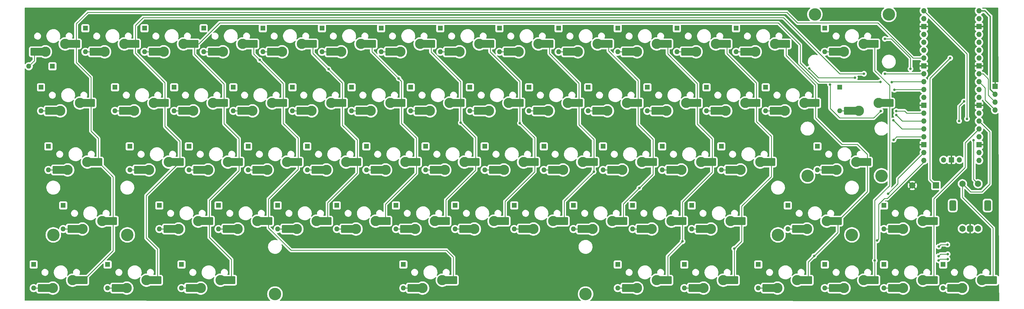
<source format=gbr>
%TF.GenerationSoftware,KiCad,Pcbnew,7.0.8*%
%TF.CreationDate,2024-01-28T12:46:13+07:00*%
%TF.ProjectId,pcb,7063622e-6b69-4636-9164-5f7063625858,rev?*%
%TF.SameCoordinates,Original*%
%TF.FileFunction,Copper,L2,Bot*%
%TF.FilePolarity,Positive*%
%FSLAX46Y46*%
G04 Gerber Fmt 4.6, Leading zero omitted, Abs format (unit mm)*
G04 Created by KiCad (PCBNEW 7.0.8) date 2024-01-28 12:46:13*
%MOMM*%
%LPD*%
G01*
G04 APERTURE LIST*
G04 Aperture macros list*
%AMRoundRect*
0 Rectangle with rounded corners*
0 $1 Rounding radius*
0 $2 $3 $4 $5 $6 $7 $8 $9 X,Y pos of 4 corners*
0 Add a 4 corners polygon primitive as box body*
4,1,4,$2,$3,$4,$5,$6,$7,$8,$9,$2,$3,0*
0 Add four circle primitives for the rounded corners*
1,1,$1+$1,$2,$3*
1,1,$1+$1,$4,$5*
1,1,$1+$1,$6,$7*
1,1,$1+$1,$8,$9*
0 Add four rect primitives between the rounded corners*
20,1,$1+$1,$2,$3,$4,$5,0*
20,1,$1+$1,$4,$5,$6,$7,0*
20,1,$1+$1,$6,$7,$8,$9,0*
20,1,$1+$1,$8,$9,$2,$3,0*%
G04 Aperture macros list end*
%TA.AperFunction,ComponentPad*%
%ADD10O,1.700000X1.700000*%
%TD*%
%TA.AperFunction,ComponentPad*%
%ADD11R,1.700000X1.700000*%
%TD*%
%TA.AperFunction,ComponentPad*%
%ADD12C,3.300000*%
%TD*%
%TA.AperFunction,SMDPad,CuDef*%
%ADD13R,1.650000X2.500000*%
%TD*%
%TA.AperFunction,SMDPad,CuDef*%
%ADD14RoundRect,0.250000X-1.025000X-1.000000X1.025000X-1.000000X1.025000X1.000000X-1.025000X1.000000X0*%
%TD*%
%TA.AperFunction,ComponentPad*%
%ADD15C,2.000000*%
%TD*%
%TA.AperFunction,ComponentPad*%
%ADD16R,2.000000X2.000000*%
%TD*%
%TA.AperFunction,ComponentPad*%
%ADD17C,4.000000*%
%TD*%
%TA.AperFunction,ComponentPad*%
%ADD18RoundRect,0.550000X0.550000X-1.150000X0.550000X1.150000X-0.550000X1.150000X-0.550000X-1.150000X0*%
%TD*%
%TA.AperFunction,ComponentPad*%
%ADD19RoundRect,0.500000X0.500000X-0.500000X0.500000X0.500000X-0.500000X0.500000X-0.500000X-0.500000X0*%
%TD*%
%TA.AperFunction,ComponentPad*%
%ADD20R,1.600000X1.600000*%
%TD*%
%TA.AperFunction,ComponentPad*%
%ADD21O,1.600000X1.600000*%
%TD*%
%TA.AperFunction,ViaPad*%
%ADD22C,0.800000*%
%TD*%
%TA.AperFunction,Conductor*%
%ADD23C,0.250000*%
%TD*%
%TA.AperFunction,Conductor*%
%ADD24C,0.450000*%
%TD*%
G04 APERTURE END LIST*
D10*
%TO.P,U1,1,GPIO0*%
%TO.N,ROW0*%
X346550000Y-99565000D03*
%TO.P,U1,2,GPIO1*%
%TO.N,ROW1*%
X346550000Y-102105000D03*
D11*
%TO.P,U1,3,GND*%
%TO.N,GND*%
X346550000Y-104645000D03*
D10*
%TO.P,U1,4,GPIO2*%
%TO.N,ROW2*%
X346550000Y-107185000D03*
%TO.P,U1,5,GPIO3*%
%TO.N,ROW3*%
X346550000Y-109725000D03*
%TO.P,U1,6,GPIO4*%
%TO.N,ROW4*%
X346550000Y-112265000D03*
%TO.P,U1,7,GPIO5*%
%TO.N,COL0*%
X346550000Y-114805000D03*
D11*
%TO.P,U1,8,GND*%
%TO.N,GND*%
X346550000Y-117345000D03*
D10*
%TO.P,U1,9,GPIO6*%
%TO.N,COL1*%
X346550000Y-119885000D03*
%TO.P,U1,10,GPIO7*%
%TO.N,COL2*%
X346550000Y-122425000D03*
%TO.P,U1,11,GPIO8*%
%TO.N,COL3*%
X346550000Y-124965000D03*
%TO.P,U1,12,GPIO9*%
%TO.N,COL4*%
X346550000Y-127505000D03*
D11*
%TO.P,U1,13,GND*%
%TO.N,GND*%
X346550000Y-130045000D03*
D10*
%TO.P,U1,14,GPIO10*%
%TO.N,COL5*%
X346550000Y-132585000D03*
%TO.P,U1,15,GPIO11*%
%TO.N,COL6*%
X346550000Y-135125000D03*
%TO.P,U1,16,GPIO12*%
%TO.N,COL7*%
X346550000Y-137665000D03*
%TO.P,U1,17,GPIO13*%
%TO.N,COL8*%
X346550000Y-140205000D03*
D11*
%TO.P,U1,18,GND*%
%TO.N,GND*%
X346550000Y-142745000D03*
D10*
%TO.P,U1,19,GPIO14*%
%TO.N,COL9*%
X346550000Y-145285000D03*
%TO.P,U1,20,GPIO15*%
%TO.N,COL10*%
X346550000Y-147825000D03*
%TO.P,U1,21,GPIO16*%
%TO.N,COL11*%
X364330000Y-147825000D03*
%TO.P,U1,22,GPIO17*%
%TO.N,COL12*%
X364330000Y-145285000D03*
D11*
%TO.P,U1,23,GND*%
%TO.N,GND*%
X364330000Y-142745000D03*
D10*
%TO.P,U1,24,GPIO18*%
%TO.N,COL13*%
X364330000Y-140205000D03*
%TO.P,U1,25,GPIO19*%
%TO.N,COL14*%
X364330000Y-137665000D03*
%TO.P,U1,26,GPIO20*%
%TO.N,COL15*%
X364330000Y-135125000D03*
%TO.P,U1,27,GPIO21*%
%TO.N,en_co_A*%
X364330000Y-132585000D03*
D11*
%TO.P,U1,28,GND*%
%TO.N,GND*%
X364330000Y-130045000D03*
D10*
%TO.P,U1,29,GPIO22*%
%TO.N,en_co_B*%
X364330000Y-127505000D03*
%TO.P,U1,30,RUN*%
%TO.N,unconnected-(U1-RUN-Pad30)*%
X364330000Y-124965000D03*
%TO.P,U1,31,GPIO26_ADC0*%
%TO.N,SDA*%
X364330000Y-122425000D03*
%TO.P,U1,32,GPIO27_ADC1*%
%TO.N,SCL*%
X364330000Y-119885000D03*
D11*
%TO.P,U1,33,AGND*%
%TO.N,GND*%
X364330000Y-117345000D03*
D10*
%TO.P,U1,34,GPIO28_ADC2*%
%TO.N,Buzz*%
X364330000Y-114805000D03*
%TO.P,U1,35,ADC_VREF*%
%TO.N,unconnected-(U1-ADC_VREF-Pad35)*%
X364330000Y-112265000D03*
%TO.P,U1,36,3V3*%
%TO.N,unconnected-(U1-3V3-Pad36)*%
X364330000Y-109725000D03*
%TO.P,U1,37,3V3_EN*%
%TO.N,unconnected-(U1-3V3_EN-Pad37)*%
X364330000Y-107185000D03*
D11*
%TO.P,U1,38,GND*%
%TO.N,GND*%
X364330000Y-104645000D03*
D10*
%TO.P,U1,39,VSYS*%
%TO.N,unconnected-(U1-VSYS-Pad39)*%
X364330000Y-102105000D03*
%TO.P,U1,40,VBUS*%
%TO.N,VBUS*%
X364330000Y-99565000D03*
%TO.P,U1,41,SWCLK*%
%TO.N,unconnected-(U1-SWCLK-Pad41)*%
X352900000Y-147595000D03*
D11*
%TO.P,U1,42,GND*%
%TO.N,GND*%
X355440000Y-147595000D03*
D10*
%TO.P,U1,43,SWDIO*%
%TO.N,unconnected-(U1-SWDIO-Pad43)*%
X357980000Y-147595000D03*
%TD*%
D12*
%TO.P,MX14,1,1*%
%TO.N,COL13*%
X327187500Y-110230000D03*
D13*
X329012500Y-110230000D03*
D14*
X330737500Y-110230000D03*
%TO.P,MX14,2,2*%
%TO.N,Net-(D14-A)*%
X317287500Y-112770000D03*
D13*
X319037500Y-112770000D03*
D12*
X320837500Y-112770000D03*
%TD*%
D15*
%TO.P,BZ1,2,+*%
%TO.N,GND*%
X342840000Y-155860000D03*
D16*
%TO.P,BZ1,1,-*%
%TO.N,Buzz*%
X350440000Y-155860000D03*
%TD*%
D17*
%TO.P,S2,*%
%TO.N,*%
X90012500Y-171805000D03*
X66200000Y-171805000D03*
%TD*%
D15*
%TO.P,en_co1,S2,S2*%
%TO.N,COL15*%
X358975000Y-155315000D03*
%TO.P,en_co1,S1,S1*%
%TO.N,ROW0*%
X363975000Y-155315000D03*
D18*
%TO.P,en_co1,MP*%
%TO.N,N/C*%
X367075000Y-162315000D03*
X355875000Y-162315000D03*
D19*
%TO.P,en_co1,C,C*%
%TO.N,GND*%
X361475000Y-169815000D03*
D15*
%TO.P,en_co1,B,B*%
%TO.N,en_co_B*%
X363975000Y-169815000D03*
%TO.P,en_co1,A,A*%
%TO.N,en_co_A*%
X358975000Y-169815000D03*
%TD*%
D17*
%TO.P,S1,*%
%TO.N,*%
X237596250Y-190901950D03*
X137583750Y-190901950D03*
%TD*%
%TO.P,S4,*%
%TO.N,*%
X332900000Y-152780000D03*
X309087500Y-152780000D03*
%TD*%
D11*
%TO.P,J1,1,GND*%
%TO.N,GND*%
X369525000Y-123890000D03*
D10*
%TO.P,J1,2,VCC*%
%TO.N,VBUS*%
X369525000Y-126430000D03*
%TO.P,J1,3,SCL*%
%TO.N,SCL*%
X369525000Y-128970000D03*
%TO.P,J1,4,SDA*%
%TO.N,SDA*%
X369525000Y-131510000D03*
%TD*%
D17*
%TO.P,S5,*%
%TO.N,*%
X311460000Y-100700000D03*
X335272500Y-100700000D03*
%TD*%
%TO.P,S3,*%
%TO.N,*%
X323375000Y-171805000D03*
X299562500Y-171805000D03*
%TD*%
D12*
%TO.P,MX39,1,1*%
%TO.N,COL10*%
X274800000Y-148330000D03*
D13*
X276625000Y-148330000D03*
D14*
X278350000Y-148330000D03*
%TO.P,MX39,2,2*%
%TO.N,Net-(D39-A)*%
X264900000Y-150870000D03*
D13*
X266650000Y-150870000D03*
D12*
X268450000Y-150870000D03*
%TD*%
D20*
%TO.P,D59,1,K*%
%TO.N,ROW4*%
X247972500Y-181340000D03*
D21*
%TO.P,D59,2,A*%
%TO.N,Net-(D59-A)*%
X247972500Y-188960000D03*
%TD*%
D12*
%TO.P,MX56,1,1*%
%TO.N,COL1*%
X96206250Y-186430000D03*
D13*
X98031250Y-186430000D03*
D14*
X99756250Y-186430000D03*
%TO.P,MX56,2,2*%
%TO.N,Net-(D56-A)*%
X86306250Y-188970000D03*
D13*
X88056250Y-188970000D03*
D12*
X89856250Y-188970000D03*
%TD*%
D20*
%TO.P,D32,1,K*%
%TO.N,ROW2*%
X128910000Y-143240000D03*
D21*
%TO.P,D32,2,A*%
%TO.N,Net-(D32-A)*%
X128910000Y-150860000D03*
%TD*%
D20*
%TO.P,D36,1,K*%
%TO.N,ROW2*%
X205110000Y-143240000D03*
D21*
%TO.P,D36,2,A*%
%TO.N,Net-(D36-A)*%
X205110000Y-150860000D03*
%TD*%
D12*
%TO.P,MX46,1,1*%
%TO.N,COL5*%
X170025000Y-167380000D03*
D13*
X171850000Y-167380000D03*
D14*
X173575000Y-167380000D03*
%TO.P,MX46,2,2*%
%TO.N,Net-(D46-A)*%
X160125000Y-169920000D03*
D13*
X161875000Y-169920000D03*
D12*
X163675000Y-169920000D03*
%TD*%
%TO.P,MX24,1,1*%
%TO.N,COL9*%
X250987500Y-129280000D03*
D13*
X252812500Y-129280000D03*
D14*
X254537500Y-129280000D03*
%TO.P,MX24,2,2*%
%TO.N,Net-(D24-A)*%
X241087500Y-131820000D03*
D13*
X242837500Y-131820000D03*
D12*
X244637500Y-131820000D03*
%TD*%
D20*
%TO.P,D14,1,K*%
%TO.N,ROW0*%
X314647500Y-105140000D03*
D21*
%TO.P,D14,2,A*%
%TO.N,Net-(D14-A)*%
X314647500Y-112760000D03*
%TD*%
D12*
%TO.P,MX17,1,1*%
%TO.N,COL2*%
X117637500Y-129280000D03*
D13*
X119462500Y-129280000D03*
D14*
X121187500Y-129280000D03*
%TO.P,MX17,2,2*%
%TO.N,Net-(D17-A)*%
X107737500Y-131820000D03*
D13*
X109487500Y-131820000D03*
D12*
X111287500Y-131820000D03*
%TD*%
D21*
%TO.P,D13,2,A*%
%TO.N,Net-(D13-A)*%
X286072500Y-112760000D03*
D20*
%TO.P,D13,1,K*%
%TO.N,ROW0*%
X286072500Y-105140000D03*
%TD*%
D12*
%TO.P,MX11,1,1*%
%TO.N,COL10*%
X260512500Y-110230000D03*
D13*
X262337500Y-110230000D03*
D14*
X264062500Y-110230000D03*
%TO.P,MX11,2,2*%
%TO.N,Net-(D11-A)*%
X250612500Y-112770000D03*
D13*
X252362500Y-112770000D03*
D12*
X254162500Y-112770000D03*
%TD*%
D21*
%TO.P,D23,2,A*%
%TO.N,Net-(D23-A)*%
X219397500Y-131810000D03*
D20*
%TO.P,D23,1,K*%
%TO.N,ROW1*%
X219397500Y-124190000D03*
%TD*%
%TO.P,D8,1,K*%
%TO.N,ROW0*%
X190822500Y-105140000D03*
D21*
%TO.P,D8,2,A*%
%TO.N,Net-(D8-A)*%
X190822500Y-112760000D03*
%TD*%
%TO.P,D22,2,A*%
%TO.N,Net-(D22-A)*%
X200347500Y-131810000D03*
D20*
%TO.P,D22,1,K*%
%TO.N,ROW1*%
X200347500Y-124190000D03*
%TD*%
%TO.P,D34,1,K*%
%TO.N,ROW2*%
X167010000Y-143240000D03*
D21*
%TO.P,D34,2,A*%
%TO.N,Net-(D34-A)*%
X167010000Y-150860000D03*
%TD*%
%TO.P,D17,2,A*%
%TO.N,Net-(D17-A)*%
X105097500Y-131810000D03*
D20*
%TO.P,D17,1,K*%
%TO.N,ROW1*%
X105097500Y-124190000D03*
%TD*%
%TO.P,D42,1,K*%
%TO.N,ROW3*%
X69378750Y-162290000D03*
D21*
%TO.P,D42,2,A*%
%TO.N,Net-(D42-A)*%
X69378750Y-169910000D03*
%TD*%
D20*
%TO.P,D50,1,K*%
%TO.N,ROW3*%
X233685000Y-162290000D03*
D21*
%TO.P,D50,2,A*%
%TO.N,Net-(D50-A)*%
X233685000Y-169910000D03*
%TD*%
D12*
%TO.P,MX12,1,1*%
%TO.N,COL11*%
X279562500Y-110230000D03*
D13*
X281387500Y-110230000D03*
D14*
X283112500Y-110230000D03*
%TO.P,MX12,2,2*%
%TO.N,Net-(D12-A)*%
X269662500Y-112770000D03*
D13*
X271412500Y-112770000D03*
D12*
X273212500Y-112770000D03*
%TD*%
D20*
%TO.P,D56,1,K*%
%TO.N,ROW4*%
X83666250Y-181340000D03*
D21*
%TO.P,D56,2,A*%
%TO.N,Net-(D56-A)*%
X83666250Y-188960000D03*
%TD*%
D12*
%TO.P,MX64,1,1*%
%TO.N,COL15*%
X365287500Y-186430000D03*
D13*
X367112500Y-186430000D03*
D14*
X368837500Y-186430000D03*
%TO.P,MX64,2,2*%
%TO.N,Net-(D64-A)*%
X355387500Y-188970000D03*
D13*
X357137500Y-188970000D03*
D12*
X358937500Y-188970000D03*
%TD*%
D21*
%TO.P,D24,2,A*%
%TO.N,Net-(D24-A)*%
X238447500Y-131810000D03*
D20*
%TO.P,D24,1,K*%
%TO.N,ROW1*%
X238447500Y-124190000D03*
%TD*%
D12*
%TO.P,MX15,1,1*%
%TO.N,COL0*%
X74775000Y-129280000D03*
D13*
X76600000Y-129280000D03*
D14*
X78325000Y-129280000D03*
%TO.P,MX15,2,2*%
%TO.N,Net-(D15-A)*%
X64875000Y-131820000D03*
D13*
X66625000Y-131820000D03*
D12*
X68425000Y-131820000D03*
%TD*%
D20*
%TO.P,D41,1,K*%
%TO.N,ROW2*%
X312266250Y-143240000D03*
D21*
%TO.P,D41,2,A*%
%TO.N,Net-(D41-A)*%
X312266250Y-150860000D03*
%TD*%
D12*
%TO.P,MX45,1,1*%
%TO.N,COL4*%
X150975000Y-167380000D03*
D13*
X152800000Y-167380000D03*
D14*
X154525000Y-167380000D03*
%TO.P,MX45,2,2*%
%TO.N,Net-(D45-A)*%
X141075000Y-169920000D03*
D13*
X142825000Y-169920000D03*
D12*
X144625000Y-169920000D03*
%TD*%
%TO.P,MX26,1,1*%
%TO.N,COL11*%
X289087500Y-129280000D03*
D13*
X290912500Y-129280000D03*
D14*
X292637500Y-129280000D03*
%TO.P,MX26,2,2*%
%TO.N,Net-(D26-A)*%
X279187500Y-131820000D03*
D13*
X280937500Y-131820000D03*
D12*
X282737500Y-131820000D03*
%TD*%
%TO.P,MX29,1,1*%
%TO.N,COL0*%
X77156250Y-148330000D03*
D13*
X78981250Y-148330000D03*
D14*
X80706250Y-148330000D03*
%TO.P,MX29,2,2*%
%TO.N,Net-(D29-A)*%
X67256250Y-150870000D03*
D13*
X69006250Y-150870000D03*
D12*
X70806250Y-150870000D03*
%TD*%
D20*
%TO.P,D44,1,K*%
%TO.N,ROW3*%
X119385000Y-162290000D03*
D21*
%TO.P,D44,2,A*%
%TO.N,Net-(D44-A)*%
X119385000Y-169910000D03*
%TD*%
%TO.P,D20,2,A*%
%TO.N,Net-(D20-A)*%
X162247500Y-131810000D03*
D20*
%TO.P,D20,1,K*%
%TO.N,ROW1*%
X162247500Y-124190000D03*
%TD*%
%TO.P,D31,1,K*%
%TO.N,ROW2*%
X109860000Y-143240000D03*
D21*
%TO.P,D31,2,A*%
%TO.N,Net-(D31-A)*%
X109860000Y-150860000D03*
%TD*%
D12*
%TO.P,MX34,1,1*%
%TO.N,COL5*%
X179550000Y-148330000D03*
D13*
X181375000Y-148330000D03*
D14*
X183100000Y-148330000D03*
%TO.P,MX34,2,2*%
%TO.N,Net-(D34-A)*%
X169650000Y-150870000D03*
D13*
X171400000Y-150870000D03*
D12*
X173200000Y-150870000D03*
%TD*%
%TO.P,MX49,1,1*%
%TO.N,COL8*%
X227175000Y-167380000D03*
D13*
X229000000Y-167380000D03*
D14*
X230725000Y-167380000D03*
%TO.P,MX49,2,2*%
%TO.N,Net-(D49-A)*%
X217275000Y-169920000D03*
D13*
X219025000Y-169920000D03*
D12*
X220825000Y-169920000D03*
%TD*%
%TO.P,MX28,1,1*%
%TO.N,COL13*%
X331950000Y-129280000D03*
D13*
X333775000Y-129280000D03*
D14*
X335500000Y-129280000D03*
%TO.P,MX28,2,2*%
%TO.N,Net-(D28-A)*%
X322050000Y-131820000D03*
D13*
X323800000Y-131820000D03*
D12*
X325600000Y-131820000D03*
%TD*%
%TO.P,MX23,1,1*%
%TO.N,COL8*%
X231937500Y-129280000D03*
D13*
X233762500Y-129280000D03*
D14*
X235487500Y-129280000D03*
%TO.P,MX23,2,2*%
%TO.N,Net-(D23-A)*%
X222037500Y-131820000D03*
D13*
X223787500Y-131820000D03*
D12*
X225587500Y-131820000D03*
%TD*%
D20*
%TO.P,D37,1,K*%
%TO.N,ROW2*%
X224160000Y-143240000D03*
D21*
%TO.P,D37,2,A*%
%TO.N,Net-(D37-A)*%
X224160000Y-150860000D03*
%TD*%
D20*
%TO.P,D1,1,K*%
%TO.N,ROW0*%
X65905000Y-117430000D03*
D21*
%TO.P,D1,2,A*%
%TO.N,Net-(D1-A)*%
X58285000Y-117430000D03*
%TD*%
D12*
%TO.P,MX37,1,1*%
%TO.N,COL8*%
X236700000Y-148330000D03*
D13*
X238525000Y-148330000D03*
D14*
X240250000Y-148330000D03*
%TO.P,MX37,2,2*%
%TO.N,Net-(D37-A)*%
X226800000Y-150870000D03*
D13*
X228550000Y-150870000D03*
D12*
X230350000Y-150870000D03*
%TD*%
D20*
%TO.P,D54,1,K*%
%TO.N,ROW3*%
X333697500Y-162290000D03*
D21*
%TO.P,D54,2,A*%
%TO.N,Net-(D54-A)*%
X333697500Y-169910000D03*
%TD*%
D12*
%TO.P,MX16,1,1*%
%TO.N,COL1*%
X98587500Y-129280000D03*
D13*
X100412500Y-129280000D03*
D14*
X102137500Y-129280000D03*
%TO.P,MX16,2,2*%
%TO.N,Net-(D16-A)*%
X88687500Y-131820000D03*
D13*
X90437500Y-131820000D03*
D12*
X92237500Y-131820000D03*
%TD*%
D21*
%TO.P,D25,2,A*%
%TO.N,Net-(D25-A)*%
X257497500Y-131810000D03*
D20*
%TO.P,D25,1,K*%
%TO.N,ROW1*%
X257497500Y-124190000D03*
%TD*%
%TO.P,D29,1,K*%
%TO.N,ROW2*%
X64616250Y-143240000D03*
D21*
%TO.P,D29,2,A*%
%TO.N,Net-(D29-A)*%
X64616250Y-150860000D03*
%TD*%
D20*
%TO.P,D45,1,K*%
%TO.N,ROW3*%
X138435000Y-162290000D03*
D21*
%TO.P,D45,2,A*%
%TO.N,Net-(D45-A)*%
X138435000Y-169910000D03*
%TD*%
D12*
%TO.P,MX42,1,1*%
%TO.N,COL0*%
X81918750Y-167380000D03*
D13*
X83743750Y-167380000D03*
D14*
X85468750Y-167380000D03*
%TO.P,MX42,2,2*%
%TO.N,Net-(D42-A)*%
X72018750Y-169920000D03*
D13*
X73768750Y-169920000D03*
D12*
X75568750Y-169920000D03*
%TD*%
%TO.P,MX5,1,1*%
%TO.N,COL4*%
X146212500Y-110230000D03*
D13*
X148037500Y-110230000D03*
D14*
X149762500Y-110230000D03*
%TO.P,MX5,2,2*%
%TO.N,Net-(D5-A)*%
X136312500Y-112770000D03*
D13*
X138062500Y-112770000D03*
D12*
X139862500Y-112770000D03*
%TD*%
D20*
%TO.P,D49,1,K*%
%TO.N,ROW3*%
X214635000Y-162290000D03*
D21*
%TO.P,D49,2,A*%
%TO.N,Net-(D49-A)*%
X214635000Y-169910000D03*
%TD*%
D20*
%TO.P,D4,1,K*%
%TO.N,ROW0*%
X114622500Y-105140000D03*
D21*
%TO.P,D4,2,A*%
%TO.N,Net-(D4-A)*%
X114622500Y-112760000D03*
%TD*%
D12*
%TO.P,MX60,1,1*%
%TO.N,COL11*%
X281943750Y-186430000D03*
D13*
X283768750Y-186430000D03*
D14*
X285493750Y-186430000D03*
%TO.P,MX60,2,2*%
%TO.N,Net-(D60-A)*%
X272043750Y-188970000D03*
D13*
X273793750Y-188970000D03*
D12*
X275593750Y-188970000D03*
%TD*%
%TO.P,MX13,1,1*%
%TO.N,COL12*%
X298612500Y-110230000D03*
D13*
X300437500Y-110230000D03*
D14*
X302162500Y-110230000D03*
%TO.P,MX13,2,2*%
%TO.N,Net-(D13-A)*%
X288712500Y-112770000D03*
D13*
X290462500Y-112770000D03*
D12*
X292262500Y-112770000D03*
%TD*%
D20*
%TO.P,D15,1,K*%
%TO.N,ROW1*%
X62235000Y-124190000D03*
D21*
%TO.P,D15,2,A*%
%TO.N,Net-(D15-A)*%
X62235000Y-131810000D03*
%TD*%
D12*
%TO.P,MX21,1,1*%
%TO.N,COL6*%
X193837500Y-129280000D03*
D13*
X195662500Y-129280000D03*
D14*
X197387500Y-129280000D03*
%TO.P,MX21,2,2*%
%TO.N,Net-(D21-A)*%
X183937500Y-131820000D03*
D13*
X185687500Y-131820000D03*
D12*
X187487500Y-131820000D03*
%TD*%
D20*
%TO.P,D39,1,K*%
%TO.N,ROW2*%
X262260000Y-143240000D03*
D21*
%TO.P,D39,2,A*%
%TO.N,Net-(D39-A)*%
X262260000Y-150860000D03*
%TD*%
D20*
%TO.P,D64,1,K*%
%TO.N,ROW4*%
X352747500Y-181340000D03*
D21*
%TO.P,D64,2,A*%
%TO.N,Net-(D64-A)*%
X352747500Y-188960000D03*
%TD*%
D12*
%TO.P,MX22,1,1*%
%TO.N,COL7*%
X212887500Y-129280000D03*
D13*
X214712500Y-129280000D03*
D14*
X216437500Y-129280000D03*
%TO.P,MX22,2,2*%
%TO.N,Net-(D22-A)*%
X202987500Y-131820000D03*
D13*
X204737500Y-131820000D03*
D12*
X206537500Y-131820000D03*
%TD*%
%TO.P,MX38,1,1*%
%TO.N,COL9*%
X255750000Y-148330000D03*
D13*
X257575000Y-148330000D03*
D14*
X259300000Y-148330000D03*
%TO.P,MX38,2,2*%
%TO.N,Net-(D38-A)*%
X245850000Y-150870000D03*
D13*
X247600000Y-150870000D03*
D12*
X249400000Y-150870000D03*
%TD*%
%TO.P,MX63,1,1*%
%TO.N,COL14*%
X346237500Y-186430000D03*
D13*
X348062500Y-186430000D03*
D14*
X349787500Y-186430000D03*
%TO.P,MX63,2,2*%
%TO.N,Net-(D63-A)*%
X336337500Y-188970000D03*
D13*
X338087500Y-188970000D03*
D12*
X339887500Y-188970000D03*
%TD*%
D21*
%TO.P,D27,2,A*%
%TO.N,Net-(D27-A)*%
X295597500Y-131810000D03*
D20*
%TO.P,D27,1,K*%
%TO.N,ROW1*%
X295597500Y-124190000D03*
%TD*%
%TO.P,D40,1,K*%
%TO.N,ROW2*%
X281310000Y-143240000D03*
D21*
%TO.P,D40,2,A*%
%TO.N,Net-(D40-A)*%
X281310000Y-150860000D03*
%TD*%
D20*
%TO.P,D9,1,K*%
%TO.N,ROW0*%
X209872500Y-105140000D03*
D21*
%TO.P,D9,2,A*%
%TO.N,Net-(D9-A)*%
X209872500Y-112760000D03*
%TD*%
D12*
%TO.P,MX27,1,1*%
%TO.N,COL12*%
X308137500Y-129280000D03*
D13*
X309962500Y-129280000D03*
D14*
X311687500Y-129280000D03*
%TO.P,MX27,2,2*%
%TO.N,Net-(D27-A)*%
X298237500Y-131820000D03*
D13*
X299987500Y-131820000D03*
D12*
X301787500Y-131820000D03*
%TD*%
D20*
%TO.P,D58,1,K*%
%TO.N,ROW4*%
X178916250Y-181340000D03*
D21*
%TO.P,D58,2,A*%
%TO.N,Net-(D58-A)*%
X178916250Y-188960000D03*
%TD*%
D12*
%TO.P,MX57,1,1*%
%TO.N,COL2*%
X120018750Y-186430000D03*
D13*
X121843750Y-186430000D03*
D14*
X123568750Y-186430000D03*
%TO.P,MX57,2,2*%
%TO.N,Net-(D57-A)*%
X110118750Y-188970000D03*
D13*
X111868750Y-188970000D03*
D12*
X113668750Y-188970000D03*
%TD*%
D20*
%TO.P,D57,1,K*%
%TO.N,ROW4*%
X107478750Y-181340000D03*
D21*
%TO.P,D57,2,A*%
%TO.N,Net-(D57-A)*%
X107478750Y-188960000D03*
%TD*%
D12*
%TO.P,MX3,1,1*%
%TO.N,COL2*%
X108112500Y-110230000D03*
D13*
X109937500Y-110230000D03*
D14*
X111662500Y-110230000D03*
%TO.P,MX3,2,2*%
%TO.N,Net-(D3-A)*%
X98212500Y-112770000D03*
D13*
X99962500Y-112770000D03*
D12*
X101762500Y-112770000D03*
%TD*%
%TO.P,MX18,1,1*%
%TO.N,COL3*%
X136687500Y-129280000D03*
D13*
X138512500Y-129280000D03*
D14*
X140237500Y-129280000D03*
%TO.P,MX18,2,2*%
%TO.N,Net-(D18-A)*%
X126787500Y-131820000D03*
D13*
X128537500Y-131820000D03*
D12*
X130337500Y-131820000D03*
%TD*%
D21*
%TO.P,D12,2,A*%
%TO.N,Net-(D12-A)*%
X267022500Y-112760000D03*
D20*
%TO.P,D12,1,K*%
%TO.N,ROW0*%
X267022500Y-105140000D03*
%TD*%
D21*
%TO.P,D21,2,A*%
%TO.N,Net-(D21-A)*%
X181297500Y-131810000D03*
D20*
%TO.P,D21,1,K*%
%TO.N,ROW1*%
X181297500Y-124190000D03*
%TD*%
%TO.P,D48,1,K*%
%TO.N,ROW3*%
X195585000Y-162290000D03*
D21*
%TO.P,D48,2,A*%
%TO.N,Net-(D48-A)*%
X195585000Y-169910000D03*
%TD*%
D20*
%TO.P,D60,1,K*%
%TO.N,ROW4*%
X269403750Y-181340000D03*
D21*
%TO.P,D60,2,A*%
%TO.N,Net-(D60-A)*%
X269403750Y-188960000D03*
%TD*%
D12*
%TO.P,MX6,1,1*%
%TO.N,COL5*%
X165262500Y-110230000D03*
D13*
X167087500Y-110230000D03*
D14*
X168812500Y-110230000D03*
%TO.P,MX6,2,2*%
%TO.N,Net-(D6-A)*%
X155362500Y-112770000D03*
D13*
X157112500Y-112770000D03*
D12*
X158912500Y-112770000D03*
%TD*%
%TO.P,MX44,1,1*%
%TO.N,COL3*%
X131925000Y-167380000D03*
D13*
X133750000Y-167380000D03*
D14*
X135475000Y-167380000D03*
%TO.P,MX44,2,2*%
%TO.N,Net-(D44-A)*%
X122025000Y-169920000D03*
D13*
X123775000Y-169920000D03*
D12*
X125575000Y-169920000D03*
%TD*%
D20*
%TO.P,D35,1,K*%
%TO.N,ROW2*%
X186060000Y-143240000D03*
D21*
%TO.P,D35,2,A*%
%TO.N,Net-(D35-A)*%
X186060000Y-150860000D03*
%TD*%
D12*
%TO.P,MX10,1,1*%
%TO.N,COL9*%
X241462500Y-110230000D03*
D13*
X243287500Y-110230000D03*
D14*
X245012500Y-110230000D03*
%TO.P,MX10,2,2*%
%TO.N,Net-(D10-A)*%
X231562500Y-112770000D03*
D13*
X233312500Y-112770000D03*
D12*
X235112500Y-112770000D03*
%TD*%
%TO.P,MX40,1,1*%
%TO.N,COL11*%
X293850000Y-148330000D03*
D13*
X295675000Y-148330000D03*
D14*
X297400000Y-148330000D03*
%TO.P,MX40,2,2*%
%TO.N,Net-(D40-A)*%
X283950000Y-150870000D03*
D13*
X285700000Y-150870000D03*
D12*
X287500000Y-150870000D03*
%TD*%
%TO.P,MX41,1,1*%
%TO.N,COL12*%
X324806250Y-148330000D03*
D13*
X326631250Y-148330000D03*
D14*
X328356250Y-148330000D03*
%TO.P,MX41,2,2*%
%TO.N,Net-(D41-A)*%
X314906250Y-150870000D03*
D13*
X316656250Y-150870000D03*
D12*
X318456250Y-150870000D03*
%TD*%
%TO.P,MX54,1,1*%
%TO.N,COL14*%
X346237500Y-167380000D03*
D13*
X348062500Y-167380000D03*
D14*
X349787500Y-167380000D03*
%TO.P,MX54,2,2*%
%TO.N,Net-(D54-A)*%
X336337500Y-169920000D03*
D13*
X338087500Y-169920000D03*
D12*
X339887500Y-169920000D03*
%TD*%
%TO.P,MX2,1,1*%
%TO.N,COL1*%
X89062500Y-110230000D03*
D13*
X90887500Y-110230000D03*
D14*
X92612500Y-110230000D03*
%TO.P,MX2,2,2*%
%TO.N,Net-(D2-A)*%
X79162500Y-112770000D03*
D13*
X80912500Y-112770000D03*
D12*
X82712500Y-112770000D03*
%TD*%
D20*
%TO.P,D55,1,K*%
%TO.N,ROW4*%
X59853750Y-181340000D03*
D21*
%TO.P,D55,2,A*%
%TO.N,Net-(D55-A)*%
X59853750Y-188960000D03*
%TD*%
D12*
%TO.P,MX7,1,1*%
%TO.N,COL6*%
X184312500Y-110230000D03*
D13*
X186137500Y-110230000D03*
D14*
X187862500Y-110230000D03*
%TO.P,MX7,2,2*%
%TO.N,Net-(D7-A)*%
X174412500Y-112770000D03*
D13*
X176162500Y-112770000D03*
D12*
X177962500Y-112770000D03*
%TD*%
D20*
%TO.P,D6,1,K*%
%TO.N,ROW0*%
X152722500Y-105140000D03*
D21*
%TO.P,D6,2,A*%
%TO.N,Net-(D6-A)*%
X152722500Y-112760000D03*
%TD*%
D12*
%TO.P,MX9,1,1*%
%TO.N,COL8*%
X222412500Y-110230000D03*
D13*
X224237500Y-110230000D03*
D14*
X225962500Y-110230000D03*
%TO.P,MX9,2,2*%
%TO.N,Net-(D9-A)*%
X212512500Y-112770000D03*
D13*
X214262500Y-112770000D03*
D12*
X216062500Y-112770000D03*
%TD*%
D20*
%TO.P,D33,1,K*%
%TO.N,ROW2*%
X147960000Y-143240000D03*
D21*
%TO.P,D33,2,A*%
%TO.N,Net-(D33-A)*%
X147960000Y-150860000D03*
%TD*%
D20*
%TO.P,D30,1,K*%
%TO.N,ROW2*%
X90810000Y-143240000D03*
D21*
%TO.P,D30,2,A*%
%TO.N,Net-(D30-A)*%
X90810000Y-150860000D03*
%TD*%
D12*
%TO.P,MX35,1,1*%
%TO.N,COL6*%
X198600000Y-148330000D03*
D13*
X200425000Y-148330000D03*
D14*
X202150000Y-148330000D03*
%TO.P,MX35,2,2*%
%TO.N,Net-(D35-A)*%
X188700000Y-150870000D03*
D13*
X190450000Y-150870000D03*
D12*
X192250000Y-150870000D03*
%TD*%
%TO.P,MX31,1,1*%
%TO.N,COL2*%
X122400000Y-148330000D03*
D13*
X124225000Y-148330000D03*
D14*
X125950000Y-148330000D03*
%TO.P,MX31,2,2*%
%TO.N,Net-(D31-A)*%
X112500000Y-150870000D03*
D13*
X114250000Y-150870000D03*
D12*
X116050000Y-150870000D03*
%TD*%
D20*
%TO.P,D7,1,K*%
%TO.N,ROW0*%
X171772500Y-105140000D03*
D21*
%TO.P,D7,2,A*%
%TO.N,Net-(D7-A)*%
X171772500Y-112760000D03*
%TD*%
D20*
%TO.P,D43,1,K*%
%TO.N,ROW3*%
X100335000Y-162290000D03*
D21*
%TO.P,D43,2,A*%
%TO.N,Net-(D43-A)*%
X100335000Y-169910000D03*
%TD*%
D20*
%TO.P,D51,1,K*%
%TO.N,ROW3*%
X252735000Y-162290000D03*
D21*
%TO.P,D51,2,A*%
%TO.N,Net-(D51-A)*%
X252735000Y-169910000D03*
%TD*%
%TO.P,D19,2,A*%
%TO.N,Net-(D19-A)*%
X143197500Y-131810000D03*
D20*
%TO.P,D19,1,K*%
%TO.N,ROW1*%
X143197500Y-124190000D03*
%TD*%
%TO.P,D47,1,K*%
%TO.N,ROW3*%
X176535000Y-162290000D03*
D21*
%TO.P,D47,2,A*%
%TO.N,Net-(D47-A)*%
X176535000Y-169910000D03*
%TD*%
D12*
%TO.P,MX58,1,1*%
%TO.N,COL3*%
X191456250Y-186430000D03*
D13*
X193281250Y-186430000D03*
D14*
X195006250Y-186430000D03*
%TO.P,MX58,2,2*%
%TO.N,Net-(D58-A)*%
X181556250Y-188970000D03*
D13*
X183306250Y-188970000D03*
D12*
X185106250Y-188970000D03*
%TD*%
%TO.P,MX53,1,1*%
%TO.N,COL12*%
X315281250Y-167380000D03*
D13*
X317106250Y-167380000D03*
D14*
X318831250Y-167380000D03*
%TO.P,MX53,2,2*%
%TO.N,Net-(D53-A)*%
X305381250Y-169920000D03*
D13*
X307131250Y-169920000D03*
D12*
X308931250Y-169920000D03*
%TD*%
%TO.P,MX20,1,1*%
%TO.N,COL5*%
X174787500Y-129280000D03*
D13*
X176612500Y-129280000D03*
D14*
X178337500Y-129280000D03*
%TO.P,MX20,2,2*%
%TO.N,Net-(D20-A)*%
X164887500Y-131820000D03*
D13*
X166637500Y-131820000D03*
D12*
X168437500Y-131820000D03*
%TD*%
%TO.P,MX32,1,1*%
%TO.N,COL3*%
X141450000Y-148330000D03*
D13*
X143275000Y-148330000D03*
D14*
X145000000Y-148330000D03*
%TO.P,MX32,2,2*%
%TO.N,Net-(D32-A)*%
X131550000Y-150870000D03*
D13*
X133300000Y-150870000D03*
D12*
X135100000Y-150870000D03*
%TD*%
D20*
%TO.P,D38,1,K*%
%TO.N,ROW2*%
X243210000Y-143240000D03*
D21*
%TO.P,D38,2,A*%
%TO.N,Net-(D38-A)*%
X243210000Y-150860000D03*
%TD*%
D12*
%TO.P,MX19,1,1*%
%TO.N,COL4*%
X155737500Y-129280000D03*
D13*
X157562500Y-129280000D03*
D14*
X159287500Y-129280000D03*
%TO.P,MX19,2,2*%
%TO.N,Net-(D19-A)*%
X145837500Y-131820000D03*
D13*
X147587500Y-131820000D03*
D12*
X149387500Y-131820000D03*
%TD*%
D20*
%TO.P,D53,1,K*%
%TO.N,ROW3*%
X302741250Y-162290000D03*
D21*
%TO.P,D53,2,A*%
%TO.N,Net-(D53-A)*%
X302741250Y-169910000D03*
%TD*%
D12*
%TO.P,MX50,1,1*%
%TO.N,COL9*%
X246225000Y-167380000D03*
D13*
X248050000Y-167380000D03*
D14*
X249775000Y-167380000D03*
%TO.P,MX50,2,2*%
%TO.N,Net-(D50-A)*%
X236325000Y-169920000D03*
D13*
X238075000Y-169920000D03*
D12*
X239875000Y-169920000D03*
%TD*%
%TO.P,MX1,1,1*%
%TO.N,COL0*%
X70012500Y-110230000D03*
D13*
X71837500Y-110230000D03*
D14*
X73562500Y-110230000D03*
%TO.P,MX1,2,2*%
%TO.N,Net-(D1-A)*%
X60112500Y-112770000D03*
D13*
X61862500Y-112770000D03*
D12*
X63662500Y-112770000D03*
%TD*%
%TO.P,MX55,1,1*%
%TO.N,COL0*%
X72393750Y-186430000D03*
D13*
X74218750Y-186430000D03*
D14*
X75943750Y-186430000D03*
%TO.P,MX55,2,2*%
%TO.N,Net-(D55-A)*%
X62493750Y-188970000D03*
D13*
X64243750Y-188970000D03*
D12*
X66043750Y-188970000D03*
%TD*%
%TO.P,MX62,1,1*%
%TO.N,COL13*%
X327187500Y-186430000D03*
D13*
X329012500Y-186430000D03*
D14*
X330737500Y-186430000D03*
%TO.P,MX62,2,2*%
%TO.N,Net-(D62-A)*%
X317287500Y-188970000D03*
D13*
X319037500Y-188970000D03*
D12*
X320837500Y-188970000D03*
%TD*%
D20*
%TO.P,D63,1,K*%
%TO.N,ROW4*%
X333697500Y-181340000D03*
D21*
%TO.P,D63,2,A*%
%TO.N,Net-(D63-A)*%
X333697500Y-188960000D03*
%TD*%
D12*
%TO.P,MX25,1,1*%
%TO.N,COL10*%
X270037500Y-129280000D03*
D13*
X271862500Y-129280000D03*
D14*
X273587500Y-129280000D03*
%TO.P,MX25,2,2*%
%TO.N,Net-(D25-A)*%
X260137500Y-131820000D03*
D13*
X261887500Y-131820000D03*
D12*
X263687500Y-131820000D03*
%TD*%
D20*
%TO.P,D28,1,K*%
%TO.N,ROW1*%
X319410000Y-124190000D03*
D21*
%TO.P,D28,2,A*%
%TO.N,Net-(D28-A)*%
X319410000Y-131810000D03*
%TD*%
D12*
%TO.P,MX51,1,1*%
%TO.N,COL10*%
X265275000Y-167380000D03*
D13*
X267100000Y-167380000D03*
D14*
X268825000Y-167380000D03*
%TO.P,MX51,2,2*%
%TO.N,Net-(D51-A)*%
X255375000Y-169920000D03*
D13*
X257125000Y-169920000D03*
D12*
X258925000Y-169920000D03*
%TD*%
%TO.P,MX8,1,1*%
%TO.N,COL7*%
X203362500Y-110230000D03*
D13*
X205187500Y-110230000D03*
D14*
X206912500Y-110230000D03*
%TO.P,MX8,2,2*%
%TO.N,Net-(D8-A)*%
X193462500Y-112770000D03*
D13*
X195212500Y-112770000D03*
D12*
X197012500Y-112770000D03*
%TD*%
D20*
%TO.P,D2,1,K*%
%TO.N,ROW0*%
X76522500Y-105140000D03*
D21*
%TO.P,D2,2,A*%
%TO.N,Net-(D2-A)*%
X76522500Y-112760000D03*
%TD*%
D12*
%TO.P,MX52,1,1*%
%TO.N,COL11*%
X284325000Y-167380000D03*
D13*
X286150000Y-167380000D03*
D14*
X287875000Y-167380000D03*
%TO.P,MX52,2,2*%
%TO.N,Net-(D52-A)*%
X274425000Y-169920000D03*
D13*
X276175000Y-169920000D03*
D12*
X277975000Y-169920000D03*
%TD*%
%TO.P,MX33,1,1*%
%TO.N,COL4*%
X160500000Y-148330000D03*
D13*
X162325000Y-148330000D03*
D14*
X164050000Y-148330000D03*
%TO.P,MX33,2,2*%
%TO.N,Net-(D33-A)*%
X150600000Y-150870000D03*
D13*
X152350000Y-150870000D03*
D12*
X154150000Y-150870000D03*
%TD*%
D20*
%TO.P,D62,1,K*%
%TO.N,ROW4*%
X314647500Y-181340000D03*
D21*
%TO.P,D62,2,A*%
%TO.N,Net-(D62-A)*%
X314647500Y-188960000D03*
%TD*%
D20*
%TO.P,D16,1,K*%
%TO.N,ROW1*%
X86047500Y-124190000D03*
D21*
%TO.P,D16,2,A*%
%TO.N,Net-(D16-A)*%
X86047500Y-131810000D03*
%TD*%
D12*
%TO.P,MX47,1,1*%
%TO.N,COL6*%
X189075000Y-167380000D03*
D13*
X190900000Y-167380000D03*
D14*
X192625000Y-167380000D03*
%TO.P,MX47,2,2*%
%TO.N,Net-(D47-A)*%
X179175000Y-169920000D03*
D13*
X180925000Y-169920000D03*
D12*
X182725000Y-169920000D03*
%TD*%
%TO.P,MX43,1,1*%
%TO.N,COL2*%
X112875000Y-167380000D03*
D13*
X114700000Y-167380000D03*
D14*
X116425000Y-167380000D03*
%TO.P,MX43,2,2*%
%TO.N,Net-(D43-A)*%
X102975000Y-169920000D03*
D13*
X104725000Y-169920000D03*
D12*
X106525000Y-169920000D03*
%TD*%
D21*
%TO.P,D26,2,A*%
%TO.N,Net-(D26-A)*%
X276547500Y-131810000D03*
D20*
%TO.P,D26,1,K*%
%TO.N,ROW1*%
X276547500Y-124190000D03*
%TD*%
D12*
%TO.P,MX59,1,1*%
%TO.N,COL10*%
X260512500Y-186430000D03*
D13*
X262337500Y-186430000D03*
D14*
X264062500Y-186430000D03*
%TO.P,MX59,2,2*%
%TO.N,Net-(D59-A)*%
X250612500Y-188970000D03*
D13*
X252362500Y-188970000D03*
D12*
X254162500Y-188970000D03*
%TD*%
D21*
%TO.P,D11,2,A*%
%TO.N,Net-(D11-A)*%
X247972500Y-112760000D03*
D20*
%TO.P,D11,1,K*%
%TO.N,ROW0*%
X247972500Y-105140000D03*
%TD*%
%TO.P,D46,1,K*%
%TO.N,ROW3*%
X157485000Y-162290000D03*
D21*
%TO.P,D46,2,A*%
%TO.N,Net-(D46-A)*%
X157485000Y-169910000D03*
%TD*%
D20*
%TO.P,D10,1,K*%
%TO.N,ROW0*%
X228922500Y-105140000D03*
D21*
%TO.P,D10,2,A*%
%TO.N,Net-(D10-A)*%
X228922500Y-112760000D03*
%TD*%
D12*
%TO.P,MX48,1,1*%
%TO.N,COL7*%
X208125000Y-167380000D03*
D13*
X209950000Y-167380000D03*
D14*
X211675000Y-167380000D03*
%TO.P,MX48,2,2*%
%TO.N,Net-(D48-A)*%
X198225000Y-169920000D03*
D13*
X199975000Y-169920000D03*
D12*
X201775000Y-169920000D03*
%TD*%
%TO.P,MX36,1,1*%
%TO.N,COL7*%
X217650000Y-148330000D03*
D13*
X219475000Y-148330000D03*
D14*
X221200000Y-148330000D03*
%TO.P,MX36,2,2*%
%TO.N,Net-(D36-A)*%
X207750000Y-150870000D03*
D13*
X209500000Y-150870000D03*
D12*
X211300000Y-150870000D03*
%TD*%
%TO.P,MX4,1,1*%
%TO.N,COL3*%
X127162500Y-110230000D03*
D13*
X128987500Y-110230000D03*
D14*
X130712500Y-110230000D03*
%TO.P,MX4,2,2*%
%TO.N,Net-(D4-A)*%
X117262500Y-112770000D03*
D13*
X119012500Y-112770000D03*
D12*
X120812500Y-112770000D03*
%TD*%
%TO.P,MX30,1,1*%
%TO.N,COL1*%
X103350000Y-148330000D03*
D13*
X105175000Y-148330000D03*
D14*
X106900000Y-148330000D03*
%TO.P,MX30,2,2*%
%TO.N,Net-(D30-A)*%
X93450000Y-150870000D03*
D13*
X95200000Y-150870000D03*
D12*
X97000000Y-150870000D03*
%TD*%
D20*
%TO.P,D61,1,K*%
%TO.N,ROW4*%
X293216250Y-181340000D03*
D21*
%TO.P,D61,2,A*%
%TO.N,Net-(D61-A)*%
X293216250Y-188960000D03*
%TD*%
D12*
%TO.P,MX61,1,1*%
%TO.N,COL12*%
X305756250Y-186430000D03*
D13*
X307581250Y-186430000D03*
D14*
X309306250Y-186430000D03*
%TO.P,MX61,2,2*%
%TO.N,Net-(D61-A)*%
X295856250Y-188970000D03*
D13*
X297606250Y-188970000D03*
D12*
X299406250Y-188970000D03*
%TD*%
D20*
%TO.P,D52,1,K*%
%TO.N,ROW3*%
X271785000Y-162290000D03*
D21*
%TO.P,D52,2,A*%
%TO.N,Net-(D52-A)*%
X271785000Y-169910000D03*
%TD*%
D20*
%TO.P,D5,1,K*%
%TO.N,ROW0*%
X133672500Y-105140000D03*
D21*
%TO.P,D5,2,A*%
%TO.N,Net-(D5-A)*%
X133672500Y-112760000D03*
%TD*%
D20*
%TO.P,D3,1,K*%
%TO.N,ROW0*%
X95572500Y-105140000D03*
D21*
%TO.P,D3,2,A*%
%TO.N,Net-(D3-A)*%
X95572500Y-112760000D03*
%TD*%
%TO.P,D18,2,A*%
%TO.N,Net-(D18-A)*%
X124147500Y-131810000D03*
D20*
%TO.P,D18,1,K*%
%TO.N,ROW1*%
X124147500Y-124190000D03*
%TD*%
D22*
%TO.N,COL4*%
X342240000Y-118280000D03*
%TO.N,Buzz*%
X355020000Y-114800000D03*
%TO.N,ROW0*%
X360440000Y-134390000D03*
%TO.N,en_co_B*%
X357920000Y-135070000D03*
%TO.N,ROW0*%
X362570000Y-141260000D03*
%TO.N,en_co_B*%
X359480000Y-128760000D03*
%TO.N,COL1*%
X333990000Y-119880000D03*
X327270000Y-119850000D03*
%TO.N,COL2*%
X332540000Y-122480000D03*
X336200000Y-122530000D03*
%TO.N,COL3*%
X324400000Y-121140000D03*
X132640000Y-115390000D03*
X337050000Y-125040000D03*
X309605000Y-118135000D03*
%TO.N,COL4*%
X333977701Y-108597701D03*
X154820000Y-118310000D03*
%TO.N,COL5*%
X332650000Y-131850000D03*
X337660000Y-131850000D03*
X316330000Y-123320000D03*
X177415000Y-121355000D03*
%TO.N,COL6*%
X197387500Y-135617500D03*
X337610000Y-133150000D03*
%TO.N,COL7*%
X216437500Y-135777500D03*
X336730000Y-134870000D03*
%TO.N,COL8*%
X336810000Y-141150000D03*
X240250000Y-151420000D03*
%TO.N,COL9*%
X254920000Y-156690000D03*
X335010000Y-158530000D03*
%TO.N,COL10*%
X331462000Y-173610000D03*
X268825000Y-173905000D03*
%TO.N,COL11*%
X351350000Y-175580000D03*
X285493750Y-176236250D03*
X354140000Y-174930000D03*
%TO.N,COL12*%
X354230000Y-178020000D03*
X311200000Y-178620000D03*
X351250000Y-178660000D03*
%TO.N,COL13*%
X354210000Y-179620000D03*
X330737500Y-180080000D03*
X351320000Y-180060000D03*
%TD*%
D23*
%TO.N,Buzz*%
X348510000Y-121310000D02*
X355020000Y-114800000D01*
X348510000Y-153930000D02*
X348510000Y-121310000D01*
X350440000Y-155860000D02*
X348510000Y-153930000D01*
%TO.N,COL14*%
X359860000Y-142135000D02*
X364330000Y-137665000D01*
X349787500Y-167380000D02*
X349787500Y-160112500D01*
X349787500Y-160112500D02*
X359860000Y-150040000D01*
X359860000Y-150040000D02*
X359860000Y-142135000D01*
%TO.N,COL10*%
X334790000Y-160080000D02*
X346550000Y-148320000D01*
X331980000Y-161947880D02*
X333847880Y-160080000D01*
X346550000Y-148320000D02*
X346550000Y-147825000D01*
X331980000Y-173092000D02*
X331980000Y-161947880D01*
X333847880Y-160080000D02*
X334790000Y-160080000D01*
X331462000Y-173610000D02*
X331980000Y-173092000D01*
%TO.N,ROW0*%
X360440000Y-113455000D02*
X346550000Y-99565000D01*
X363975000Y-155315000D02*
X362570000Y-153910000D01*
X362570000Y-153910000D02*
X362570000Y-141260000D01*
X360440000Y-134390000D02*
X360440000Y-113455000D01*
%TO.N,Net-(D1-A)*%
X60112500Y-115602500D02*
X58285000Y-117430000D01*
X60112500Y-112770000D02*
X60112500Y-115602500D01*
%TO.N,Net-(D2-A)*%
X79162500Y-112770000D02*
X76532500Y-112770000D01*
X76532500Y-112770000D02*
X76522500Y-112760000D01*
%TO.N,Net-(D3-A)*%
X98212500Y-112770000D02*
X95582500Y-112770000D01*
X95582500Y-112770000D02*
X95572500Y-112760000D01*
%TO.N,Net-(D4-A)*%
X114632500Y-112770000D02*
X114622500Y-112760000D01*
X117262500Y-112770000D02*
X114632500Y-112770000D01*
%TO.N,Net-(D5-A)*%
X133682500Y-112770000D02*
X133672500Y-112760000D01*
X136312500Y-112770000D02*
X133682500Y-112770000D01*
%TO.N,Net-(D6-A)*%
X152732500Y-112770000D02*
X152722500Y-112760000D01*
X155362500Y-112770000D02*
X152732500Y-112770000D01*
%TO.N,Net-(D7-A)*%
X171782500Y-112770000D02*
X171772500Y-112760000D01*
X174412500Y-112770000D02*
X171782500Y-112770000D01*
%TO.N,Net-(D8-A)*%
X190832500Y-112770000D02*
X190822500Y-112760000D01*
X193462500Y-112770000D02*
X190832500Y-112770000D01*
%TO.N,Net-(D9-A)*%
X209882500Y-112770000D02*
X209872500Y-112760000D01*
X212512500Y-112770000D02*
X209882500Y-112770000D01*
%TO.N,Net-(D10-A)*%
X228932500Y-112770000D02*
X228922500Y-112760000D01*
X231562500Y-112770000D02*
X228932500Y-112770000D01*
%TO.N,Net-(D11-A)*%
X250612500Y-112770000D02*
X247982500Y-112770000D01*
X247982500Y-112770000D02*
X247972500Y-112760000D01*
%TO.N,Net-(D12-A)*%
X267032500Y-112770000D02*
X267022500Y-112760000D01*
X269662500Y-112770000D02*
X267032500Y-112770000D01*
%TO.N,Net-(D13-A)*%
X288712500Y-112770000D02*
X286082500Y-112770000D01*
X286082500Y-112770000D02*
X286072500Y-112760000D01*
%TO.N,Net-(D14-A)*%
X314657500Y-112770000D02*
X314647500Y-112760000D01*
X317287500Y-112770000D02*
X314657500Y-112770000D01*
%TO.N,Net-(D15-A)*%
X62245000Y-131820000D02*
X62235000Y-131810000D01*
X64875000Y-131820000D02*
X62245000Y-131820000D01*
%TO.N,Net-(D16-A)*%
X86057500Y-131820000D02*
X86047500Y-131810000D01*
X88687500Y-131820000D02*
X86057500Y-131820000D01*
%TO.N,Net-(D17-A)*%
X105107500Y-131820000D02*
X105097500Y-131810000D01*
X107737500Y-131820000D02*
X105107500Y-131820000D01*
%TO.N,Net-(D18-A)*%
X124157500Y-131820000D02*
X124147500Y-131810000D01*
X126787500Y-131820000D02*
X124157500Y-131820000D01*
%TO.N,Net-(D19-A)*%
X143207500Y-131820000D02*
X143197500Y-131810000D01*
X145837500Y-131820000D02*
X143207500Y-131820000D01*
%TO.N,Net-(D20-A)*%
X162257500Y-131820000D02*
X162247500Y-131810000D01*
X164887500Y-131820000D02*
X162257500Y-131820000D01*
%TO.N,Net-(D21-A)*%
X181307500Y-131820000D02*
X181297500Y-131810000D01*
X183937500Y-131820000D02*
X181307500Y-131820000D01*
%TO.N,Net-(D22-A)*%
X202987500Y-131820000D02*
X200357500Y-131820000D01*
X200357500Y-131820000D02*
X200347500Y-131810000D01*
%TO.N,Net-(D23-A)*%
X219407500Y-131820000D02*
X219397500Y-131810000D01*
X222037500Y-131820000D02*
X219407500Y-131820000D01*
%TO.N,Net-(D24-A)*%
X238457500Y-131820000D02*
X238447500Y-131810000D01*
X241087500Y-131820000D02*
X238457500Y-131820000D01*
%TO.N,Net-(D25-A)*%
X257507500Y-131820000D02*
X257497500Y-131810000D01*
X260137500Y-131820000D02*
X257507500Y-131820000D01*
%TO.N,Net-(D26-A)*%
X276557500Y-131820000D02*
X276547500Y-131810000D01*
X279187500Y-131820000D02*
X276557500Y-131820000D01*
%TO.N,Net-(D27-A)*%
X295607500Y-131820000D02*
X295597500Y-131810000D01*
X298237500Y-131820000D02*
X295607500Y-131820000D01*
%TO.N,Net-(D28-A)*%
X319420000Y-131820000D02*
X319410000Y-131810000D01*
X322050000Y-131820000D02*
X319420000Y-131820000D01*
%TO.N,Net-(D29-A)*%
X64626250Y-150870000D02*
X64616250Y-150860000D01*
X67256250Y-150870000D02*
X64626250Y-150870000D01*
%TO.N,Net-(D30-A)*%
X93450000Y-150870000D02*
X90820000Y-150870000D01*
X90820000Y-150870000D02*
X90810000Y-150860000D01*
%TO.N,Net-(D31-A)*%
X112500000Y-150870000D02*
X109870000Y-150870000D01*
X109870000Y-150870000D02*
X109860000Y-150860000D01*
%TO.N,Net-(D32-A)*%
X128920000Y-150870000D02*
X128910000Y-150860000D01*
X131550000Y-150870000D02*
X128920000Y-150870000D01*
%TO.N,Net-(D33-A)*%
X150600000Y-150870000D02*
X147970000Y-150870000D01*
X147970000Y-150870000D02*
X147960000Y-150860000D01*
%TO.N,Net-(D34-A)*%
X167020000Y-150870000D02*
X167010000Y-150860000D01*
X169650000Y-150870000D02*
X167020000Y-150870000D01*
%TO.N,Net-(D35-A)*%
X188700000Y-150870000D02*
X186070000Y-150870000D01*
X186070000Y-150870000D02*
X186060000Y-150860000D01*
%TO.N,Net-(D36-A)*%
X205120000Y-150870000D02*
X205110000Y-150860000D01*
X207750000Y-150870000D02*
X205120000Y-150870000D01*
%TO.N,Net-(D37-A)*%
X224170000Y-150870000D02*
X224160000Y-150860000D01*
X226800000Y-150870000D02*
X224170000Y-150870000D01*
%TO.N,Net-(D38-A)*%
X245850000Y-150870000D02*
X243220000Y-150870000D01*
X243220000Y-150870000D02*
X243210000Y-150860000D01*
%TO.N,Net-(D39-A)*%
X262270000Y-150870000D02*
X262260000Y-150860000D01*
X264900000Y-150870000D02*
X262270000Y-150870000D01*
%TO.N,Net-(D40-A)*%
X281320000Y-150870000D02*
X281310000Y-150860000D01*
X283950000Y-150870000D02*
X281320000Y-150870000D01*
%TO.N,Net-(D41-A)*%
X314906250Y-150870000D02*
X312276250Y-150870000D01*
X312276250Y-150870000D02*
X312266250Y-150860000D01*
%TO.N,Net-(D42-A)*%
X72018750Y-169920000D02*
X69388750Y-169920000D01*
X69388750Y-169920000D02*
X69378750Y-169910000D01*
%TO.N,Net-(D43-A)*%
X102975000Y-169920000D02*
X100345000Y-169920000D01*
X100345000Y-169920000D02*
X100335000Y-169910000D01*
%TO.N,Net-(D44-A)*%
X122025000Y-169920000D02*
X119395000Y-169920000D01*
X119395000Y-169920000D02*
X119385000Y-169910000D01*
%TO.N,Net-(D45-A)*%
X138445000Y-169920000D02*
X138435000Y-169910000D01*
X141075000Y-169920000D02*
X138445000Y-169920000D01*
%TO.N,Net-(D46-A)*%
X157495000Y-169920000D02*
X157485000Y-169910000D01*
X160125000Y-169920000D02*
X157495000Y-169920000D01*
%TO.N,Net-(D47-A)*%
X176545000Y-169920000D02*
X176535000Y-169910000D01*
X179175000Y-169920000D02*
X176545000Y-169920000D01*
%TO.N,Net-(D48-A)*%
X198225000Y-169920000D02*
X195595000Y-169920000D01*
X195595000Y-169920000D02*
X195585000Y-169910000D01*
%TO.N,Net-(D49-A)*%
X214645000Y-169920000D02*
X214635000Y-169910000D01*
X217275000Y-169920000D02*
X214645000Y-169920000D01*
%TO.N,Net-(D50-A)*%
X236325000Y-169920000D02*
X233695000Y-169920000D01*
X233695000Y-169920000D02*
X233685000Y-169910000D01*
%TO.N,Net-(D51-A)*%
X255375000Y-169920000D02*
X252745000Y-169920000D01*
X252745000Y-169920000D02*
X252735000Y-169910000D01*
%TO.N,Net-(D52-A)*%
X274425000Y-169920000D02*
X271795000Y-169920000D01*
X271795000Y-169920000D02*
X271785000Y-169910000D01*
%TO.N,Net-(D53-A)*%
X305381250Y-169920000D02*
X302751250Y-169920000D01*
X302751250Y-169920000D02*
X302741250Y-169910000D01*
%TO.N,Net-(D54-A)*%
X333707500Y-169920000D02*
X333697500Y-169910000D01*
X336337500Y-169920000D02*
X333707500Y-169920000D01*
%TO.N,Net-(D55-A)*%
X59863750Y-188970000D02*
X59853750Y-188960000D01*
X62493750Y-188970000D02*
X59863750Y-188970000D01*
%TO.N,Net-(D56-A)*%
X86306250Y-188970000D02*
X83676250Y-188970000D01*
X83676250Y-188970000D02*
X83666250Y-188960000D01*
%TO.N,Net-(D57-A)*%
X107488750Y-188970000D02*
X107478750Y-188960000D01*
X110118750Y-188970000D02*
X107488750Y-188970000D01*
%TO.N,Net-(D58-A)*%
X178926250Y-188970000D02*
X178916250Y-188960000D01*
X181556250Y-188970000D02*
X178926250Y-188970000D01*
%TO.N,Net-(D59-A)*%
X250612500Y-188970000D02*
X247982500Y-188970000D01*
X247982500Y-188970000D02*
X247972500Y-188960000D01*
%TO.N,Net-(D60-A)*%
X269413750Y-188970000D02*
X269403750Y-188960000D01*
X272043750Y-188970000D02*
X269413750Y-188970000D01*
%TO.N,Net-(D61-A)*%
X295856250Y-188970000D02*
X293226250Y-188970000D01*
X293226250Y-188970000D02*
X293216250Y-188960000D01*
%TO.N,Net-(D62-A)*%
X314657500Y-188970000D02*
X314647500Y-188960000D01*
X317287500Y-188970000D02*
X314657500Y-188970000D01*
%TO.N,Net-(D63-A)*%
X333707500Y-188970000D02*
X333697500Y-188960000D01*
X336337500Y-188970000D02*
X333707500Y-188970000D01*
%TO.N,Net-(D64-A)*%
X352757500Y-188970000D02*
X352747500Y-188960000D01*
X355387500Y-188970000D02*
X352757500Y-188970000D01*
%TO.N,en_co_B*%
X359480000Y-128760000D02*
X357920000Y-130320000D01*
X357920000Y-130320000D02*
X357920000Y-135070000D01*
%TO.N,COL15*%
X367770000Y-155400000D02*
X367770000Y-138565000D01*
X358975000Y-155315000D02*
X361610000Y-157950000D01*
X358975000Y-159725000D02*
X358975000Y-155315000D01*
X368837500Y-169587500D02*
X358975000Y-159725000D01*
X365220000Y-157950000D02*
X367770000Y-155400000D01*
X367770000Y-138565000D02*
X364330000Y-135125000D01*
X368837500Y-186430000D02*
X368837500Y-169587500D01*
X361610000Y-157950000D02*
X365220000Y-157950000D01*
D24*
%TO.N,VBUS*%
X367920000Y-101310000D02*
X366175000Y-99565000D01*
X369525000Y-126430000D02*
X367920000Y-124825000D01*
X366175000Y-99565000D02*
X364330000Y-99565000D01*
X367920000Y-124825000D02*
X367920000Y-101310000D01*
D23*
%TO.N,SCL*%
X367290000Y-121510000D02*
X365665000Y-119885000D01*
X369525000Y-128970000D02*
X367290000Y-126735000D01*
X365665000Y-119885000D02*
X364330000Y-119885000D01*
X367290000Y-126735000D02*
X367290000Y-121510000D01*
%TO.N,SDA*%
X366310000Y-128295000D02*
X366310000Y-124405000D01*
X366310000Y-124405000D02*
X364330000Y-122425000D01*
X369525000Y-131510000D02*
X366310000Y-128295000D01*
%TO.N,COL0*%
X85468750Y-167380000D02*
X85468750Y-176905000D01*
X305850000Y-103460000D02*
X302390000Y-100000000D01*
X78325000Y-138315000D02*
X80706250Y-140696250D01*
X85468750Y-176905000D02*
X75943750Y-186430000D01*
X73562500Y-103717500D02*
X73562500Y-110230000D01*
X77280000Y-100000000D02*
X73562500Y-103717500D01*
X302390000Y-100000000D02*
X77280000Y-100000000D01*
X78325000Y-120985000D02*
X78325000Y-129280000D01*
X346550000Y-114805000D02*
X343035000Y-114805000D01*
X73562500Y-110230000D02*
X73562500Y-116222500D01*
X80706250Y-140696250D02*
X80706250Y-148330000D01*
X343035000Y-114805000D02*
X331690000Y-103460000D01*
X85468750Y-153092500D02*
X85468750Y-167380000D01*
X331690000Y-103460000D02*
X305850000Y-103460000D01*
X80706250Y-148330000D02*
X85468750Y-153092500D01*
X78325000Y-129280000D02*
X78325000Y-138315000D01*
X73562500Y-116222500D02*
X78325000Y-120985000D01*
%TO.N,COL1*%
X346550000Y-119885000D02*
X333995000Y-119885000D01*
X333995000Y-119885000D02*
X333990000Y-119880000D01*
X106900000Y-148330000D02*
X96100000Y-159130000D01*
X319460000Y-119850000D02*
X301340000Y-101730000D01*
X327270000Y-119850000D02*
X319460000Y-119850000D01*
X99756250Y-176436250D02*
X99756250Y-186430000D01*
X102137500Y-122717500D02*
X102137500Y-129280000D01*
X102137500Y-129280000D02*
X102137500Y-136807500D01*
X106900000Y-141570000D02*
X106900000Y-148330000D01*
X96100000Y-172780000D02*
X99756250Y-176436250D01*
X92612500Y-113192500D02*
X102137500Y-122717500D01*
X96100000Y-159130000D02*
X96100000Y-172780000D01*
X301340000Y-101730000D02*
X95160000Y-101730000D01*
X95160000Y-101730000D02*
X92612500Y-104277500D01*
X92612500Y-110230000D02*
X92612500Y-113192500D01*
X102137500Y-136807500D02*
X106900000Y-141570000D01*
X92612500Y-104277500D02*
X92612500Y-110230000D01*
%TO.N,COL2*%
X332540000Y-122480000D02*
X312840000Y-122480000D01*
X121187500Y-135957500D02*
X125950000Y-140720000D01*
X346550000Y-122425000D02*
X336305000Y-122425000D01*
X111662500Y-113622500D02*
X121187500Y-123147500D01*
X116425000Y-172605000D02*
X123568750Y-179748750D01*
X306730000Y-110510000D02*
X299660000Y-103440000D01*
X113010000Y-110230000D02*
X111662500Y-110230000D01*
X299660000Y-103440000D02*
X119800000Y-103440000D01*
X121187500Y-123147500D02*
X121187500Y-129280000D01*
X336305000Y-122425000D02*
X336200000Y-122530000D01*
X312840000Y-122480000D02*
X306730000Y-116370000D01*
X111662500Y-110230000D02*
X111662500Y-113622500D01*
X125950000Y-148330000D02*
X125950000Y-151110000D01*
X125950000Y-151110000D02*
X116425000Y-160635000D01*
X119800000Y-103440000D02*
X113010000Y-110230000D01*
X121187500Y-129280000D02*
X121187500Y-135957500D01*
X125950000Y-140720000D02*
X125950000Y-148330000D01*
X116425000Y-160635000D02*
X116425000Y-167380000D01*
X116425000Y-167380000D02*
X116425000Y-172605000D01*
X123568750Y-179748750D02*
X123568750Y-186430000D01*
X306730000Y-116370000D02*
X306730000Y-110510000D01*
%TO.N,COL3*%
X132640000Y-115390000D02*
X140237500Y-122987500D01*
X135475000Y-167380000D02*
X135475000Y-169515000D01*
X309605000Y-118135000D02*
X312610000Y-121140000D01*
X145000000Y-150670000D02*
X135475000Y-160195000D01*
X132640000Y-115390000D02*
X130712500Y-113462500D01*
X346550000Y-124965000D02*
X337125000Y-124965000D01*
X135475000Y-160195000D02*
X135475000Y-167380000D01*
X145000000Y-148330000D02*
X145000000Y-150670000D01*
X140237500Y-135837500D02*
X145000000Y-140600000D01*
X337125000Y-124965000D02*
X337050000Y-125040000D01*
X130712500Y-113462500D02*
X130712500Y-110230000D01*
X135475000Y-169515000D02*
X142720000Y-176760000D01*
X195006250Y-178966250D02*
X195006250Y-186430000D01*
X192800000Y-176760000D02*
X195006250Y-178966250D01*
X145000000Y-140600000D02*
X145000000Y-148330000D01*
X142720000Y-176760000D02*
X192800000Y-176760000D01*
X312610000Y-121140000D02*
X324400000Y-121140000D01*
X140237500Y-129280000D02*
X140237500Y-135837500D01*
X140237500Y-122987500D02*
X140237500Y-129280000D01*
%TO.N,COL4*%
X149762500Y-110230000D02*
X149762500Y-113252500D01*
X154525000Y-161395000D02*
X154525000Y-167380000D01*
X336057701Y-108597701D02*
X342240000Y-114780000D01*
X149762500Y-113252500D02*
X159287500Y-122777500D01*
X159287500Y-122777500D02*
X159287500Y-129280000D01*
X164050000Y-148330000D02*
X164050000Y-151870000D01*
X342240000Y-114780000D02*
X342240000Y-118280000D01*
X346550000Y-127505000D02*
X346495000Y-127450000D01*
X164050000Y-151870000D02*
X154525000Y-161395000D01*
X159287500Y-129280000D02*
X159287500Y-136417500D01*
X164050000Y-141180000D02*
X164050000Y-148330000D01*
X159287500Y-136417500D02*
X164050000Y-141180000D01*
X333977701Y-108597701D02*
X336057701Y-108597701D01*
%TO.N,COL5*%
X168812500Y-112752500D02*
X178337500Y-122277500D01*
X337660000Y-131850000D02*
X340330000Y-131850000D01*
X173150000Y-166955000D02*
X173575000Y-167380000D01*
X183100000Y-148330000D02*
X183100000Y-151950000D01*
X178337500Y-129280000D02*
X178337500Y-135847500D01*
X168812500Y-110230000D02*
X168812500Y-112752500D01*
X332650000Y-131850000D02*
X330390000Y-134110000D01*
X183100000Y-140610000D02*
X183100000Y-148330000D01*
X316390000Y-131060000D02*
X316390000Y-123380000D01*
X183100000Y-151950000D02*
X173150000Y-161900000D01*
X178337500Y-135847500D02*
X183100000Y-140610000D01*
X316390000Y-123380000D02*
X316330000Y-123320000D01*
X178337500Y-122277500D02*
X178337500Y-129280000D01*
X330390000Y-134110000D02*
X319440000Y-134110000D01*
X319440000Y-134110000D02*
X316390000Y-131060000D01*
X340330000Y-131850000D02*
X341070000Y-132590000D01*
X346545000Y-132590000D02*
X346550000Y-132585000D01*
X173150000Y-161900000D02*
X173150000Y-166955000D01*
X341070000Y-132590000D02*
X346545000Y-132590000D01*
%TO.N,COL6*%
X202150000Y-148330000D02*
X202150000Y-150950000D01*
X187862500Y-112862500D02*
X197387500Y-122387500D01*
X187862500Y-110230000D02*
X187862500Y-112862500D01*
X202150000Y-140380000D02*
X202150000Y-148330000D01*
X192625000Y-160475000D02*
X192625000Y-167380000D01*
X197387500Y-129280000D02*
X197387500Y-135617500D01*
X197387500Y-135617500D02*
X202150000Y-140380000D01*
X197387500Y-122387500D02*
X197387500Y-129280000D01*
X339585000Y-135125000D02*
X337610000Y-133150000D01*
X202150000Y-150950000D02*
X192625000Y-160475000D01*
X346550000Y-135125000D02*
X339585000Y-135125000D01*
%TO.N,COL7*%
X221200000Y-140540000D02*
X221200000Y-148330000D01*
X216437500Y-129280000D02*
X216437500Y-135777500D01*
X216437500Y-122317500D02*
X216437500Y-129280000D01*
X221200000Y-148330000D02*
X221200000Y-151460000D01*
X211675000Y-160985000D02*
X211675000Y-167380000D01*
X346550000Y-137665000D02*
X339525000Y-137665000D01*
X206912500Y-112792500D02*
X216437500Y-122317500D01*
X216437500Y-135777500D02*
X221200000Y-140540000D01*
X206912500Y-110230000D02*
X206912500Y-112792500D01*
X339525000Y-137665000D02*
X336730000Y-134870000D01*
X221200000Y-151460000D02*
X211675000Y-160985000D01*
%TO.N,COL8*%
X240250000Y-151420000D02*
X230725000Y-160945000D01*
X235487500Y-129280000D02*
X235487500Y-136277500D01*
X235487500Y-122887500D02*
X235487500Y-129280000D01*
X230725000Y-160945000D02*
X230725000Y-167380000D01*
X337755000Y-140205000D02*
X336810000Y-141150000D01*
X225962500Y-113362500D02*
X235487500Y-122887500D01*
X240250000Y-141040000D02*
X240250000Y-148330000D01*
X346550000Y-140205000D02*
X337755000Y-140205000D01*
X235487500Y-136277500D02*
X240250000Y-141040000D01*
X225962500Y-110230000D02*
X225962500Y-113362500D01*
X240250000Y-148330000D02*
X240250000Y-151420000D01*
%TO.N,COL9*%
X259300000Y-148330000D02*
X259300000Y-152310000D01*
X254920000Y-156690000D02*
X249775000Y-161835000D01*
X259300000Y-140980000D02*
X259300000Y-148330000D01*
X245012500Y-112522500D02*
X254537500Y-122047500D01*
X245012500Y-110230000D02*
X245012500Y-112522500D01*
X259300000Y-152310000D02*
X254920000Y-156690000D01*
X254537500Y-129280000D02*
X254537500Y-136217500D01*
X254537500Y-122047500D02*
X254537500Y-129280000D01*
X346550000Y-145285000D02*
X338200000Y-153635000D01*
X249775000Y-161835000D02*
X249775000Y-167380000D01*
X338200000Y-155340000D02*
X335010000Y-158530000D01*
X338200000Y-153635000D02*
X338200000Y-155340000D01*
X254537500Y-136217500D02*
X259300000Y-140980000D01*
%TO.N,COL10*%
X273587500Y-129280000D02*
X273587500Y-136057500D01*
X273587500Y-122977500D02*
X273587500Y-129280000D01*
X264062500Y-178667500D02*
X264062500Y-186430000D01*
X264062500Y-113452500D02*
X273587500Y-122977500D01*
X268825000Y-167380000D02*
X268825000Y-173905000D01*
X268825000Y-161145000D02*
X268825000Y-167380000D01*
X278350000Y-140820000D02*
X278350000Y-148330000D01*
X278350000Y-148330000D02*
X278350000Y-151620000D01*
X273587500Y-136057500D02*
X278350000Y-140820000D01*
X268825000Y-173905000D02*
X264062500Y-178667500D01*
X278350000Y-151620000D02*
X268825000Y-161145000D01*
X264062500Y-110230000D02*
X264062500Y-113452500D01*
%TO.N,COL11*%
X297400000Y-153000000D02*
X287875000Y-162525000D01*
X283112500Y-110230000D02*
X283112500Y-113302500D01*
X292637500Y-122827500D02*
X292637500Y-129280000D01*
X283112500Y-113302500D02*
X292637500Y-122827500D01*
X292637500Y-135217500D02*
X297400000Y-139980000D01*
X287875000Y-162525000D02*
X287875000Y-167380000D01*
X297400000Y-139980000D02*
X297400000Y-148330000D01*
X287875000Y-167380000D02*
X287875000Y-173855000D01*
X285493750Y-176236250D02*
X285493750Y-186430000D01*
X352000000Y-174930000D02*
X354140000Y-174930000D01*
X292637500Y-129280000D02*
X292637500Y-135217500D01*
X287875000Y-173855000D02*
X285493750Y-176236250D01*
X351350000Y-175580000D02*
X352000000Y-174930000D01*
X297400000Y-148330000D02*
X297400000Y-153000000D01*
%TO.N,COL12*%
X302162500Y-110230000D02*
X302162500Y-113962500D01*
X311687500Y-134077500D02*
X320210000Y-142600000D01*
X318831250Y-170988750D02*
X311200000Y-178620000D01*
X328356250Y-148330000D02*
X328356250Y-157855000D01*
X325140000Y-142600000D02*
X328356250Y-145816250D01*
X311687500Y-123487500D02*
X311687500Y-129280000D01*
X351890000Y-178020000D02*
X351250000Y-178660000D01*
X309306250Y-180513750D02*
X309306250Y-186430000D01*
X320210000Y-142600000D02*
X325140000Y-142600000D01*
X302162500Y-113962500D02*
X311687500Y-123487500D01*
X354230000Y-178020000D02*
X351890000Y-178020000D01*
X318831250Y-167380000D02*
X318831250Y-170988750D01*
X328356250Y-157855000D02*
X318831250Y-167380000D01*
X328356250Y-145816250D02*
X328356250Y-148330000D01*
X311200000Y-178620000D02*
X309306250Y-180513750D01*
X311687500Y-129280000D02*
X311687500Y-134077500D01*
%TO.N,COL13*%
X330737500Y-180080000D02*
X330737500Y-186430000D01*
X335500000Y-123590000D02*
X335500000Y-129280000D01*
X354210000Y-179620000D02*
X351760000Y-179620000D01*
X330737500Y-160692500D02*
X330737500Y-180080000D01*
X330737500Y-118827500D02*
X335500000Y-123590000D01*
X335500000Y-155930000D02*
X330737500Y-160692500D01*
X335500000Y-129280000D02*
X335500000Y-155930000D01*
X330737500Y-110230000D02*
X330737500Y-118827500D01*
X351760000Y-179620000D02*
X351320000Y-180060000D01*
%TO.N,COL14*%
X349787500Y-167380000D02*
X349787500Y-186430000D01*
%TD*%
%TA.AperFunction,Conductor*%
%TO.N,GND*%
G36*
X309919341Y-98519685D02*
G01*
X309965096Y-98572489D01*
X309975040Y-98641647D01*
X309946015Y-98705203D01*
X309925187Y-98724318D01*
X309862978Y-98769515D01*
X309862968Y-98769523D01*
X309633608Y-98984907D01*
X309633606Y-98984909D01*
X309433054Y-99227334D01*
X309433051Y-99227338D01*
X309264464Y-99492990D01*
X309264461Y-99492996D01*
X309130499Y-99777678D01*
X309130497Y-99777683D01*
X309033270Y-100076916D01*
X308974311Y-100385988D01*
X308974310Y-100385995D01*
X308954556Y-100699994D01*
X308954556Y-100700005D01*
X308974310Y-101014004D01*
X308974311Y-101014011D01*
X308995400Y-101124562D01*
X309030894Y-101310631D01*
X309033270Y-101323083D01*
X309130497Y-101622316D01*
X309130499Y-101622321D01*
X309264461Y-101907003D01*
X309264464Y-101907009D01*
X309433051Y-102172661D01*
X309433054Y-102172665D01*
X309633606Y-102415090D01*
X309633608Y-102415092D01*
X309851927Y-102620108D01*
X309887322Y-102680349D01*
X309884528Y-102750163D01*
X309844435Y-102807384D01*
X309779769Y-102833845D01*
X309767043Y-102834500D01*
X306160452Y-102834500D01*
X306093413Y-102814815D01*
X306072771Y-102798181D01*
X304494528Y-101219938D01*
X302890803Y-99616212D01*
X302880980Y-99603950D01*
X302880759Y-99604134D01*
X302875786Y-99598123D01*
X302857159Y-99580631D01*
X302825364Y-99550773D01*
X302814919Y-99540328D01*
X302804475Y-99529883D01*
X302798986Y-99525625D01*
X302794561Y-99521847D01*
X302760582Y-99489938D01*
X302760580Y-99489936D01*
X302760577Y-99489935D01*
X302743029Y-99480288D01*
X302726763Y-99469604D01*
X302710933Y-99457325D01*
X302668168Y-99438818D01*
X302662922Y-99436248D01*
X302622093Y-99413803D01*
X302622092Y-99413802D01*
X302602693Y-99408822D01*
X302584281Y-99402518D01*
X302565898Y-99394562D01*
X302565892Y-99394560D01*
X302519874Y-99387272D01*
X302514152Y-99386087D01*
X302469021Y-99374500D01*
X302469019Y-99374500D01*
X302448984Y-99374500D01*
X302429586Y-99372973D01*
X302422162Y-99371797D01*
X302409805Y-99369840D01*
X302409804Y-99369840D01*
X302363416Y-99374225D01*
X302357578Y-99374500D01*
X77362743Y-99374500D01*
X77347122Y-99372775D01*
X77347096Y-99373061D01*
X77339334Y-99372327D01*
X77339333Y-99372327D01*
X77270186Y-99374500D01*
X77240649Y-99374500D01*
X77233766Y-99375369D01*
X77227949Y-99375826D01*
X77181373Y-99377290D01*
X77162129Y-99382881D01*
X77143079Y-99386825D01*
X77123211Y-99389334D01*
X77079884Y-99406488D01*
X77074358Y-99408379D01*
X77029614Y-99421379D01*
X77029610Y-99421381D01*
X77012366Y-99431579D01*
X76994905Y-99440133D01*
X76976274Y-99447510D01*
X76976262Y-99447517D01*
X76938570Y-99474902D01*
X76933687Y-99478109D01*
X76893580Y-99501829D01*
X76879414Y-99515995D01*
X76864624Y-99528627D01*
X76848414Y-99540404D01*
X76848411Y-99540407D01*
X76818710Y-99576309D01*
X76814777Y-99580631D01*
X73178708Y-103216699D01*
X73166451Y-103226520D01*
X73166634Y-103226741D01*
X73160623Y-103231713D01*
X73113272Y-103282136D01*
X73092389Y-103303019D01*
X73092377Y-103303032D01*
X73088121Y-103308517D01*
X73084337Y-103312947D01*
X73052437Y-103346918D01*
X73052436Y-103346920D01*
X73042784Y-103364476D01*
X73032110Y-103380726D01*
X73019829Y-103396561D01*
X73019824Y-103396568D01*
X73001315Y-103439338D01*
X72998745Y-103444584D01*
X72976303Y-103485406D01*
X72971322Y-103504807D01*
X72965021Y-103523210D01*
X72957062Y-103541602D01*
X72957061Y-103541605D01*
X72949771Y-103587627D01*
X72948587Y-103593346D01*
X72937001Y-103638472D01*
X72937000Y-103638482D01*
X72937000Y-103658516D01*
X72935473Y-103677915D01*
X72932340Y-103697694D01*
X72932340Y-103697695D01*
X72936725Y-103744083D01*
X72937000Y-103749921D01*
X72937000Y-108355500D01*
X72917315Y-108422539D01*
X72864511Y-108468294D01*
X72813000Y-108479500D01*
X72341073Y-108479500D01*
X72274034Y-108459815D01*
X72228279Y-108407011D01*
X72218335Y-108337853D01*
X72233686Y-108293500D01*
X72310946Y-108159680D01*
X72310948Y-108159677D01*
X72381250Y-107956554D01*
X72411839Y-107743797D01*
X72401612Y-107529096D01*
X72350937Y-107320210D01*
X72261646Y-107124690D01*
X72136966Y-106949601D01*
X72136964Y-106949599D01*
X72136959Y-106949593D01*
X71981405Y-106801274D01*
X71800580Y-106685065D01*
X71601030Y-106605177D01*
X71389973Y-106564500D01*
X71389972Y-106564500D01*
X71228882Y-106564500D01*
X71068529Y-106579812D01*
X71068525Y-106579813D01*
X70862293Y-106640368D01*
X70671236Y-106738864D01*
X70502285Y-106871729D01*
X70502282Y-106871733D01*
X70361521Y-107034178D01*
X70254053Y-107220319D01*
X70183751Y-107423442D01*
X70183750Y-107423444D01*
X70153161Y-107636200D01*
X70153160Y-107636202D01*
X70163387Y-107850901D01*
X70181671Y-107926266D01*
X70178346Y-107996057D01*
X70137818Y-108052971D01*
X70072953Y-108078939D01*
X70061166Y-108079500D01*
X69865401Y-108079500D01*
X69573945Y-108119560D01*
X69573939Y-108119561D01*
X69290654Y-108198934D01*
X69020824Y-108316137D01*
X69020819Y-108316139D01*
X68769454Y-108468998D01*
X68541243Y-108654662D01*
X68541240Y-108654664D01*
X68541240Y-108654665D01*
X68503631Y-108694934D01*
X68450786Y-108751517D01*
X68390642Y-108787076D01*
X68320821Y-108784473D01*
X68263490Y-108744536D01*
X68236853Y-108679943D01*
X68247684Y-108614684D01*
X68259196Y-108589876D01*
X68301618Y-108498460D01*
X68390646Y-108211462D01*
X68440626Y-107915158D01*
X68450667Y-107614836D01*
X68420589Y-107315855D01*
X68350930Y-107023551D01*
X68242931Y-106743140D01*
X68098521Y-106479625D01*
X67920277Y-106237710D01*
X67711379Y-106021711D01*
X67711372Y-106021705D01*
X67548224Y-105892868D01*
X67475554Y-105835482D01*
X67217013Y-105682348D01*
X66940367Y-105565040D01*
X66940360Y-105565037D01*
X66650559Y-105485653D01*
X66650556Y-105485652D01*
X66650554Y-105485652D01*
X66352745Y-105445600D01*
X66127467Y-105445600D01*
X66127459Y-105445600D01*
X65902683Y-105460647D01*
X65902674Y-105460649D01*
X65608210Y-105520501D01*
X65324347Y-105619069D01*
X65324344Y-105619071D01*
X65056162Y-105754589D01*
X64808418Y-105924655D01*
X64585562Y-106126216D01*
X64391558Y-106355686D01*
X64391556Y-106355688D01*
X64229866Y-106608972D01*
X64140629Y-106801274D01*
X64103382Y-106881540D01*
X64082274Y-106949586D01*
X64014354Y-107168535D01*
X63988770Y-107320210D01*
X63964374Y-107464842D01*
X63955290Y-107736558D01*
X63954333Y-107765167D01*
X63984410Y-108064142D01*
X63984411Y-108064149D01*
X64054068Y-108356441D01*
X64054071Y-108356453D01*
X64162066Y-108636853D01*
X64162073Y-108636868D01*
X64306479Y-108900375D01*
X64306483Y-108900381D01*
X64397796Y-109024312D01*
X64484723Y-109142290D01*
X64693621Y-109358289D01*
X64929446Y-109544518D01*
X65187987Y-109697652D01*
X65464633Y-109814960D01*
X65464636Y-109814960D01*
X65464639Y-109814962D01*
X65609539Y-109854654D01*
X65754446Y-109894348D01*
X66052255Y-109934400D01*
X66052260Y-109934400D01*
X66277541Y-109934400D01*
X66441013Y-109923456D01*
X66502319Y-109919352D01*
X66796787Y-109859499D01*
X67080651Y-109760931D01*
X67348843Y-109625407D01*
X67596580Y-109455346D01*
X67819439Y-109253782D01*
X67824590Y-109247689D01*
X67882901Y-109209200D01*
X67952765Y-109208346D01*
X68012001Y-109245399D01*
X68041800Y-109308595D01*
X68036127Y-109369266D01*
X67936909Y-109648439D01*
X67936904Y-109648456D01*
X67877052Y-109936486D01*
X67877051Y-109936488D01*
X67856975Y-110230000D01*
X67877051Y-110523511D01*
X67877052Y-110523513D01*
X67936904Y-110811543D01*
X67936909Y-110811559D01*
X68035427Y-111088762D01*
X68035428Y-111088764D01*
X68039475Y-111096575D01*
X68170778Y-111349977D01*
X68170782Y-111349983D01*
X68340432Y-111590323D01*
X68541243Y-111805338D01*
X68562599Y-111822712D01*
X68769451Y-111990999D01*
X68769453Y-111991000D01*
X68769454Y-111991001D01*
X69020819Y-112143860D01*
X69020824Y-112143862D01*
X69290654Y-112261065D01*
X69290659Y-112261067D01*
X69573945Y-112340440D01*
X69830181Y-112375659D01*
X69865401Y-112380500D01*
X69865402Y-112380500D01*
X70159599Y-112380500D01*
X70191020Y-112376180D01*
X70451055Y-112340440D01*
X70734341Y-112261067D01*
X70847197Y-112212047D01*
X71004174Y-112143863D01*
X71004177Y-112143861D01*
X71004182Y-112143859D01*
X71243131Y-111998550D01*
X71307558Y-111980499D01*
X72487482Y-111980499D01*
X72487491Y-111980500D01*
X72813000Y-111980499D01*
X72880039Y-112000183D01*
X72925794Y-112052987D01*
X72937000Y-112104499D01*
X72937000Y-116139755D01*
X72935275Y-116155372D01*
X72935561Y-116155399D01*
X72934826Y-116163165D01*
X72937000Y-116232314D01*
X72937000Y-116261843D01*
X72937001Y-116261860D01*
X72937868Y-116268731D01*
X72938326Y-116274550D01*
X72939790Y-116321124D01*
X72939791Y-116321127D01*
X72945380Y-116340367D01*
X72949324Y-116359411D01*
X72951836Y-116379292D01*
X72966461Y-116416231D01*
X72968990Y-116422619D01*
X72970882Y-116428147D01*
X72983881Y-116472888D01*
X72994080Y-116490134D01*
X73002638Y-116507603D01*
X73010014Y-116526232D01*
X73037398Y-116563923D01*
X73040606Y-116568807D01*
X73064327Y-116608916D01*
X73064333Y-116608924D01*
X73078490Y-116623080D01*
X73091128Y-116637876D01*
X73102905Y-116654086D01*
X73102906Y-116654087D01*
X73138809Y-116683788D01*
X73143120Y-116687710D01*
X75404910Y-118949500D01*
X77663181Y-121207771D01*
X77696666Y-121269094D01*
X77699500Y-121295452D01*
X77699500Y-127405500D01*
X77679815Y-127472539D01*
X77627011Y-127518294D01*
X77575500Y-127529500D01*
X77103573Y-127529500D01*
X77036534Y-127509815D01*
X76990779Y-127457011D01*
X76980835Y-127387853D01*
X76996186Y-127343500D01*
X77073446Y-127209680D01*
X77073448Y-127209677D01*
X77143750Y-127006554D01*
X77174339Y-126793797D01*
X77164112Y-126579096D01*
X77113437Y-126370210D01*
X77024146Y-126174690D01*
X76899466Y-125999601D01*
X76899464Y-125999599D01*
X76899459Y-125999593D01*
X76743905Y-125851274D01*
X76563080Y-125735065D01*
X76363530Y-125655177D01*
X76152473Y-125614500D01*
X76152472Y-125614500D01*
X75991382Y-125614500D01*
X75831029Y-125629812D01*
X75831025Y-125629813D01*
X75624793Y-125690368D01*
X75433736Y-125788864D01*
X75264785Y-125921729D01*
X75264782Y-125921733D01*
X75124021Y-126084178D01*
X75016553Y-126270319D01*
X74946251Y-126473442D01*
X74946250Y-126473444D01*
X74915661Y-126686200D01*
X74915660Y-126686202D01*
X74925887Y-126900901D01*
X74944171Y-126976266D01*
X74940846Y-127046057D01*
X74900318Y-127102971D01*
X74835453Y-127128939D01*
X74823666Y-127129500D01*
X74627901Y-127129500D01*
X74336445Y-127169560D01*
X74336439Y-127169561D01*
X74053154Y-127248934D01*
X73783324Y-127366137D01*
X73783319Y-127366139D01*
X73531954Y-127518998D01*
X73303743Y-127704662D01*
X73213286Y-127801517D01*
X73153142Y-127837076D01*
X73083321Y-127834473D01*
X73025990Y-127794536D01*
X72999353Y-127729943D01*
X73010184Y-127664684D01*
X73026870Y-127628727D01*
X73064118Y-127548460D01*
X73153146Y-127261462D01*
X73203126Y-126965158D01*
X73213167Y-126664836D01*
X73183089Y-126365855D01*
X73113430Y-126073551D01*
X73005431Y-125793140D01*
X72861021Y-125529625D01*
X72682777Y-125287710D01*
X72473879Y-125071711D01*
X72473872Y-125071705D01*
X72238055Y-124885483D01*
X72238056Y-124885483D01*
X72238054Y-124885482D01*
X71979513Y-124732348D01*
X71702867Y-124615040D01*
X71702860Y-124615037D01*
X71413059Y-124535653D01*
X71413056Y-124535652D01*
X71413054Y-124535652D01*
X71115245Y-124495600D01*
X70889967Y-124495600D01*
X70889959Y-124495600D01*
X70665183Y-124510647D01*
X70665174Y-124510649D01*
X70370710Y-124570501D01*
X70086847Y-124669069D01*
X70086844Y-124669071D01*
X69818662Y-124804589D01*
X69570918Y-124974655D01*
X69348062Y-125176216D01*
X69154058Y-125405686D01*
X69154056Y-125405688D01*
X68992366Y-125658972D01*
X68903129Y-125851274D01*
X68865882Y-125931540D01*
X68837469Y-126023136D01*
X68776854Y-126218535D01*
X68727315Y-126512228D01*
X68726874Y-126514842D01*
X68720964Y-126691623D01*
X68716833Y-126815167D01*
X68746910Y-127114142D01*
X68746911Y-127114149D01*
X68816568Y-127406441D01*
X68816571Y-127406453D01*
X68924566Y-127686853D01*
X68924573Y-127686868D01*
X69068979Y-127950375D01*
X69068983Y-127950381D01*
X69132001Y-128035909D01*
X69247223Y-128192290D01*
X69425281Y-128376401D01*
X69456120Y-128408288D01*
X69456127Y-128408294D01*
X69546605Y-128479744D01*
X69691946Y-128594518D01*
X69950487Y-128747652D01*
X70227133Y-128864960D01*
X70227136Y-128864960D01*
X70227139Y-128864962D01*
X70372039Y-128904654D01*
X70516946Y-128944348D01*
X70814755Y-128984400D01*
X70814760Y-128984400D01*
X71040041Y-128984400D01*
X71203513Y-128973456D01*
X71264819Y-128969352D01*
X71559287Y-128909499D01*
X71843151Y-128810931D01*
X72111343Y-128675407D01*
X72359080Y-128505346D01*
X72581939Y-128303782D01*
X72587090Y-128297689D01*
X72645401Y-128259200D01*
X72715265Y-128258346D01*
X72774501Y-128295399D01*
X72804300Y-128358595D01*
X72798627Y-128419266D01*
X72699409Y-128698439D01*
X72699404Y-128698456D01*
X72639552Y-128986486D01*
X72639551Y-128986488D01*
X72619475Y-129280000D01*
X72639551Y-129573511D01*
X72639552Y-129573513D01*
X72699404Y-129861543D01*
X72699409Y-129861559D01*
X72797927Y-130138762D01*
X72933278Y-130399977D01*
X72933282Y-130399983D01*
X73102932Y-130640323D01*
X73303743Y-130855338D01*
X73325099Y-130872712D01*
X73531951Y-131040999D01*
X73531953Y-131041000D01*
X73531954Y-131041001D01*
X73783319Y-131193860D01*
X73783324Y-131193862D01*
X74051600Y-131310390D01*
X74053159Y-131311067D01*
X74336445Y-131390440D01*
X74592681Y-131425659D01*
X74627901Y-131430500D01*
X74627902Y-131430500D01*
X74922099Y-131430500D01*
X74953520Y-131426180D01*
X75213555Y-131390440D01*
X75496841Y-131311067D01*
X75605654Y-131263803D01*
X75766674Y-131193863D01*
X75766677Y-131193861D01*
X75766682Y-131193859D01*
X76005631Y-131048550D01*
X76070058Y-131030499D01*
X77249982Y-131030499D01*
X77249991Y-131030500D01*
X77575500Y-131030499D01*
X77642539Y-131050183D01*
X77688294Y-131102987D01*
X77699500Y-131154499D01*
X77699500Y-138232255D01*
X77697775Y-138247872D01*
X77698061Y-138247899D01*
X77697326Y-138255665D01*
X77699500Y-138324814D01*
X77699500Y-138354343D01*
X77699501Y-138354360D01*
X77700368Y-138361231D01*
X77700826Y-138367050D01*
X77702290Y-138413624D01*
X77702291Y-138413627D01*
X77707880Y-138432867D01*
X77711824Y-138451911D01*
X77714336Y-138471792D01*
X77720299Y-138486853D01*
X77731490Y-138515119D01*
X77733382Y-138520647D01*
X77746381Y-138565388D01*
X77756580Y-138582634D01*
X77765138Y-138600103D01*
X77772514Y-138618732D01*
X77799898Y-138656423D01*
X77803106Y-138661307D01*
X77826827Y-138701416D01*
X77826833Y-138701424D01*
X77840990Y-138715580D01*
X77853628Y-138730376D01*
X77865405Y-138746586D01*
X77865406Y-138746587D01*
X77901309Y-138776288D01*
X77905620Y-138780210D01*
X78978176Y-139852766D01*
X80044431Y-140919021D01*
X80077916Y-140980344D01*
X80080750Y-141006702D01*
X80080750Y-146455500D01*
X80061065Y-146522539D01*
X80008261Y-146568294D01*
X79956750Y-146579500D01*
X79484823Y-146579500D01*
X79417784Y-146559815D01*
X79372029Y-146507011D01*
X79362085Y-146437853D01*
X79377436Y-146393500D01*
X79454696Y-146259680D01*
X79454698Y-146259677D01*
X79525000Y-146056554D01*
X79555589Y-145843797D01*
X79545362Y-145629096D01*
X79494687Y-145420210D01*
X79405396Y-145224690D01*
X79280716Y-145049601D01*
X79280714Y-145049599D01*
X79280709Y-145049593D01*
X79125155Y-144901274D01*
X78944330Y-144785065D01*
X78744780Y-144705177D01*
X78533723Y-144664500D01*
X78533722Y-144664500D01*
X78372632Y-144664500D01*
X78212279Y-144679812D01*
X78212275Y-144679813D01*
X78006043Y-144740368D01*
X77814986Y-144838864D01*
X77646035Y-144971729D01*
X77646032Y-144971733D01*
X77505271Y-145134178D01*
X77397803Y-145320319D01*
X77327501Y-145523442D01*
X77327500Y-145523444D01*
X77296911Y-145736200D01*
X77296910Y-145736202D01*
X77307137Y-145950901D01*
X77307138Y-145950904D01*
X77323728Y-146019291D01*
X77325421Y-146026266D01*
X77322096Y-146096057D01*
X77281568Y-146152971D01*
X77216703Y-146178939D01*
X77204916Y-146179500D01*
X77009151Y-146179500D01*
X76717695Y-146219560D01*
X76717689Y-146219561D01*
X76434404Y-146298934D01*
X76164574Y-146416137D01*
X76164569Y-146416139D01*
X75913204Y-146568998D01*
X75684993Y-146754662D01*
X75684990Y-146754664D01*
X75684990Y-146754665D01*
X75647381Y-146794934D01*
X75594536Y-146851517D01*
X75534392Y-146887076D01*
X75464571Y-146884473D01*
X75407240Y-146844536D01*
X75380603Y-146779943D01*
X75391434Y-146714684D01*
X75394852Y-146707319D01*
X75445368Y-146598460D01*
X75534396Y-146311462D01*
X75584376Y-146015158D01*
X75594417Y-145714836D01*
X75564339Y-145415855D01*
X75562648Y-145408761D01*
X75533155Y-145285000D01*
X75494680Y-145123551D01*
X75386681Y-144843140D01*
X75242271Y-144579625D01*
X75224756Y-144555854D01*
X75191044Y-144510099D01*
X75064027Y-144337710D01*
X74855129Y-144121711D01*
X74855122Y-144121705D01*
X74676845Y-143980922D01*
X74619304Y-143935482D01*
X74360763Y-143782348D01*
X74084117Y-143665040D01*
X74084110Y-143665037D01*
X73794309Y-143585653D01*
X73794306Y-143585652D01*
X73794304Y-143585652D01*
X73496495Y-143545600D01*
X73271217Y-143545600D01*
X73271209Y-143545600D01*
X73046433Y-143560647D01*
X73046424Y-143560649D01*
X72751960Y-143620501D01*
X72468097Y-143719069D01*
X72468094Y-143719071D01*
X72199912Y-143854589D01*
X71952168Y-144024655D01*
X71729312Y-144226216D01*
X71535308Y-144455686D01*
X71535306Y-144455688D01*
X71373616Y-144708972D01*
X71284379Y-144901274D01*
X71247132Y-144981540D01*
X71226674Y-145047490D01*
X71158104Y-145268535D01*
X71108124Y-145564842D01*
X71098083Y-145865167D01*
X71128160Y-146164142D01*
X71128161Y-146164149D01*
X71197818Y-146456441D01*
X71197821Y-146456453D01*
X71305816Y-146736853D01*
X71305823Y-146736868D01*
X71450229Y-147000375D01*
X71450233Y-147000381D01*
X71558387Y-147147169D01*
X71628473Y-147242290D01*
X71837371Y-147458289D01*
X72073196Y-147644518D01*
X72331737Y-147797652D01*
X72608383Y-147914960D01*
X72608386Y-147914960D01*
X72608389Y-147914962D01*
X72753289Y-147954654D01*
X72898196Y-147994348D01*
X73196005Y-148034400D01*
X73196010Y-148034400D01*
X73421291Y-148034400D01*
X73584763Y-148023456D01*
X73646069Y-148019352D01*
X73940537Y-147959499D01*
X74224401Y-147860931D01*
X74492593Y-147725407D01*
X74740330Y-147555346D01*
X74963189Y-147353782D01*
X74968340Y-147347689D01*
X75026651Y-147309200D01*
X75096515Y-147308346D01*
X75155751Y-147345399D01*
X75185550Y-147408595D01*
X75179877Y-147469266D01*
X75080659Y-147748439D01*
X75080654Y-147748456D01*
X75020802Y-148036486D01*
X75020801Y-148036488D01*
X75000725Y-148330000D01*
X75020801Y-148623511D01*
X75020802Y-148623513D01*
X75080654Y-148911543D01*
X75080659Y-148911559D01*
X75179177Y-149188762D01*
X75314528Y-149449977D01*
X75314532Y-149449983D01*
X75484182Y-149690323D01*
X75684993Y-149905338D01*
X75706349Y-149922712D01*
X75913201Y-150090999D01*
X75913203Y-150091000D01*
X75913204Y-150091001D01*
X76164569Y-150243860D01*
X76164574Y-150243862D01*
X76434404Y-150361065D01*
X76434409Y-150361067D01*
X76717695Y-150440440D01*
X76971785Y-150475364D01*
X77009151Y-150480500D01*
X77009152Y-150480500D01*
X77303349Y-150480500D01*
X77340715Y-150475364D01*
X77594805Y-150440440D01*
X77878091Y-150361067D01*
X77988944Y-150312917D01*
X78147924Y-150243863D01*
X78147927Y-150243861D01*
X78147932Y-150243859D01*
X78386881Y-150098550D01*
X78451308Y-150080499D01*
X79631232Y-150080499D01*
X79631241Y-150080500D01*
X81520796Y-150080499D01*
X81587835Y-150100184D01*
X81608477Y-150116818D01*
X84806931Y-153315271D01*
X84840416Y-153376594D01*
X84843250Y-153402952D01*
X84843250Y-165505500D01*
X84823565Y-165572539D01*
X84770761Y-165618294D01*
X84719250Y-165629500D01*
X84247323Y-165629500D01*
X84180284Y-165609815D01*
X84134529Y-165557011D01*
X84124585Y-165487853D01*
X84139936Y-165443500D01*
X84217196Y-165309680D01*
X84217198Y-165309677D01*
X84287500Y-165106554D01*
X84318089Y-164893797D01*
X84307862Y-164679096D01*
X84257187Y-164470210D01*
X84167896Y-164274690D01*
X84043216Y-164099601D01*
X84043214Y-164099599D01*
X84043209Y-164099593D01*
X83887655Y-163951274D01*
X83706830Y-163835065D01*
X83507280Y-163755177D01*
X83296223Y-163714500D01*
X83296222Y-163714500D01*
X83135132Y-163714500D01*
X82974779Y-163729812D01*
X82974775Y-163729813D01*
X82768543Y-163790368D01*
X82577486Y-163888864D01*
X82408535Y-164021729D01*
X82408532Y-164021733D01*
X82267771Y-164184178D01*
X82160303Y-164370319D01*
X82090001Y-164573442D01*
X82090000Y-164573444D01*
X82059411Y-164786200D01*
X82059410Y-164786202D01*
X82069637Y-165000901D01*
X82087921Y-165076266D01*
X82084596Y-165146057D01*
X82044068Y-165202971D01*
X81979203Y-165228939D01*
X81967416Y-165229500D01*
X81771651Y-165229500D01*
X81480195Y-165269560D01*
X81480189Y-165269561D01*
X81196904Y-165348934D01*
X80927074Y-165466137D01*
X80927069Y-165466139D01*
X80675704Y-165618998D01*
X80447493Y-165804662D01*
X80357036Y-165901517D01*
X80296892Y-165937076D01*
X80227071Y-165934473D01*
X80169740Y-165894536D01*
X80143103Y-165829943D01*
X80153934Y-165764684D01*
X80170620Y-165728727D01*
X80207868Y-165648460D01*
X80296896Y-165361462D01*
X80346876Y-165065158D01*
X80356917Y-164764836D01*
X80326839Y-164465855D01*
X80257180Y-164173551D01*
X80149181Y-163893140D01*
X80004771Y-163629625D01*
X79826527Y-163387710D01*
X79617629Y-163171711D01*
X79617622Y-163171705D01*
X79381805Y-162985483D01*
X79381806Y-162985483D01*
X79381804Y-162985482D01*
X79123263Y-162832348D01*
X78846617Y-162715040D01*
X78846610Y-162715037D01*
X78556809Y-162635653D01*
X78556806Y-162635652D01*
X78556804Y-162635652D01*
X78258995Y-162595600D01*
X78033717Y-162595600D01*
X78033709Y-162595600D01*
X77808933Y-162610647D01*
X77808924Y-162610649D01*
X77514460Y-162670501D01*
X77230597Y-162769069D01*
X77230594Y-162769071D01*
X76962412Y-162904589D01*
X76714668Y-163074655D01*
X76491812Y-163276216D01*
X76297808Y-163505686D01*
X76297806Y-163505688D01*
X76136116Y-163758972D01*
X76046879Y-163951274D01*
X76009632Y-164031540D01*
X75988522Y-164099593D01*
X75920604Y-164318535D01*
X75870624Y-164614842D01*
X75860583Y-164915167D01*
X75890660Y-165214142D01*
X75890661Y-165214149D01*
X75960318Y-165506441D01*
X75960321Y-165506453D01*
X76068316Y-165786853D01*
X76068323Y-165786868D01*
X76157825Y-165950188D01*
X76212729Y-166050375D01*
X76390973Y-166292290D01*
X76492908Y-166397690D01*
X76599870Y-166508288D01*
X76599877Y-166508294D01*
X76690355Y-166579744D01*
X76835696Y-166694518D01*
X77094237Y-166847652D01*
X77370883Y-166964960D01*
X77370886Y-166964960D01*
X77370889Y-166964962D01*
X77515789Y-167004654D01*
X77660696Y-167044348D01*
X77958505Y-167084400D01*
X77958510Y-167084400D01*
X78183791Y-167084400D01*
X78347263Y-167073456D01*
X78408569Y-167069352D01*
X78703037Y-167009499D01*
X78986901Y-166910931D01*
X79255093Y-166775407D01*
X79502830Y-166605346D01*
X79725689Y-166403782D01*
X79730840Y-166397689D01*
X79789151Y-166359200D01*
X79859015Y-166358346D01*
X79918251Y-166395399D01*
X79948050Y-166458595D01*
X79942377Y-166519266D01*
X79843159Y-166798439D01*
X79843154Y-166798456D01*
X79783302Y-167086486D01*
X79783301Y-167086488D01*
X79763225Y-167380000D01*
X79783301Y-167673511D01*
X79783302Y-167673513D01*
X79843154Y-167961543D01*
X79843159Y-167961559D01*
X79941677Y-168238762D01*
X80077028Y-168499977D01*
X80077032Y-168499983D01*
X80246682Y-168740323D01*
X80447493Y-168955338D01*
X80468849Y-168972712D01*
X80675701Y-169140999D01*
X80675703Y-169141000D01*
X80675704Y-169141001D01*
X80927069Y-169293860D01*
X80927074Y-169293862D01*
X81148518Y-169390048D01*
X81196909Y-169411067D01*
X81480195Y-169490440D01*
X81736431Y-169525659D01*
X81771651Y-169530500D01*
X81771652Y-169530500D01*
X82065849Y-169530500D01*
X82097270Y-169526180D01*
X82357305Y-169490440D01*
X82640591Y-169411067D01*
X82730538Y-169371997D01*
X82910424Y-169293863D01*
X82910427Y-169293861D01*
X82910432Y-169293859D01*
X83149381Y-169148550D01*
X83213808Y-169130499D01*
X84393732Y-169130499D01*
X84393741Y-169130500D01*
X84719250Y-169130499D01*
X84786289Y-169150183D01*
X84832044Y-169202987D01*
X84843250Y-169254499D01*
X84843250Y-176594546D01*
X84823565Y-176661585D01*
X84806931Y-176682227D01*
X76845977Y-184643181D01*
X76784654Y-184676666D01*
X76758296Y-184679500D01*
X74722323Y-184679500D01*
X74655284Y-184659815D01*
X74609529Y-184607011D01*
X74599585Y-184537853D01*
X74614936Y-184493500D01*
X74692196Y-184359680D01*
X74692198Y-184359677D01*
X74762500Y-184156554D01*
X74793089Y-183943797D01*
X74782862Y-183729096D01*
X74732187Y-183520210D01*
X74642896Y-183324690D01*
X74518216Y-183149601D01*
X74518214Y-183149599D01*
X74518209Y-183149593D01*
X74362655Y-183001274D01*
X74181830Y-182885065D01*
X73982280Y-182805177D01*
X73771223Y-182764500D01*
X73771222Y-182764500D01*
X73610132Y-182764500D01*
X73449779Y-182779812D01*
X73449775Y-182779813D01*
X73243543Y-182840368D01*
X73052486Y-182938864D01*
X72883535Y-183071729D01*
X72883532Y-183071733D01*
X72742771Y-183234178D01*
X72635303Y-183420319D01*
X72565001Y-183623442D01*
X72565000Y-183623444D01*
X72534411Y-183836200D01*
X72534410Y-183836202D01*
X72544637Y-184050901D01*
X72562921Y-184126266D01*
X72559596Y-184196057D01*
X72519068Y-184252971D01*
X72454203Y-184278939D01*
X72442416Y-184279500D01*
X72246651Y-184279500D01*
X71955195Y-184319560D01*
X71955189Y-184319561D01*
X71671904Y-184398934D01*
X71402074Y-184516137D01*
X71402069Y-184516139D01*
X71150704Y-184668998D01*
X70922493Y-184854662D01*
X70832036Y-184951517D01*
X70771892Y-184987076D01*
X70702071Y-184984473D01*
X70644740Y-184944536D01*
X70618103Y-184879943D01*
X70628934Y-184814684D01*
X70645620Y-184778727D01*
X70682868Y-184698460D01*
X70771896Y-184411462D01*
X70821876Y-184115158D01*
X70831917Y-183814836D01*
X70801839Y-183515855D01*
X70732180Y-183223551D01*
X70624181Y-182943140D01*
X70479771Y-182679625D01*
X70301527Y-182437710D01*
X70092629Y-182221711D01*
X70092622Y-182221705D01*
X69856805Y-182035483D01*
X69856806Y-182035483D01*
X69856804Y-182035482D01*
X69598263Y-181882348D01*
X69321617Y-181765040D01*
X69321610Y-181765037D01*
X69031809Y-181685653D01*
X69031806Y-181685652D01*
X69031804Y-181685652D01*
X68733995Y-181645600D01*
X68508717Y-181645600D01*
X68508709Y-181645600D01*
X68283933Y-181660647D01*
X68283924Y-181660649D01*
X67989460Y-181720501D01*
X67705597Y-181819069D01*
X67705594Y-181819071D01*
X67437412Y-181954589D01*
X67189668Y-182124655D01*
X66966812Y-182326216D01*
X66772808Y-182555686D01*
X66772806Y-182555688D01*
X66611116Y-182808972D01*
X66521879Y-183001274D01*
X66484632Y-183081540D01*
X66463522Y-183149593D01*
X66395604Y-183368535D01*
X66345624Y-183664842D01*
X66335583Y-183965167D01*
X66365660Y-184264142D01*
X66365661Y-184264149D01*
X66435318Y-184556441D01*
X66435321Y-184556453D01*
X66543316Y-184836853D01*
X66543323Y-184836868D01*
X66687729Y-185100375D01*
X66687733Y-185100381D01*
X66727075Y-185153776D01*
X66865973Y-185342290D01*
X66967908Y-185447690D01*
X67074870Y-185558288D01*
X67074877Y-185558294D01*
X67165355Y-185629744D01*
X67310696Y-185744518D01*
X67569237Y-185897652D01*
X67845883Y-186014960D01*
X67845886Y-186014960D01*
X67845889Y-186014962D01*
X67990789Y-186054654D01*
X68135696Y-186094348D01*
X68433505Y-186134400D01*
X68433510Y-186134400D01*
X68658791Y-186134400D01*
X68822263Y-186123456D01*
X68883569Y-186119352D01*
X69178037Y-186059499D01*
X69461901Y-185960931D01*
X69730093Y-185825407D01*
X69977830Y-185655346D01*
X70200689Y-185453782D01*
X70205840Y-185447689D01*
X70264151Y-185409200D01*
X70334015Y-185408346D01*
X70393251Y-185445399D01*
X70423050Y-185508595D01*
X70417377Y-185569266D01*
X70318159Y-185848439D01*
X70318154Y-185848456D01*
X70258302Y-186136486D01*
X70258301Y-186136488D01*
X70238225Y-186430000D01*
X70258301Y-186723511D01*
X70258302Y-186723513D01*
X70318154Y-187011543D01*
X70318159Y-187011559D01*
X70416677Y-187288762D01*
X70552028Y-187549977D01*
X70552032Y-187549983D01*
X70721682Y-187790323D01*
X70922493Y-188005338D01*
X70943849Y-188022712D01*
X71150701Y-188190999D01*
X71150703Y-188191000D01*
X71150704Y-188191001D01*
X71402069Y-188343860D01*
X71402074Y-188343862D01*
X71671904Y-188461065D01*
X71671909Y-188461067D01*
X71955195Y-188540440D01*
X72211431Y-188575659D01*
X72246651Y-188580500D01*
X72246652Y-188580500D01*
X72540849Y-188580500D01*
X72572270Y-188576180D01*
X72832305Y-188540440D01*
X73115591Y-188461067D01*
X73252844Y-188401450D01*
X73385424Y-188343863D01*
X73385427Y-188343861D01*
X73385432Y-188343859D01*
X73624381Y-188198550D01*
X73688808Y-188180499D01*
X74868732Y-188180499D01*
X74868741Y-188180500D01*
X77018758Y-188180499D01*
X77121547Y-188169999D01*
X77288084Y-188114814D01*
X77437406Y-188022712D01*
X77561462Y-187898656D01*
X77653564Y-187749334D01*
X77708749Y-187582797D01*
X77719250Y-187480009D01*
X77719249Y-185590451D01*
X77738934Y-185523413D01*
X77755563Y-185502776D01*
X79422137Y-183836202D01*
X86186910Y-183836202D01*
X86197137Y-184050901D01*
X86247813Y-184259791D01*
X86247815Y-184259795D01*
X86275109Y-184319561D01*
X86337104Y-184455310D01*
X86445130Y-184607011D01*
X86461785Y-184630400D01*
X86461790Y-184630406D01*
X86617344Y-184778725D01*
X86617346Y-184778726D01*
X86617347Y-184778727D01*
X86798170Y-184894935D01*
X86997718Y-184974822D01*
X87047793Y-184984473D01*
X87208777Y-185015500D01*
X87208778Y-185015500D01*
X87369862Y-185015500D01*
X87369868Y-185015500D01*
X87530221Y-185000188D01*
X87736459Y-184939631D01*
X87927509Y-184841138D01*
X87932404Y-184837289D01*
X88006871Y-184778727D01*
X88096467Y-184708268D01*
X88237226Y-184545824D01*
X88254364Y-184516141D01*
X88322033Y-184398934D01*
X88344698Y-184359677D01*
X88415000Y-184156554D01*
X88445589Y-183943797D01*
X88435362Y-183729096D01*
X88384687Y-183520210D01*
X88295396Y-183324690D01*
X88170716Y-183149601D01*
X88170714Y-183149599D01*
X88170709Y-183149593D01*
X88015155Y-183001274D01*
X87834330Y-182885065D01*
X87634780Y-182805177D01*
X87423723Y-182764500D01*
X87423722Y-182764500D01*
X87262632Y-182764500D01*
X87102279Y-182779812D01*
X87102275Y-182779813D01*
X86896043Y-182840368D01*
X86704986Y-182938864D01*
X86536035Y-183071729D01*
X86536032Y-183071733D01*
X86395271Y-183234178D01*
X86287803Y-183420319D01*
X86217501Y-183623442D01*
X86217500Y-183623444D01*
X86186911Y-183836200D01*
X86186910Y-183836202D01*
X79422137Y-183836202D01*
X82154071Y-181104268D01*
X82215392Y-181070785D01*
X82285084Y-181075769D01*
X82341017Y-181117641D01*
X82365434Y-181183105D01*
X82365750Y-181191951D01*
X82365750Y-182187870D01*
X82365751Y-182187876D01*
X82372158Y-182247483D01*
X82422452Y-182382328D01*
X82422456Y-182382335D01*
X82508702Y-182497544D01*
X82508705Y-182497547D01*
X82623914Y-182583793D01*
X82623921Y-182583797D01*
X82758767Y-182634091D01*
X82758766Y-182634091D01*
X82765694Y-182634835D01*
X82818377Y-182640500D01*
X84514122Y-182640499D01*
X84573733Y-182634091D01*
X84708581Y-182583796D01*
X84823796Y-182497546D01*
X84910046Y-182382331D01*
X84960341Y-182247483D01*
X84966750Y-182187873D01*
X84966749Y-180492128D01*
X84960341Y-180432517D01*
X84958762Y-180428284D01*
X84910047Y-180297671D01*
X84910043Y-180297664D01*
X84823797Y-180182455D01*
X84823794Y-180182452D01*
X84708585Y-180096206D01*
X84708578Y-180096202D01*
X84573732Y-180045908D01*
X84573733Y-180045908D01*
X84514133Y-180039501D01*
X84514131Y-180039500D01*
X84514123Y-180039500D01*
X84514115Y-180039500D01*
X83518201Y-180039500D01*
X83451162Y-180019815D01*
X83405407Y-179967011D01*
X83395463Y-179897853D01*
X83424488Y-179834297D01*
X83430520Y-179827819D01*
X84531393Y-178726946D01*
X85852538Y-177405801D01*
X85864792Y-177395986D01*
X85864609Y-177395764D01*
X85870616Y-177390792D01*
X85870627Y-177390786D01*
X85907822Y-177351177D01*
X85917977Y-177340364D01*
X85928421Y-177329918D01*
X85938870Y-177319471D01*
X85943129Y-177313978D01*
X85946902Y-177309561D01*
X85978812Y-177275582D01*
X85988463Y-177258024D01*
X85999146Y-177241761D01*
X86011423Y-177225936D01*
X86029935Y-177183153D01*
X86032488Y-177177941D01*
X86054947Y-177137092D01*
X86059930Y-177117680D01*
X86066231Y-177099280D01*
X86074187Y-177080896D01*
X86081479Y-177034852D01*
X86082656Y-177029171D01*
X86094250Y-176984019D01*
X86094250Y-176963983D01*
X86095777Y-176944582D01*
X86098910Y-176924804D01*
X86094525Y-176878415D01*
X86094250Y-176872577D01*
X86094250Y-171805005D01*
X87507056Y-171805005D01*
X87526810Y-172119004D01*
X87526811Y-172119011D01*
X87526812Y-172119015D01*
X87577022Y-172382228D01*
X87585770Y-172428083D01*
X87682997Y-172727316D01*
X87682999Y-172727321D01*
X87816961Y-173012003D01*
X87816964Y-173012009D01*
X87985551Y-173277661D01*
X87985554Y-173277665D01*
X88186106Y-173520090D01*
X88186108Y-173520092D01*
X88186110Y-173520094D01*
X88395521Y-173716744D01*
X88415468Y-173735476D01*
X88415478Y-173735484D01*
X88670004Y-173920408D01*
X88670009Y-173920410D01*
X88670016Y-173920416D01*
X88945734Y-174071994D01*
X88945739Y-174071996D01*
X88945741Y-174071997D01*
X88945742Y-174071998D01*
X89238271Y-174187818D01*
X89238274Y-174187819D01*
X89532932Y-174263474D01*
X89543027Y-174266066D01*
X89600164Y-174273284D01*
X89855170Y-174305499D01*
X89855179Y-174305499D01*
X89855182Y-174305500D01*
X89855184Y-174305500D01*
X90169816Y-174305500D01*
X90169818Y-174305500D01*
X90169821Y-174305499D01*
X90169829Y-174305499D01*
X90356093Y-174281968D01*
X90481973Y-174266066D01*
X90786725Y-174187819D01*
X90786728Y-174187818D01*
X91079257Y-174071998D01*
X91079258Y-174071997D01*
X91079256Y-174071997D01*
X91079266Y-174071994D01*
X91354984Y-173920416D01*
X91609530Y-173735478D01*
X91838890Y-173520094D01*
X92039447Y-173277663D01*
X92208037Y-173012007D01*
X92342003Y-172727315D01*
X92439231Y-172428079D01*
X92498188Y-172119015D01*
X92498189Y-172119004D01*
X92517944Y-171805005D01*
X92517944Y-171804994D01*
X92498189Y-171490995D01*
X92498188Y-171490988D01*
X92498188Y-171490985D01*
X92439231Y-171181921D01*
X92342003Y-170882685D01*
X92208037Y-170597993D01*
X92146828Y-170501543D01*
X92039448Y-170332338D01*
X92039445Y-170332334D01*
X91838893Y-170089909D01*
X91838891Y-170089907D01*
X91609531Y-169874523D01*
X91609521Y-169874515D01*
X91354995Y-169689591D01*
X91354988Y-169689586D01*
X91354984Y-169689584D01*
X91079266Y-169538006D01*
X91079263Y-169538004D01*
X91079258Y-169538002D01*
X91079257Y-169538001D01*
X90786728Y-169422181D01*
X90786725Y-169422180D01*
X90481976Y-169343934D01*
X90481963Y-169343932D01*
X90169829Y-169304500D01*
X90169818Y-169304500D01*
X89855182Y-169304500D01*
X89855170Y-169304500D01*
X89543036Y-169343932D01*
X89543023Y-169343934D01*
X89238274Y-169422180D01*
X89238271Y-169422181D01*
X88945742Y-169538001D01*
X88945741Y-169538002D01*
X88670016Y-169689584D01*
X88670004Y-169689591D01*
X88415478Y-169874515D01*
X88415468Y-169874523D01*
X88186108Y-170089907D01*
X88186106Y-170089909D01*
X87985554Y-170332334D01*
X87985551Y-170332338D01*
X87816964Y-170597990D01*
X87816961Y-170597996D01*
X87682999Y-170882678D01*
X87682997Y-170882683D01*
X87585770Y-171181916D01*
X87526811Y-171490988D01*
X87526810Y-171490995D01*
X87507056Y-171804994D01*
X87507056Y-171805005D01*
X86094250Y-171805005D01*
X86094250Y-169254499D01*
X86113935Y-169187460D01*
X86166739Y-169141705D01*
X86218250Y-169130499D01*
X86543752Y-169130499D01*
X86543758Y-169130499D01*
X86646547Y-169119999D01*
X86813084Y-169064814D01*
X86962406Y-168972712D01*
X87086462Y-168848656D01*
X87178564Y-168699334D01*
X87233749Y-168532797D01*
X87244250Y-168430009D01*
X87244249Y-166329992D01*
X87233749Y-166227203D01*
X87178564Y-166060666D01*
X87086462Y-165911344D01*
X86962406Y-165787288D01*
X86813084Y-165695186D01*
X86646547Y-165640001D01*
X86646545Y-165640000D01*
X86543766Y-165629500D01*
X86543759Y-165629500D01*
X86218250Y-165629500D01*
X86151211Y-165609815D01*
X86105456Y-165557011D01*
X86094250Y-165505500D01*
X86094250Y-156640167D01*
X87764333Y-156640167D01*
X87794410Y-156939142D01*
X87794411Y-156939149D01*
X87864068Y-157231441D01*
X87864071Y-157231453D01*
X87972066Y-157511853D01*
X87972073Y-157511868D01*
X88116479Y-157775375D01*
X88116483Y-157775381D01*
X88207796Y-157899312D01*
X88294723Y-158017290D01*
X88503621Y-158233289D01*
X88739446Y-158419518D01*
X88997987Y-158572652D01*
X89274633Y-158689960D01*
X89274636Y-158689960D01*
X89274639Y-158689962D01*
X89377930Y-158718256D01*
X89564446Y-158769348D01*
X89862255Y-158809400D01*
X89862260Y-158809400D01*
X90087541Y-158809400D01*
X90251013Y-158798456D01*
X90312319Y-158794352D01*
X90606787Y-158734499D01*
X90890651Y-158635931D01*
X91158843Y-158500407D01*
X91406580Y-158330346D01*
X91629439Y-158128782D01*
X91823443Y-157899312D01*
X91985131Y-157646032D01*
X92111618Y-157373460D01*
X92200646Y-157086462D01*
X92250626Y-156790158D01*
X92260667Y-156489836D01*
X92230589Y-156190855D01*
X92230575Y-156190798D01*
X92195481Y-156043535D01*
X92160930Y-155898551D01*
X92052931Y-155618140D01*
X91908521Y-155354625D01*
X91730277Y-155112710D01*
X91521379Y-154896711D01*
X91521372Y-154896705D01*
X91317777Y-154735928D01*
X91285554Y-154710482D01*
X91027013Y-154557348D01*
X90750367Y-154440040D01*
X90750360Y-154440037D01*
X90460559Y-154360653D01*
X90460556Y-154360652D01*
X90460554Y-154360652D01*
X90162745Y-154320600D01*
X89937467Y-154320600D01*
X89937459Y-154320600D01*
X89712683Y-154335647D01*
X89712674Y-154335649D01*
X89418210Y-154395501D01*
X89134347Y-154494069D01*
X89134344Y-154494071D01*
X88866162Y-154629589D01*
X88618418Y-154799655D01*
X88395562Y-155001216D01*
X88201558Y-155230686D01*
X88201556Y-155230688D01*
X88039866Y-155483972D01*
X87929904Y-155720936D01*
X87913382Y-155756540D01*
X87887788Y-155839047D01*
X87824354Y-156043535D01*
X87774374Y-156339842D01*
X87764333Y-156640167D01*
X86094250Y-156640167D01*
X86094250Y-153175238D01*
X86095974Y-153159624D01*
X86095688Y-153159597D01*
X86096422Y-153151834D01*
X86096176Y-153144020D01*
X86094250Y-153082703D01*
X86094250Y-153053150D01*
X86093379Y-153046259D01*
X86092922Y-153040445D01*
X86092295Y-153020500D01*
X86091459Y-152993873D01*
X86087555Y-152980438D01*
X86085872Y-152974644D01*
X86081924Y-152955584D01*
X86079413Y-152935704D01*
X86062262Y-152892387D01*
X86060369Y-152886858D01*
X86047368Y-152842109D01*
X86047366Y-152842106D01*
X86037173Y-152824871D01*
X86028611Y-152807394D01*
X86021237Y-152788770D01*
X86021236Y-152788768D01*
X85993829Y-152751045D01*
X85990638Y-152746186D01*
X85987517Y-152740909D01*
X85966920Y-152706080D01*
X85966918Y-152706078D01*
X85966915Y-152706074D01*
X85952756Y-152691915D01*
X85940118Y-152677119D01*
X85929882Y-152663030D01*
X85928344Y-152660913D01*
X85892438Y-152631209D01*
X85888126Y-152627286D01*
X84120841Y-150860001D01*
X89504532Y-150860001D01*
X89524364Y-151086686D01*
X89524366Y-151086697D01*
X89583258Y-151306488D01*
X89583261Y-151306497D01*
X89679431Y-151512732D01*
X89679432Y-151512734D01*
X89809954Y-151699141D01*
X89970858Y-151860045D01*
X89970861Y-151860047D01*
X90157266Y-151990568D01*
X90363504Y-152086739D01*
X90363509Y-152086740D01*
X90363511Y-152086741D01*
X90386452Y-152092888D01*
X90583308Y-152145635D01*
X90745230Y-152159801D01*
X90809998Y-152165468D01*
X90810000Y-152165468D01*
X90810002Y-152165468D01*
X90866673Y-152160509D01*
X91036692Y-152145635D01*
X91256496Y-152086739D01*
X91462734Y-151990568D01*
X91498036Y-151965849D01*
X91564239Y-151943522D01*
X91632007Y-151960532D01*
X91679820Y-152011479D01*
X91686864Y-152028420D01*
X91740185Y-152189331D01*
X91740187Y-152189336D01*
X91765468Y-152230323D01*
X91832288Y-152338656D01*
X91956344Y-152462712D01*
X92105666Y-152554814D01*
X92272203Y-152609999D01*
X92374991Y-152620500D01*
X94327118Y-152620499D01*
X94327127Y-152620500D01*
X95704941Y-152620499D01*
X95769369Y-152638551D01*
X96008319Y-152783860D01*
X96008324Y-152783862D01*
X96278154Y-152901065D01*
X96278159Y-152901067D01*
X96561445Y-152980440D01*
X96817681Y-153015659D01*
X96852901Y-153020500D01*
X96852902Y-153020500D01*
X97147099Y-153020500D01*
X97178520Y-153016180D01*
X97438555Y-152980440D01*
X97721841Y-152901067D01*
X97991682Y-152783859D01*
X98243049Y-152630999D01*
X98471260Y-152445335D01*
X98672065Y-152230326D01*
X98841722Y-151989976D01*
X98977072Y-151728764D01*
X99075592Y-151451554D01*
X99075592Y-151451549D01*
X99075595Y-151451543D01*
X99118735Y-151243939D01*
X99135448Y-151163511D01*
X99155525Y-150870000D01*
X99135448Y-150576489D01*
X99113756Y-150472099D01*
X99075595Y-150288456D01*
X99075590Y-150288440D01*
X99015378Y-150119019D01*
X98977072Y-150011236D01*
X98841722Y-149750024D01*
X98841721Y-149750022D01*
X98841717Y-149750016D01*
X98672067Y-149509676D01*
X98605130Y-149438004D01*
X98471260Y-149294665D01*
X98471258Y-149294664D01*
X98471256Y-149294661D01*
X98243045Y-149108998D01*
X97991680Y-148956139D01*
X97991675Y-148956137D01*
X97721845Y-148838934D01*
X97438560Y-148759561D01*
X97438556Y-148759560D01*
X97438555Y-148759560D01*
X97292826Y-148739530D01*
X97147099Y-148719500D01*
X97147098Y-148719500D01*
X96852902Y-148719500D01*
X96852901Y-148719500D01*
X96561445Y-148759560D01*
X96561439Y-148759561D01*
X96278154Y-148838934D01*
X96008324Y-148956137D01*
X96008319Y-148956139D01*
X95769370Y-149101448D01*
X95704942Y-149119500D01*
X92374998Y-149119500D01*
X92374981Y-149119501D01*
X92272203Y-149130000D01*
X92272200Y-149130001D01*
X92105668Y-149185185D01*
X92105663Y-149185187D01*
X91956342Y-149277289D01*
X91832289Y-149401342D01*
X91740187Y-149550663D01*
X91740185Y-149550668D01*
X91692244Y-149695346D01*
X91652471Y-149752791D01*
X91587955Y-149779614D01*
X91519180Y-149767299D01*
X91503415Y-149757917D01*
X91462734Y-149729432D01*
X91462732Y-149729431D01*
X91256497Y-149633261D01*
X91256488Y-149633258D01*
X91036697Y-149574366D01*
X91036693Y-149574365D01*
X91036692Y-149574365D01*
X91036691Y-149574364D01*
X91036686Y-149574364D01*
X90810002Y-149554532D01*
X90809998Y-149554532D01*
X90583313Y-149574364D01*
X90583302Y-149574366D01*
X90363511Y-149633258D01*
X90363502Y-149633261D01*
X90157267Y-149729431D01*
X90157265Y-149729432D01*
X89970858Y-149859954D01*
X89809954Y-150020858D01*
X89679432Y-150207265D01*
X89679431Y-150207267D01*
X89583261Y-150413502D01*
X89583258Y-150413511D01*
X89524366Y-150633302D01*
X89524364Y-150633313D01*
X89504532Y-150859998D01*
X89504532Y-150860001D01*
X84120841Y-150860001D01*
X82518068Y-149257228D01*
X82484583Y-149195905D01*
X82481749Y-149169547D01*
X82481749Y-147279998D01*
X82481748Y-147279981D01*
X82471249Y-147177203D01*
X82471248Y-147177200D01*
X82456050Y-147131335D01*
X82416064Y-147010666D01*
X82323962Y-146861344D01*
X82199906Y-146737288D01*
X82069049Y-146656575D01*
X82050586Y-146645187D01*
X82050581Y-146645185D01*
X82018245Y-146634470D01*
X81884047Y-146590001D01*
X81884045Y-146590000D01*
X81781266Y-146579500D01*
X81781259Y-146579500D01*
X81455750Y-146579500D01*
X81388711Y-146559815D01*
X81342956Y-146507011D01*
X81331750Y-146455500D01*
X81331750Y-145736202D01*
X93330660Y-145736202D01*
X93340887Y-145950901D01*
X93391563Y-146159791D01*
X93391565Y-146159795D01*
X93466324Y-146323495D01*
X93480854Y-146355310D01*
X93599937Y-146522539D01*
X93605535Y-146530400D01*
X93605540Y-146530406D01*
X93761094Y-146678725D01*
X93761096Y-146678726D01*
X93761097Y-146678727D01*
X93941920Y-146794935D01*
X94141468Y-146874822D01*
X94191543Y-146884473D01*
X94352527Y-146915500D01*
X94352528Y-146915500D01*
X94513612Y-146915500D01*
X94513618Y-146915500D01*
X94673971Y-146900188D01*
X94880209Y-146839631D01*
X95071259Y-146741138D01*
X95076154Y-146737289D01*
X95123610Y-146699969D01*
X95240217Y-146608268D01*
X95380976Y-146445824D01*
X95395329Y-146420965D01*
X95451604Y-146323493D01*
X95488448Y-146259677D01*
X95558750Y-146056554D01*
X95589339Y-145843797D01*
X95579112Y-145629096D01*
X95528437Y-145420210D01*
X95439146Y-145224690D01*
X95314466Y-145049601D01*
X95314464Y-145049599D01*
X95314459Y-145049593D01*
X95158905Y-144901274D01*
X94978080Y-144785065D01*
X94778530Y-144705177D01*
X94567473Y-144664500D01*
X94567472Y-144664500D01*
X94406382Y-144664500D01*
X94246029Y-144679812D01*
X94246025Y-144679813D01*
X94039793Y-144740368D01*
X93848736Y-144838864D01*
X93679785Y-144971729D01*
X93679782Y-144971733D01*
X93539021Y-145134178D01*
X93431553Y-145320319D01*
X93361251Y-145523442D01*
X93361250Y-145523444D01*
X93330661Y-145736200D01*
X93330660Y-145736202D01*
X81331750Y-145736202D01*
X81331750Y-144087870D01*
X89509500Y-144087870D01*
X89509501Y-144087876D01*
X89515908Y-144147483D01*
X89566202Y-144282328D01*
X89566206Y-144282335D01*
X89652452Y-144397544D01*
X89652455Y-144397547D01*
X89767664Y-144483793D01*
X89767671Y-144483797D01*
X89902517Y-144534091D01*
X89902516Y-144534091D01*
X89909444Y-144534835D01*
X89962127Y-144540500D01*
X91657872Y-144540499D01*
X91717483Y-144534091D01*
X91852331Y-144483796D01*
X91967546Y-144397546D01*
X92053796Y-144282331D01*
X92104091Y-144147483D01*
X92110500Y-144087873D01*
X92110499Y-142392128D01*
X92104091Y-142332517D01*
X92096270Y-142311549D01*
X92053797Y-142197671D01*
X92053793Y-142197664D01*
X91967547Y-142082455D01*
X91967544Y-142082452D01*
X91852335Y-141996206D01*
X91852328Y-141996202D01*
X91717482Y-141945908D01*
X91717483Y-141945908D01*
X91657883Y-141939501D01*
X91657881Y-141939500D01*
X91657873Y-141939500D01*
X91657864Y-141939500D01*
X89962129Y-141939500D01*
X89962123Y-141939501D01*
X89902516Y-141945908D01*
X89767671Y-141996202D01*
X89767664Y-141996206D01*
X89652455Y-142082452D01*
X89652452Y-142082455D01*
X89566206Y-142197664D01*
X89566202Y-142197671D01*
X89515908Y-142332517D01*
X89509501Y-142392116D01*
X89509501Y-142392123D01*
X89509500Y-142392135D01*
X89509500Y-144087870D01*
X81331750Y-144087870D01*
X81331750Y-140778988D01*
X81333473Y-140763371D01*
X81333188Y-140763344D01*
X81333922Y-140755582D01*
X81331750Y-140686453D01*
X81331750Y-140656901D01*
X81331750Y-140656900D01*
X81330879Y-140650009D01*
X81330422Y-140644195D01*
X81330245Y-140638573D01*
X81328959Y-140597623D01*
X81327784Y-140593580D01*
X81323372Y-140578394D01*
X81319424Y-140559334D01*
X81319249Y-140557945D01*
X81316914Y-140539458D01*
X81316913Y-140539456D01*
X81316913Y-140539454D01*
X81299762Y-140496137D01*
X81297869Y-140490608D01*
X81284868Y-140445859D01*
X81284866Y-140445856D01*
X81274673Y-140428621D01*
X81266111Y-140411144D01*
X81258737Y-140392520D01*
X81257774Y-140391194D01*
X81231329Y-140354795D01*
X81228138Y-140349936D01*
X81227945Y-140349610D01*
X81204420Y-140309830D01*
X81204418Y-140309828D01*
X81204415Y-140309824D01*
X81190256Y-140295665D01*
X81177618Y-140280869D01*
X81171444Y-140272371D01*
X81165844Y-140264663D01*
X81165156Y-140264094D01*
X81129938Y-140234959D01*
X81125626Y-140231036D01*
X78986819Y-138092228D01*
X78953334Y-138030905D01*
X78950500Y-138004547D01*
X78950500Y-131810001D01*
X84742032Y-131810001D01*
X84761864Y-132036686D01*
X84761866Y-132036697D01*
X84820758Y-132256488D01*
X84820761Y-132256497D01*
X84916931Y-132462732D01*
X84916932Y-132462734D01*
X85047454Y-132649141D01*
X85208358Y-132810045D01*
X85208361Y-132810047D01*
X85394766Y-132940568D01*
X85601004Y-133036739D01*
X85601009Y-133036740D01*
X85601011Y-133036741D01*
X85645475Y-133048655D01*
X85820808Y-133095635D01*
X85959889Y-133107803D01*
X86047498Y-133115468D01*
X86047500Y-133115468D01*
X86047502Y-133115468D01*
X86104173Y-133110509D01*
X86274192Y-133095635D01*
X86493996Y-133036739D01*
X86700234Y-132940568D01*
X86735536Y-132915849D01*
X86801739Y-132893522D01*
X86869507Y-132910532D01*
X86917320Y-132961479D01*
X86924364Y-132978420D01*
X86977685Y-133139331D01*
X86977687Y-133139336D01*
X86984265Y-133150000D01*
X87069788Y-133288656D01*
X87193844Y-133412712D01*
X87343166Y-133504814D01*
X87509703Y-133559999D01*
X87612491Y-133570500D01*
X89564618Y-133570499D01*
X89564627Y-133570500D01*
X90942441Y-133570499D01*
X91006869Y-133588551D01*
X91245819Y-133733860D01*
X91245824Y-133733862D01*
X91472913Y-133832500D01*
X91515659Y-133851067D01*
X91798945Y-133930440D01*
X92055181Y-133965659D01*
X92090401Y-133970500D01*
X92090402Y-133970500D01*
X92384599Y-133970500D01*
X92416020Y-133966180D01*
X92676055Y-133930440D01*
X92959341Y-133851067D01*
X93229182Y-133733859D01*
X93480549Y-133580999D01*
X93708760Y-133395335D01*
X93909565Y-133180326D01*
X94079222Y-132939976D01*
X94214572Y-132678764D01*
X94313092Y-132401554D01*
X94313092Y-132401549D01*
X94313095Y-132401543D01*
X94351177Y-132218277D01*
X94372948Y-132113511D01*
X94393025Y-131820000D01*
X94372948Y-131526489D01*
X94347974Y-131406307D01*
X94313095Y-131238456D01*
X94313090Y-131238440D01*
X94259432Y-131087460D01*
X94214572Y-130961236D01*
X94079222Y-130700024D01*
X94079221Y-130700022D01*
X94079217Y-130700016D01*
X93909567Y-130459676D01*
X93809397Y-130352421D01*
X93708760Y-130244665D01*
X93708758Y-130244664D01*
X93708756Y-130244661D01*
X93480545Y-130058998D01*
X93229180Y-129906139D01*
X93229175Y-129906137D01*
X92959345Y-129788934D01*
X92676060Y-129709561D01*
X92676056Y-129709560D01*
X92676055Y-129709560D01*
X92525066Y-129688807D01*
X92384599Y-129669500D01*
X92384598Y-129669500D01*
X92090402Y-129669500D01*
X92090401Y-129669500D01*
X91798945Y-129709560D01*
X91798939Y-129709561D01*
X91515654Y-129788934D01*
X91245824Y-129906137D01*
X91245819Y-129906139D01*
X91006870Y-130051448D01*
X90942442Y-130069500D01*
X87612498Y-130069500D01*
X87612481Y-130069501D01*
X87509703Y-130080000D01*
X87509700Y-130080001D01*
X87343168Y-130135185D01*
X87343163Y-130135187D01*
X87193842Y-130227289D01*
X87069789Y-130351342D01*
X86977687Y-130500663D01*
X86977685Y-130500668D01*
X86964860Y-130539373D01*
X86931980Y-130638599D01*
X86929744Y-130645346D01*
X86889971Y-130702791D01*
X86825455Y-130729614D01*
X86756680Y-130717299D01*
X86740915Y-130707917D01*
X86700234Y-130679432D01*
X86700232Y-130679431D01*
X86493997Y-130583261D01*
X86493988Y-130583258D01*
X86274197Y-130524366D01*
X86274193Y-130524365D01*
X86274192Y-130524365D01*
X86274191Y-130524364D01*
X86274186Y-130524364D01*
X86047502Y-130504532D01*
X86047498Y-130504532D01*
X85820813Y-130524364D01*
X85820802Y-130524366D01*
X85601011Y-130583258D01*
X85601002Y-130583261D01*
X85394767Y-130679431D01*
X85394765Y-130679432D01*
X85208358Y-130809954D01*
X85047454Y-130970858D01*
X84916932Y-131157265D01*
X84916931Y-131157267D01*
X84820761Y-131363502D01*
X84820758Y-131363511D01*
X84761866Y-131583302D01*
X84761864Y-131583313D01*
X84742032Y-131809998D01*
X84742032Y-131810001D01*
X78950500Y-131810001D01*
X78950500Y-131154499D01*
X78970185Y-131087460D01*
X79022989Y-131041705D01*
X79074500Y-131030499D01*
X79400002Y-131030499D01*
X79400008Y-131030499D01*
X79502797Y-131019999D01*
X79669334Y-130964814D01*
X79818656Y-130872712D01*
X79942712Y-130748656D01*
X80034814Y-130599334D01*
X80089999Y-130432797D01*
X80100500Y-130330009D01*
X80100499Y-128229992D01*
X80100273Y-128227784D01*
X80089999Y-128127203D01*
X80089998Y-128127200D01*
X80034814Y-127960666D01*
X79942712Y-127811344D01*
X79818656Y-127687288D01*
X79683681Y-127604035D01*
X79669336Y-127595187D01*
X79669331Y-127595185D01*
X79667862Y-127594698D01*
X79502797Y-127540001D01*
X79502795Y-127540000D01*
X79400016Y-127529500D01*
X79400009Y-127529500D01*
X79074500Y-127529500D01*
X79007461Y-127509815D01*
X78961706Y-127457011D01*
X78950500Y-127405500D01*
X78950500Y-126686202D01*
X88568160Y-126686202D01*
X88578387Y-126900901D01*
X88629063Y-127109791D01*
X88629065Y-127109795D01*
X88716568Y-127301401D01*
X88718354Y-127305310D01*
X88836155Y-127470739D01*
X88843035Y-127480400D01*
X88843040Y-127480406D01*
X88998594Y-127628725D01*
X88998596Y-127628726D01*
X88998597Y-127628727D01*
X89179420Y-127744935D01*
X89378968Y-127824822D01*
X89429043Y-127834473D01*
X89590027Y-127865500D01*
X89590028Y-127865500D01*
X89751112Y-127865500D01*
X89751118Y-127865500D01*
X89911471Y-127850188D01*
X90117709Y-127789631D01*
X90308759Y-127691138D01*
X90313654Y-127687289D01*
X90388121Y-127628727D01*
X90477717Y-127558268D01*
X90618476Y-127395824D01*
X90635614Y-127366141D01*
X90691356Y-127269592D01*
X90725948Y-127209677D01*
X90796250Y-127006554D01*
X90826839Y-126793797D01*
X90816612Y-126579096D01*
X90765937Y-126370210D01*
X90676646Y-126174690D01*
X90551966Y-125999601D01*
X90551964Y-125999599D01*
X90551959Y-125999593D01*
X90396405Y-125851274D01*
X90215580Y-125735065D01*
X90016030Y-125655177D01*
X89804973Y-125614500D01*
X89804972Y-125614500D01*
X89643882Y-125614500D01*
X89483529Y-125629812D01*
X89483525Y-125629813D01*
X89277293Y-125690368D01*
X89086236Y-125788864D01*
X88917285Y-125921729D01*
X88917282Y-125921733D01*
X88776521Y-126084178D01*
X88669053Y-126270319D01*
X88598751Y-126473442D01*
X88598750Y-126473444D01*
X88568161Y-126686200D01*
X88568160Y-126686202D01*
X78950500Y-126686202D01*
X78950500Y-125037870D01*
X84747000Y-125037870D01*
X84747001Y-125037876D01*
X84753408Y-125097483D01*
X84803702Y-125232328D01*
X84803706Y-125232335D01*
X84889952Y-125347544D01*
X84889955Y-125347547D01*
X85005164Y-125433793D01*
X85005171Y-125433797D01*
X85140017Y-125484091D01*
X85140016Y-125484091D01*
X85146944Y-125484835D01*
X85199627Y-125490500D01*
X86895372Y-125490499D01*
X86954983Y-125484091D01*
X87089831Y-125433796D01*
X87205046Y-125347546D01*
X87291296Y-125232331D01*
X87341591Y-125097483D01*
X87348000Y-125037873D01*
X87347999Y-123342128D01*
X87341591Y-123282517D01*
X87335781Y-123266940D01*
X87291297Y-123147671D01*
X87291293Y-123147664D01*
X87205047Y-123032455D01*
X87205044Y-123032452D01*
X87089835Y-122946206D01*
X87089828Y-122946202D01*
X86954982Y-122895908D01*
X86954983Y-122895908D01*
X86895383Y-122889501D01*
X86895381Y-122889500D01*
X86895373Y-122889500D01*
X86895364Y-122889500D01*
X85199629Y-122889500D01*
X85199623Y-122889501D01*
X85140016Y-122895908D01*
X85005171Y-122946202D01*
X85005164Y-122946206D01*
X84889955Y-123032452D01*
X84889952Y-123032455D01*
X84803706Y-123147664D01*
X84803702Y-123147671D01*
X84753408Y-123282517D01*
X84747001Y-123342116D01*
X84747001Y-123342123D01*
X84747000Y-123342135D01*
X84747000Y-125037870D01*
X78950500Y-125037870D01*
X78950500Y-121067738D01*
X78952224Y-121052124D01*
X78951938Y-121052097D01*
X78952672Y-121044334D01*
X78950500Y-120975203D01*
X78950500Y-120945651D01*
X78950500Y-120945650D01*
X78949629Y-120938759D01*
X78949172Y-120932945D01*
X78947709Y-120886372D01*
X78942122Y-120867144D01*
X78938174Y-120848084D01*
X78935663Y-120828204D01*
X78918512Y-120784887D01*
X78916619Y-120779358D01*
X78903618Y-120734609D01*
X78903616Y-120734606D01*
X78893423Y-120717371D01*
X78884861Y-120699894D01*
X78877487Y-120681270D01*
X78877486Y-120681268D01*
X78850079Y-120643545D01*
X78846888Y-120638686D01*
X78844204Y-120634148D01*
X78823170Y-120598580D01*
X78823168Y-120598578D01*
X78823165Y-120598574D01*
X78809006Y-120584415D01*
X78796368Y-120569619D01*
X78791833Y-120563377D01*
X78784594Y-120553413D01*
X78783959Y-120552888D01*
X78748688Y-120523709D01*
X78744376Y-120519786D01*
X74224319Y-115999728D01*
X74190834Y-115938405D01*
X74188000Y-115912047D01*
X74188000Y-112760001D01*
X75217032Y-112760001D01*
X75236864Y-112986686D01*
X75236866Y-112986697D01*
X75295758Y-113206488D01*
X75295761Y-113206497D01*
X75391931Y-113412732D01*
X75391932Y-113412734D01*
X75522454Y-113599141D01*
X75683358Y-113760045D01*
X75730193Y-113792839D01*
X75869766Y-113890568D01*
X76076004Y-113986739D01*
X76295808Y-114045635D01*
X76426671Y-114057084D01*
X76522498Y-114065468D01*
X76522500Y-114065468D01*
X76522502Y-114065468D01*
X76579173Y-114060509D01*
X76749192Y-114045635D01*
X76968996Y-113986739D01*
X77175234Y-113890568D01*
X77210536Y-113865849D01*
X77276739Y-113843522D01*
X77344507Y-113860532D01*
X77392320Y-113911479D01*
X77399364Y-113928420D01*
X77452685Y-114089331D01*
X77452687Y-114089336D01*
X77476023Y-114127169D01*
X77544788Y-114238656D01*
X77668844Y-114362712D01*
X77818166Y-114454814D01*
X77984703Y-114509999D01*
X78087491Y-114520500D01*
X80039618Y-114520499D01*
X80039627Y-114520500D01*
X81417441Y-114520499D01*
X81481869Y-114538551D01*
X81720819Y-114683860D01*
X81720824Y-114683862D01*
X81990654Y-114801065D01*
X81990659Y-114801067D01*
X82273945Y-114880440D01*
X82530181Y-114915659D01*
X82565401Y-114920500D01*
X82565402Y-114920500D01*
X82859599Y-114920500D01*
X82891020Y-114916180D01*
X83151055Y-114880440D01*
X83434341Y-114801067D01*
X83704182Y-114683859D01*
X83955549Y-114530999D01*
X84183760Y-114345335D01*
X84384565Y-114130326D01*
X84554222Y-113889976D01*
X84689572Y-113628764D01*
X84788092Y-113351554D01*
X84788092Y-113351549D01*
X84788095Y-113351543D01*
X84824073Y-113178405D01*
X84847948Y-113063511D01*
X84868025Y-112770000D01*
X84847948Y-112476489D01*
X84819677Y-112340440D01*
X84788095Y-112188456D01*
X84788090Y-112188440D01*
X84731637Y-112029596D01*
X84689572Y-111911236D01*
X84554222Y-111650024D01*
X84554221Y-111650022D01*
X84554217Y-111650016D01*
X84384567Y-111409676D01*
X84317630Y-111338004D01*
X84183760Y-111194665D01*
X84183758Y-111194664D01*
X84183756Y-111194661D01*
X83968454Y-111019500D01*
X83955549Y-111009001D01*
X83955547Y-111009000D01*
X83955545Y-111008998D01*
X83704180Y-110856139D01*
X83704175Y-110856137D01*
X83434345Y-110738934D01*
X83151060Y-110659561D01*
X83151056Y-110659560D01*
X83151055Y-110659560D01*
X83005326Y-110639530D01*
X82859599Y-110619500D01*
X82859598Y-110619500D01*
X82565402Y-110619500D01*
X82565401Y-110619500D01*
X82273945Y-110659560D01*
X82273939Y-110659561D01*
X81990654Y-110738934D01*
X81720824Y-110856137D01*
X81720819Y-110856139D01*
X81481870Y-111001448D01*
X81417442Y-111019500D01*
X78087498Y-111019500D01*
X78087481Y-111019501D01*
X77984703Y-111030000D01*
X77984700Y-111030001D01*
X77818168Y-111085185D01*
X77818163Y-111085187D01*
X77668842Y-111177289D01*
X77544789Y-111301342D01*
X77452687Y-111450663D01*
X77452685Y-111450668D01*
X77427067Y-111527976D01*
X77407454Y-111587169D01*
X77404744Y-111595346D01*
X77364971Y-111652791D01*
X77300455Y-111679614D01*
X77231680Y-111667299D01*
X77215915Y-111657917D01*
X77175234Y-111629432D01*
X77175232Y-111629431D01*
X76968997Y-111533261D01*
X76968988Y-111533258D01*
X76749197Y-111474366D01*
X76749193Y-111474365D01*
X76749192Y-111474365D01*
X76749191Y-111474364D01*
X76749186Y-111474364D01*
X76522502Y-111454532D01*
X76522498Y-111454532D01*
X76295813Y-111474364D01*
X76295802Y-111474366D01*
X76076011Y-111533258D01*
X76076002Y-111533261D01*
X75869767Y-111629431D01*
X75869765Y-111629432D01*
X75683358Y-111759954D01*
X75522454Y-111920858D01*
X75391932Y-112107265D01*
X75391931Y-112107267D01*
X75295761Y-112313502D01*
X75295758Y-112313511D01*
X75236866Y-112533302D01*
X75236864Y-112533313D01*
X75217032Y-112759998D01*
X75217032Y-112760001D01*
X74188000Y-112760001D01*
X74188000Y-112104499D01*
X74207685Y-112037460D01*
X74260489Y-111991705D01*
X74312000Y-111980499D01*
X74637502Y-111980499D01*
X74637508Y-111980499D01*
X74740297Y-111969999D01*
X74906834Y-111914814D01*
X75056156Y-111822712D01*
X75180212Y-111698656D01*
X75272314Y-111549334D01*
X75327499Y-111382797D01*
X75338000Y-111280009D01*
X75337999Y-109179992D01*
X75327499Y-109077203D01*
X75272314Y-108910666D01*
X75180212Y-108761344D01*
X75056156Y-108637288D01*
X74925299Y-108556575D01*
X74906836Y-108545187D01*
X74906831Y-108545185D01*
X74853977Y-108527671D01*
X74740297Y-108490001D01*
X74740295Y-108490000D01*
X74637516Y-108479500D01*
X74637509Y-108479500D01*
X74312000Y-108479500D01*
X74244961Y-108459815D01*
X74199206Y-108407011D01*
X74188000Y-108355500D01*
X74188000Y-107636202D01*
X79043160Y-107636202D01*
X79053387Y-107850901D01*
X79104063Y-108059791D01*
X79104065Y-108059795D01*
X79181531Y-108229423D01*
X79193354Y-108255310D01*
X79303110Y-108409441D01*
X79318035Y-108430400D01*
X79318040Y-108430406D01*
X79473594Y-108578725D01*
X79473596Y-108578726D01*
X79473597Y-108578727D01*
X79654420Y-108694935D01*
X79853968Y-108774822D01*
X79917549Y-108787076D01*
X80065027Y-108815500D01*
X80065028Y-108815500D01*
X80226112Y-108815500D01*
X80226118Y-108815500D01*
X80386471Y-108800188D01*
X80592709Y-108739631D01*
X80783759Y-108641138D01*
X80788654Y-108637289D01*
X80863121Y-108578727D01*
X80952717Y-108508268D01*
X81093476Y-108345824D01*
X81110614Y-108316141D01*
X81178283Y-108198934D01*
X81200948Y-108159677D01*
X81271250Y-107956554D01*
X81301839Y-107743797D01*
X81291612Y-107529096D01*
X81240937Y-107320210D01*
X81151646Y-107124690D01*
X81026966Y-106949601D01*
X81026964Y-106949599D01*
X81026959Y-106949593D01*
X80871405Y-106801274D01*
X80690580Y-106685065D01*
X80491030Y-106605177D01*
X80279973Y-106564500D01*
X80279972Y-106564500D01*
X80118882Y-106564500D01*
X79958529Y-106579812D01*
X79958525Y-106579813D01*
X79752293Y-106640368D01*
X79561236Y-106738864D01*
X79392285Y-106871729D01*
X79392282Y-106871733D01*
X79251521Y-107034178D01*
X79144053Y-107220319D01*
X79073751Y-107423442D01*
X79073750Y-107423444D01*
X79043161Y-107636200D01*
X79043160Y-107636202D01*
X74188000Y-107636202D01*
X74188000Y-105987870D01*
X75222000Y-105987870D01*
X75222001Y-105987876D01*
X75228408Y-106047483D01*
X75278702Y-106182328D01*
X75278706Y-106182335D01*
X75364952Y-106297544D01*
X75364955Y-106297547D01*
X75480164Y-106383793D01*
X75480171Y-106383797D01*
X75615017Y-106434091D01*
X75615016Y-106434091D01*
X75621944Y-106434835D01*
X75674627Y-106440500D01*
X77370372Y-106440499D01*
X77429983Y-106434091D01*
X77564831Y-106383796D01*
X77680046Y-106297546D01*
X77766296Y-106182331D01*
X77816591Y-106047483D01*
X77823000Y-105987873D01*
X77822999Y-104292128D01*
X77816591Y-104232517D01*
X77816589Y-104232512D01*
X77766297Y-104097671D01*
X77766293Y-104097664D01*
X77680047Y-103982455D01*
X77680044Y-103982452D01*
X77564835Y-103896206D01*
X77564828Y-103896202D01*
X77429982Y-103845908D01*
X77429983Y-103845908D01*
X77370383Y-103839501D01*
X77370381Y-103839500D01*
X77370373Y-103839500D01*
X77370364Y-103839500D01*
X75674629Y-103839500D01*
X75674623Y-103839501D01*
X75615016Y-103845908D01*
X75480171Y-103896202D01*
X75480164Y-103896206D01*
X75364955Y-103982452D01*
X75364952Y-103982455D01*
X75278706Y-104097664D01*
X75278702Y-104097671D01*
X75228408Y-104232517D01*
X75222001Y-104292116D01*
X75222001Y-104292123D01*
X75222000Y-104292135D01*
X75222000Y-105987870D01*
X74188000Y-105987870D01*
X74188000Y-104027952D01*
X74207685Y-103960913D01*
X74224319Y-103940271D01*
X77502772Y-100661819D01*
X77564095Y-100628334D01*
X77590453Y-100625500D01*
X302079548Y-100625500D01*
X302146587Y-100645185D01*
X302167229Y-100661819D01*
X305349197Y-103843788D01*
X305359022Y-103856051D01*
X305359243Y-103855869D01*
X305364214Y-103861878D01*
X305376002Y-103872947D01*
X305414635Y-103909226D01*
X305435529Y-103930120D01*
X305441011Y-103934373D01*
X305445443Y-103938157D01*
X305479418Y-103970062D01*
X305496976Y-103979714D01*
X305513233Y-103990393D01*
X305529064Y-104002673D01*
X305548737Y-104011186D01*
X305571833Y-104021182D01*
X305577077Y-104023750D01*
X305617908Y-104046197D01*
X305630523Y-104049435D01*
X305637305Y-104051177D01*
X305655719Y-104057481D01*
X305674104Y-104065438D01*
X305720157Y-104072732D01*
X305725826Y-104073906D01*
X305770981Y-104085500D01*
X305791016Y-104085500D01*
X305810413Y-104087026D01*
X305830196Y-104090160D01*
X305876584Y-104085775D01*
X305882422Y-104085500D01*
X313231433Y-104085500D01*
X313298472Y-104105185D01*
X313344227Y-104157989D01*
X313353827Y-104224759D01*
X313354238Y-104224804D01*
X313354065Y-104226411D01*
X313354171Y-104227147D01*
X313353743Y-104229399D01*
X313347001Y-104292116D01*
X313347001Y-104292123D01*
X313347000Y-104292135D01*
X313347000Y-105987870D01*
X313347001Y-105987876D01*
X313353408Y-106047483D01*
X313403702Y-106182328D01*
X313403706Y-106182335D01*
X313489952Y-106297544D01*
X313489955Y-106297547D01*
X313605164Y-106383793D01*
X313605171Y-106383797D01*
X313740017Y-106434091D01*
X313740016Y-106434091D01*
X313746944Y-106434835D01*
X313799627Y-106440500D01*
X315495372Y-106440499D01*
X315554983Y-106434091D01*
X315689831Y-106383796D01*
X315805046Y-106297546D01*
X315891296Y-106182331D01*
X315941591Y-106047483D01*
X315948000Y-105987873D01*
X315947999Y-104292128D01*
X315941591Y-104232517D01*
X315941591Y-104232516D01*
X315940762Y-104224804D01*
X315943618Y-104224496D01*
X315946624Y-104168265D01*
X315987481Y-104111587D01*
X316052496Y-104085995D01*
X316063567Y-104085500D01*
X331379548Y-104085500D01*
X331446587Y-104105185D01*
X331467229Y-104121819D01*
X335105930Y-107760520D01*
X335139415Y-107821843D01*
X335134431Y-107891535D01*
X335092559Y-107947468D01*
X335027095Y-107971885D01*
X335018249Y-107972201D01*
X334681449Y-107972201D01*
X334614410Y-107952516D01*
X334589301Y-107931175D01*
X334583574Y-107924815D01*
X334583570Y-107924811D01*
X334430435Y-107813552D01*
X334430430Y-107813549D01*
X334257508Y-107736558D01*
X334257503Y-107736556D01*
X334111702Y-107705566D01*
X334072347Y-107697201D01*
X333883055Y-107697201D01*
X333850598Y-107704099D01*
X333697898Y-107736556D01*
X333697893Y-107736558D01*
X333524971Y-107813549D01*
X333524966Y-107813552D01*
X333371830Y-107924812D01*
X333245167Y-108065486D01*
X333150522Y-108229416D01*
X333150519Y-108229423D01*
X333109245Y-108356453D01*
X333092027Y-108409445D01*
X333072241Y-108597701D01*
X333092027Y-108785957D01*
X333092028Y-108785960D01*
X333150519Y-108965978D01*
X333150522Y-108965985D01*
X333245168Y-109129917D01*
X333346886Y-109242886D01*
X333371830Y-109270589D01*
X333524966Y-109381849D01*
X333524971Y-109381852D01*
X333697893Y-109458843D01*
X333697898Y-109458845D01*
X333883055Y-109498201D01*
X333883056Y-109498201D01*
X334072345Y-109498201D01*
X334072347Y-109498201D01*
X334257504Y-109458845D01*
X334430431Y-109381852D01*
X334583572Y-109270589D01*
X334586489Y-109267348D01*
X334589301Y-109264227D01*
X334648788Y-109227580D01*
X334681449Y-109223201D01*
X335747249Y-109223201D01*
X335814288Y-109242886D01*
X335834930Y-109259520D01*
X341578181Y-115002771D01*
X341611666Y-115064094D01*
X341614500Y-115090452D01*
X341614500Y-117581312D01*
X341594815Y-117648351D01*
X341582650Y-117664284D01*
X341507466Y-117747784D01*
X341412821Y-117911715D01*
X341412818Y-117911722D01*
X341354327Y-118091740D01*
X341354326Y-118091744D01*
X341334540Y-118280000D01*
X341354326Y-118468256D01*
X341354327Y-118468259D01*
X341412818Y-118648277D01*
X341412821Y-118648284D01*
X341507467Y-118812216D01*
X341610031Y-118926124D01*
X341634129Y-118952888D01*
X341747397Y-119035182D01*
X341790063Y-119090512D01*
X341796042Y-119160125D01*
X341763436Y-119221920D01*
X341702598Y-119256277D01*
X341674512Y-119259500D01*
X334698250Y-119259500D01*
X334631211Y-119239815D01*
X334606103Y-119218475D01*
X334595871Y-119207112D01*
X334595869Y-119207111D01*
X334595867Y-119207108D01*
X334595864Y-119207106D01*
X334442734Y-119095851D01*
X334442729Y-119095848D01*
X334269807Y-119018857D01*
X334269802Y-119018855D01*
X334124001Y-118987865D01*
X334084646Y-118979500D01*
X333895354Y-118979500D01*
X333862897Y-118986398D01*
X333710197Y-119018855D01*
X333710192Y-119018857D01*
X333537270Y-119095848D01*
X333537265Y-119095851D01*
X333384129Y-119207111D01*
X333257466Y-119347785D01*
X333162821Y-119511715D01*
X333162818Y-119511722D01*
X333104327Y-119691740D01*
X333104326Y-119691744D01*
X333087693Y-119850000D01*
X333084540Y-119880000D01*
X333096086Y-119989851D01*
X333083516Y-120058580D01*
X333035784Y-120109604D01*
X332968044Y-120126722D01*
X332901803Y-120104500D01*
X332885084Y-120090493D01*
X331399319Y-118604728D01*
X331365834Y-118543405D01*
X331363000Y-118517047D01*
X331363000Y-116015167D01*
X333024333Y-116015167D01*
X333054410Y-116314142D01*
X333054411Y-116314149D01*
X333124068Y-116606441D01*
X333124071Y-116606453D01*
X333232066Y-116886853D01*
X333232073Y-116886868D01*
X333376479Y-117150375D01*
X333376483Y-117150381D01*
X333467796Y-117274312D01*
X333554723Y-117392290D01*
X333715991Y-117559040D01*
X333763620Y-117608288D01*
X333763627Y-117608294D01*
X333824921Y-117656697D01*
X333999446Y-117794518D01*
X334257987Y-117947652D01*
X334534633Y-118064960D01*
X334534636Y-118064960D01*
X334534639Y-118064962D01*
X334632410Y-118091744D01*
X334824446Y-118144348D01*
X335122255Y-118184400D01*
X335122260Y-118184400D01*
X335347541Y-118184400D01*
X335511013Y-118173456D01*
X335572319Y-118169352D01*
X335866787Y-118109499D01*
X336150651Y-118010931D01*
X336418843Y-117875407D01*
X336666580Y-117705346D01*
X336889439Y-117503782D01*
X337083443Y-117274312D01*
X337245131Y-117021032D01*
X337371618Y-116748460D01*
X337460646Y-116461462D01*
X337510626Y-116165158D01*
X337520667Y-115864836D01*
X337490589Y-115565855D01*
X337420930Y-115273551D01*
X337312931Y-114993140D01*
X337168521Y-114729625D01*
X336990277Y-114487710D01*
X336781379Y-114271711D01*
X336781372Y-114271705D01*
X336601320Y-114129520D01*
X336545554Y-114085482D01*
X336287013Y-113932348D01*
X336022066Y-113820001D01*
X336010360Y-113815037D01*
X335720559Y-113735653D01*
X335720556Y-113735652D01*
X335720554Y-113735652D01*
X335422745Y-113695600D01*
X335197467Y-113695600D01*
X335197459Y-113695600D01*
X334972683Y-113710647D01*
X334972674Y-113710649D01*
X334678210Y-113770501D01*
X334394347Y-113869069D01*
X334394344Y-113869071D01*
X334126162Y-114004589D01*
X333878418Y-114174655D01*
X333655562Y-114376216D01*
X333461558Y-114605686D01*
X333461556Y-114605688D01*
X333299866Y-114858972D01*
X333173386Y-115131531D01*
X333173382Y-115131540D01*
X333140271Y-115238276D01*
X333084354Y-115418535D01*
X333049983Y-115622304D01*
X333034374Y-115714842D01*
X333024456Y-116011501D01*
X333024333Y-116015167D01*
X331363000Y-116015167D01*
X331363000Y-112104499D01*
X331382685Y-112037460D01*
X331435489Y-111991705D01*
X331487000Y-111980499D01*
X331812502Y-111980499D01*
X331812508Y-111980499D01*
X331915297Y-111969999D01*
X332081834Y-111914814D01*
X332231156Y-111822712D01*
X332355212Y-111698656D01*
X332447314Y-111549334D01*
X332502499Y-111382797D01*
X332513000Y-111280009D01*
X332512999Y-109179992D01*
X332502499Y-109077203D01*
X332447314Y-108910666D01*
X332355212Y-108761344D01*
X332231156Y-108637288D01*
X332100299Y-108556575D01*
X332081836Y-108545187D01*
X332081831Y-108545185D01*
X332028977Y-108527671D01*
X331915297Y-108490001D01*
X331915295Y-108490000D01*
X331812516Y-108479500D01*
X331812509Y-108479500D01*
X329885381Y-108479500D01*
X329885373Y-108479500D01*
X329516073Y-108479500D01*
X329449034Y-108459815D01*
X329403279Y-108407011D01*
X329393335Y-108337853D01*
X329408686Y-108293500D01*
X329485946Y-108159680D01*
X329485948Y-108159677D01*
X329556250Y-107956554D01*
X329586839Y-107743797D01*
X329576612Y-107529096D01*
X329525937Y-107320210D01*
X329436646Y-107124690D01*
X329311966Y-106949601D01*
X329311964Y-106949599D01*
X329311959Y-106949593D01*
X329156405Y-106801274D01*
X328975580Y-106685065D01*
X328776030Y-106605177D01*
X328564973Y-106564500D01*
X328564972Y-106564500D01*
X328403882Y-106564500D01*
X328243529Y-106579812D01*
X328243525Y-106579813D01*
X328037293Y-106640368D01*
X327846236Y-106738864D01*
X327677285Y-106871729D01*
X327677282Y-106871733D01*
X327536521Y-107034178D01*
X327429053Y-107220319D01*
X327358751Y-107423442D01*
X327358750Y-107423444D01*
X327328161Y-107636200D01*
X327328160Y-107636202D01*
X327338387Y-107850901D01*
X327356671Y-107926266D01*
X327353346Y-107996057D01*
X327312818Y-108052971D01*
X327247953Y-108078939D01*
X327236166Y-108079500D01*
X327040401Y-108079500D01*
X326748945Y-108119560D01*
X326748939Y-108119561D01*
X326465654Y-108198934D01*
X326195824Y-108316137D01*
X326195819Y-108316139D01*
X325944454Y-108468998D01*
X325716243Y-108654662D01*
X325716240Y-108654664D01*
X325716240Y-108654665D01*
X325678631Y-108694934D01*
X325625786Y-108751517D01*
X325565642Y-108787076D01*
X325495821Y-108784473D01*
X325438490Y-108744536D01*
X325411853Y-108679943D01*
X325422684Y-108614684D01*
X325434196Y-108589876D01*
X325476618Y-108498460D01*
X325565646Y-108211462D01*
X325615626Y-107915158D01*
X325625667Y-107614836D01*
X325595589Y-107315855D01*
X325525930Y-107023551D01*
X325417931Y-106743140D01*
X325273521Y-106479625D01*
X325095277Y-106237710D01*
X324886379Y-106021711D01*
X324886372Y-106021705D01*
X324723224Y-105892868D01*
X324650554Y-105835482D01*
X324392013Y-105682348D01*
X324115367Y-105565040D01*
X324115360Y-105565037D01*
X323825559Y-105485653D01*
X323825556Y-105485652D01*
X323825554Y-105485652D01*
X323527745Y-105445600D01*
X323302467Y-105445600D01*
X323302459Y-105445600D01*
X323077683Y-105460647D01*
X323077674Y-105460649D01*
X322783210Y-105520501D01*
X322499347Y-105619069D01*
X322499344Y-105619071D01*
X322231162Y-105754589D01*
X321983418Y-105924655D01*
X321760562Y-106126216D01*
X321566558Y-106355686D01*
X321566556Y-106355688D01*
X321404866Y-106608972D01*
X321315629Y-106801274D01*
X321278382Y-106881540D01*
X321257274Y-106949586D01*
X321189354Y-107168535D01*
X321163770Y-107320210D01*
X321139374Y-107464842D01*
X321130290Y-107736558D01*
X321129333Y-107765167D01*
X321159410Y-108064142D01*
X321159411Y-108064149D01*
X321229068Y-108356441D01*
X321229071Y-108356453D01*
X321337066Y-108636853D01*
X321337073Y-108636868D01*
X321481479Y-108900375D01*
X321481483Y-108900381D01*
X321572796Y-109024312D01*
X321659723Y-109142290D01*
X321868621Y-109358289D01*
X322104446Y-109544518D01*
X322362987Y-109697652D01*
X322639633Y-109814960D01*
X322639636Y-109814960D01*
X322639639Y-109814962D01*
X322784539Y-109854654D01*
X322929446Y-109894348D01*
X323227255Y-109934400D01*
X323227260Y-109934400D01*
X323452541Y-109934400D01*
X323616013Y-109923456D01*
X323677319Y-109919352D01*
X323971787Y-109859499D01*
X324255651Y-109760931D01*
X324523843Y-109625407D01*
X324771580Y-109455346D01*
X324994439Y-109253782D01*
X324999590Y-109247689D01*
X325057901Y-109209200D01*
X325127765Y-109208346D01*
X325187001Y-109245399D01*
X325216800Y-109308595D01*
X325211127Y-109369266D01*
X325111909Y-109648439D01*
X325111904Y-109648456D01*
X325052052Y-109936486D01*
X325052051Y-109936488D01*
X325031975Y-110230000D01*
X325052051Y-110523511D01*
X325052052Y-110523513D01*
X325111904Y-110811543D01*
X325111909Y-110811559D01*
X325210427Y-111088762D01*
X325210428Y-111088764D01*
X325214475Y-111096575D01*
X325345778Y-111349977D01*
X325345782Y-111349983D01*
X325515432Y-111590323D01*
X325716243Y-111805338D01*
X325737599Y-111822712D01*
X325944451Y-111990999D01*
X325944453Y-111991000D01*
X325944454Y-111991001D01*
X326195819Y-112143860D01*
X326195824Y-112143862D01*
X326465654Y-112261065D01*
X326465659Y-112261067D01*
X326748945Y-112340440D01*
X327005181Y-112375659D01*
X327040401Y-112380500D01*
X327040402Y-112380500D01*
X327334599Y-112380500D01*
X327366020Y-112376180D01*
X327626055Y-112340440D01*
X327909341Y-112261067D01*
X328022197Y-112212047D01*
X328179174Y-112143863D01*
X328179177Y-112143861D01*
X328179182Y-112143859D01*
X328418131Y-111998550D01*
X328482558Y-111980499D01*
X329662482Y-111980499D01*
X329662491Y-111980500D01*
X329988000Y-111980499D01*
X330055039Y-112000183D01*
X330100794Y-112052987D01*
X330112000Y-112104499D01*
X330112000Y-118744755D01*
X330110275Y-118760372D01*
X330110561Y-118760399D01*
X330109826Y-118768165D01*
X330112000Y-118837314D01*
X330112000Y-118866843D01*
X330112001Y-118866860D01*
X330112868Y-118873731D01*
X330113326Y-118879550D01*
X330114790Y-118926124D01*
X330114791Y-118926127D01*
X330120380Y-118945367D01*
X330124324Y-118964411D01*
X330126836Y-118984292D01*
X330140521Y-119018857D01*
X330143990Y-119027619D01*
X330145882Y-119033147D01*
X330155383Y-119065849D01*
X330158882Y-119077890D01*
X330168498Y-119094151D01*
X330169080Y-119095134D01*
X330177636Y-119112600D01*
X330185014Y-119131232D01*
X330212398Y-119168923D01*
X330215606Y-119173807D01*
X330239327Y-119213916D01*
X330239333Y-119213924D01*
X330253490Y-119228080D01*
X330266128Y-119242876D01*
X330277096Y-119257973D01*
X330277906Y-119259087D01*
X330293290Y-119271814D01*
X330313809Y-119288788D01*
X330318120Y-119292710D01*
X331368751Y-120343341D01*
X332415451Y-121390041D01*
X332448936Y-121451364D01*
X332443952Y-121521056D01*
X332402080Y-121576989D01*
X332353552Y-121599012D01*
X332260196Y-121618856D01*
X332260192Y-121618857D01*
X332087270Y-121695848D01*
X332087265Y-121695851D01*
X331934130Y-121807110D01*
X331934126Y-121807114D01*
X331928400Y-121813474D01*
X331868913Y-121850121D01*
X331836252Y-121854500D01*
X325242066Y-121854500D01*
X325175027Y-121834815D01*
X325129272Y-121782011D01*
X325119328Y-121712853D01*
X325134679Y-121668501D01*
X325227176Y-121508289D01*
X325227175Y-121508289D01*
X325227179Y-121508284D01*
X325285674Y-121328256D01*
X325305460Y-121140000D01*
X325285674Y-120951744D01*
X325230015Y-120780444D01*
X325227181Y-120771722D01*
X325227180Y-120771721D01*
X325227179Y-120771716D01*
X325166833Y-120667193D01*
X325163546Y-120661500D01*
X325147073Y-120593599D01*
X325169926Y-120527573D01*
X325224847Y-120484382D01*
X325270933Y-120475500D01*
X326566252Y-120475500D01*
X326633291Y-120495185D01*
X326658400Y-120516526D01*
X326664126Y-120522885D01*
X326664130Y-120522889D01*
X326817265Y-120634148D01*
X326817270Y-120634151D01*
X326990192Y-120711142D01*
X326990197Y-120711144D01*
X327175354Y-120750500D01*
X327175355Y-120750500D01*
X327364644Y-120750500D01*
X327364646Y-120750500D01*
X327549803Y-120711144D01*
X327722730Y-120634151D01*
X327875871Y-120522888D01*
X328002533Y-120382216D01*
X328097179Y-120218284D01*
X328155674Y-120038256D01*
X328175460Y-119850000D01*
X328155674Y-119661744D01*
X328099589Y-119489134D01*
X328097181Y-119481722D01*
X328097180Y-119481721D01*
X328097179Y-119481716D01*
X328002533Y-119317784D01*
X327875871Y-119177112D01*
X327875870Y-119177111D01*
X327722734Y-119065851D01*
X327722729Y-119065848D01*
X327549807Y-118988857D01*
X327549802Y-118988855D01*
X327404001Y-118957865D01*
X327364646Y-118949500D01*
X327175354Y-118949500D01*
X327142897Y-118956398D01*
X326990197Y-118988855D01*
X326990192Y-118988857D01*
X326817270Y-119065848D01*
X326817265Y-119065851D01*
X326664130Y-119177110D01*
X326664126Y-119177114D01*
X326658400Y-119183474D01*
X326598913Y-119220121D01*
X326566252Y-119224500D01*
X319770452Y-119224500D01*
X319703413Y-119204815D01*
X319682771Y-119188181D01*
X314755125Y-114260535D01*
X314721640Y-114199212D01*
X314726624Y-114129520D01*
X314768496Y-114073587D01*
X314831998Y-114049326D01*
X314874192Y-114045635D01*
X315093996Y-113986739D01*
X315300234Y-113890568D01*
X315335536Y-113865849D01*
X315401739Y-113843522D01*
X315469507Y-113860532D01*
X315517320Y-113911479D01*
X315524364Y-113928420D01*
X315577685Y-114089331D01*
X315577687Y-114089336D01*
X315601023Y-114127169D01*
X315669788Y-114238656D01*
X315793844Y-114362712D01*
X315943166Y-114454814D01*
X316109703Y-114509999D01*
X316212491Y-114520500D01*
X318164618Y-114520499D01*
X318164627Y-114520500D01*
X319542441Y-114520499D01*
X319606869Y-114538551D01*
X319845819Y-114683860D01*
X319845824Y-114683862D01*
X320115654Y-114801065D01*
X320115659Y-114801067D01*
X320398945Y-114880440D01*
X320655181Y-114915659D01*
X320690401Y-114920500D01*
X320690402Y-114920500D01*
X320984599Y-114920500D01*
X321016020Y-114916180D01*
X321276055Y-114880440D01*
X321559341Y-114801067D01*
X321829182Y-114683859D01*
X322080549Y-114530999D01*
X322308760Y-114345335D01*
X322509565Y-114130326D01*
X322679222Y-113889976D01*
X322814572Y-113628764D01*
X322913092Y-113351554D01*
X322913092Y-113351549D01*
X322913095Y-113351543D01*
X322949073Y-113178405D01*
X322972948Y-113063511D01*
X322993025Y-112770000D01*
X322972948Y-112476489D01*
X322944677Y-112340440D01*
X322913095Y-112188456D01*
X322913090Y-112188440D01*
X322856637Y-112029596D01*
X322814572Y-111911236D01*
X322679222Y-111650024D01*
X322679221Y-111650022D01*
X322679217Y-111650016D01*
X322509567Y-111409676D01*
X322442630Y-111338004D01*
X322308760Y-111194665D01*
X322308758Y-111194664D01*
X322308756Y-111194661D01*
X322093454Y-111019500D01*
X322080549Y-111009001D01*
X322080547Y-111009000D01*
X322080545Y-111008998D01*
X321829180Y-110856139D01*
X321829175Y-110856137D01*
X321559345Y-110738934D01*
X321276060Y-110659561D01*
X321276056Y-110659560D01*
X321276055Y-110659560D01*
X321130326Y-110639530D01*
X320984599Y-110619500D01*
X320984598Y-110619500D01*
X320690402Y-110619500D01*
X320690401Y-110619500D01*
X320398945Y-110659560D01*
X320398939Y-110659561D01*
X320115654Y-110738934D01*
X319845824Y-110856137D01*
X319845819Y-110856139D01*
X319606870Y-111001448D01*
X319542442Y-111019500D01*
X316212498Y-111019500D01*
X316212481Y-111019501D01*
X316109703Y-111030000D01*
X316109700Y-111030001D01*
X315943168Y-111085185D01*
X315943163Y-111085187D01*
X315793842Y-111177289D01*
X315669789Y-111301342D01*
X315577687Y-111450663D01*
X315577685Y-111450668D01*
X315552067Y-111527976D01*
X315532454Y-111587169D01*
X315529744Y-111595346D01*
X315489971Y-111652791D01*
X315425455Y-111679614D01*
X315356680Y-111667299D01*
X315340915Y-111657917D01*
X315300234Y-111629432D01*
X315300232Y-111629431D01*
X315093997Y-111533261D01*
X315093988Y-111533258D01*
X314874197Y-111474366D01*
X314874193Y-111474365D01*
X314874192Y-111474365D01*
X314874191Y-111474364D01*
X314874186Y-111474364D01*
X314647502Y-111454532D01*
X314647498Y-111454532D01*
X314420813Y-111474364D01*
X314420802Y-111474366D01*
X314201011Y-111533258D01*
X314201002Y-111533261D01*
X313994767Y-111629431D01*
X313994765Y-111629432D01*
X313808358Y-111759954D01*
X313647454Y-111920858D01*
X313516932Y-112107265D01*
X313516931Y-112107267D01*
X313420761Y-112313502D01*
X313420758Y-112313511D01*
X313361866Y-112533302D01*
X313361864Y-112533312D01*
X313358173Y-112575502D01*
X313332719Y-112640571D01*
X313276128Y-112681548D01*
X313206366Y-112685425D01*
X313146964Y-112652374D01*
X308130792Y-107636202D01*
X317168160Y-107636202D01*
X317178387Y-107850901D01*
X317229063Y-108059791D01*
X317229065Y-108059795D01*
X317306531Y-108229423D01*
X317318354Y-108255310D01*
X317428110Y-108409441D01*
X317443035Y-108430400D01*
X317443040Y-108430406D01*
X317598594Y-108578725D01*
X317598596Y-108578726D01*
X317598597Y-108578727D01*
X317779420Y-108694935D01*
X317978968Y-108774822D01*
X318042549Y-108787076D01*
X318190027Y-108815500D01*
X318190028Y-108815500D01*
X318351112Y-108815500D01*
X318351118Y-108815500D01*
X318511471Y-108800188D01*
X318717709Y-108739631D01*
X318908759Y-108641138D01*
X318913654Y-108637289D01*
X318988121Y-108578727D01*
X319077717Y-108508268D01*
X319218476Y-108345824D01*
X319235614Y-108316141D01*
X319303283Y-108198934D01*
X319325948Y-108159677D01*
X319396250Y-107956554D01*
X319426839Y-107743797D01*
X319416612Y-107529096D01*
X319365937Y-107320210D01*
X319276646Y-107124690D01*
X319151966Y-106949601D01*
X319151964Y-106949599D01*
X319151959Y-106949593D01*
X318996405Y-106801274D01*
X318815580Y-106685065D01*
X318616030Y-106605177D01*
X318404973Y-106564500D01*
X318404972Y-106564500D01*
X318243882Y-106564500D01*
X318083529Y-106579812D01*
X318083525Y-106579813D01*
X317877293Y-106640368D01*
X317686236Y-106738864D01*
X317517285Y-106871729D01*
X317517282Y-106871733D01*
X317376521Y-107034178D01*
X317269053Y-107220319D01*
X317198751Y-107423442D01*
X317198750Y-107423444D01*
X317168161Y-107636200D01*
X317168160Y-107636202D01*
X308130792Y-107636202D01*
X307588876Y-107094286D01*
X301840803Y-101346212D01*
X301830980Y-101333950D01*
X301830759Y-101334134D01*
X301825786Y-101328123D01*
X301807159Y-101310631D01*
X301775364Y-101280773D01*
X301762335Y-101267744D01*
X301754475Y-101259883D01*
X301748986Y-101255625D01*
X301744561Y-101251847D01*
X301710582Y-101219938D01*
X301710580Y-101219936D01*
X301710577Y-101219935D01*
X301693029Y-101210288D01*
X301676763Y-101199604D01*
X301660933Y-101187325D01*
X301618168Y-101168818D01*
X301612922Y-101166248D01*
X301572093Y-101143803D01*
X301572092Y-101143802D01*
X301552693Y-101138822D01*
X301534281Y-101132518D01*
X301515898Y-101124562D01*
X301515892Y-101124560D01*
X301469874Y-101117272D01*
X301464152Y-101116087D01*
X301419021Y-101104500D01*
X301419019Y-101104500D01*
X301398984Y-101104500D01*
X301379586Y-101102973D01*
X301372162Y-101101797D01*
X301359805Y-101099840D01*
X301359804Y-101099840D01*
X301313416Y-101104225D01*
X301307578Y-101104500D01*
X95242738Y-101104500D01*
X95227121Y-101102776D01*
X95227094Y-101103062D01*
X95219332Y-101102327D01*
X95150204Y-101104500D01*
X95120650Y-101104500D01*
X95119929Y-101104590D01*
X95113757Y-101105369D01*
X95107945Y-101105826D01*
X95061373Y-101107290D01*
X95061372Y-101107290D01*
X95042129Y-101112881D01*
X95023079Y-101116825D01*
X95003211Y-101119334D01*
X94959884Y-101136488D01*
X94954358Y-101138379D01*
X94909614Y-101151379D01*
X94909610Y-101151381D01*
X94892366Y-101161579D01*
X94874905Y-101170133D01*
X94856274Y-101177510D01*
X94856262Y-101177517D01*
X94818570Y-101204902D01*
X94813687Y-101208109D01*
X94773580Y-101231829D01*
X94759414Y-101245995D01*
X94744624Y-101258627D01*
X94728414Y-101270404D01*
X94728411Y-101270407D01*
X94698710Y-101306309D01*
X94694777Y-101310631D01*
X92228708Y-103776699D01*
X92216451Y-103786520D01*
X92216634Y-103786741D01*
X92210623Y-103791713D01*
X92163272Y-103842136D01*
X92142389Y-103863019D01*
X92142377Y-103863032D01*
X92138121Y-103868517D01*
X92134337Y-103872947D01*
X92102437Y-103906918D01*
X92102436Y-103906920D01*
X92092784Y-103924476D01*
X92082110Y-103940726D01*
X92069829Y-103956561D01*
X92069824Y-103956568D01*
X92051315Y-103999338D01*
X92048745Y-104004584D01*
X92026303Y-104045406D01*
X92021322Y-104064807D01*
X92015021Y-104083210D01*
X92007062Y-104101602D01*
X92007061Y-104101605D01*
X91999771Y-104147627D01*
X91998587Y-104153346D01*
X91987001Y-104198472D01*
X91987000Y-104198482D01*
X91987000Y-104218516D01*
X91985473Y-104237915D01*
X91982340Y-104257694D01*
X91982340Y-104257695D01*
X91986725Y-104304083D01*
X91987000Y-104309921D01*
X91987000Y-108355500D01*
X91967315Y-108422539D01*
X91914511Y-108468294D01*
X91863000Y-108479500D01*
X91391073Y-108479500D01*
X91324034Y-108459815D01*
X91278279Y-108407011D01*
X91268335Y-108337853D01*
X91283686Y-108293500D01*
X91360946Y-108159680D01*
X91360948Y-108159677D01*
X91431250Y-107956554D01*
X91461839Y-107743797D01*
X91451612Y-107529096D01*
X91400937Y-107320210D01*
X91311646Y-107124690D01*
X91186966Y-106949601D01*
X91186964Y-106949599D01*
X91186959Y-106949593D01*
X91031405Y-106801274D01*
X90850580Y-106685065D01*
X90651030Y-106605177D01*
X90439973Y-106564500D01*
X90439972Y-106564500D01*
X90278882Y-106564500D01*
X90118529Y-106579812D01*
X90118525Y-106579813D01*
X89912293Y-106640368D01*
X89721236Y-106738864D01*
X89552285Y-106871729D01*
X89552282Y-106871733D01*
X89411521Y-107034178D01*
X89304053Y-107220319D01*
X89233751Y-107423442D01*
X89233750Y-107423444D01*
X89203161Y-107636200D01*
X89203160Y-107636202D01*
X89213387Y-107850901D01*
X89231671Y-107926266D01*
X89228346Y-107996057D01*
X89187818Y-108052971D01*
X89122953Y-108078939D01*
X89111166Y-108079500D01*
X88915401Y-108079500D01*
X88623945Y-108119560D01*
X88623939Y-108119561D01*
X88340654Y-108198934D01*
X88070824Y-108316137D01*
X88070819Y-108316139D01*
X87819454Y-108468998D01*
X87591243Y-108654662D01*
X87591240Y-108654664D01*
X87591240Y-108654665D01*
X87553631Y-108694934D01*
X87500786Y-108751517D01*
X87440642Y-108787076D01*
X87370821Y-108784473D01*
X87313490Y-108744536D01*
X87286853Y-108679943D01*
X87297684Y-108614684D01*
X87309196Y-108589876D01*
X87351618Y-108498460D01*
X87440646Y-108211462D01*
X87490626Y-107915158D01*
X87500667Y-107614836D01*
X87470589Y-107315855D01*
X87400930Y-107023551D01*
X87292931Y-106743140D01*
X87148521Y-106479625D01*
X86970277Y-106237710D01*
X86761379Y-106021711D01*
X86761372Y-106021705D01*
X86598224Y-105892868D01*
X86525554Y-105835482D01*
X86267013Y-105682348D01*
X85990367Y-105565040D01*
X85990360Y-105565037D01*
X85700559Y-105485653D01*
X85700556Y-105485652D01*
X85700554Y-105485652D01*
X85402745Y-105445600D01*
X85177467Y-105445600D01*
X85177459Y-105445600D01*
X84952683Y-105460647D01*
X84952674Y-105460649D01*
X84658210Y-105520501D01*
X84374347Y-105619069D01*
X84374344Y-105619071D01*
X84106162Y-105754589D01*
X83858418Y-105924655D01*
X83635562Y-106126216D01*
X83441558Y-106355686D01*
X83441556Y-106355688D01*
X83279866Y-106608972D01*
X83190629Y-106801274D01*
X83153382Y-106881540D01*
X83132274Y-106949586D01*
X83064354Y-107168535D01*
X83038770Y-107320210D01*
X83014374Y-107464842D01*
X83005290Y-107736558D01*
X83004333Y-107765167D01*
X83034410Y-108064142D01*
X83034411Y-108064149D01*
X83104068Y-108356441D01*
X83104071Y-108356453D01*
X83212066Y-108636853D01*
X83212073Y-108636868D01*
X83356479Y-108900375D01*
X83356483Y-108900381D01*
X83447796Y-109024312D01*
X83534723Y-109142290D01*
X83743621Y-109358289D01*
X83979446Y-109544518D01*
X84237987Y-109697652D01*
X84514633Y-109814960D01*
X84514636Y-109814960D01*
X84514639Y-109814962D01*
X84659539Y-109854654D01*
X84804446Y-109894348D01*
X85102255Y-109934400D01*
X85102260Y-109934400D01*
X85327541Y-109934400D01*
X85491013Y-109923456D01*
X85552319Y-109919352D01*
X85846787Y-109859499D01*
X86130651Y-109760931D01*
X86398843Y-109625407D01*
X86646580Y-109455346D01*
X86869439Y-109253782D01*
X86874590Y-109247689D01*
X86932901Y-109209200D01*
X87002765Y-109208346D01*
X87062001Y-109245399D01*
X87091800Y-109308595D01*
X87086127Y-109369266D01*
X86986909Y-109648439D01*
X86986904Y-109648456D01*
X86927052Y-109936486D01*
X86927051Y-109936488D01*
X86906975Y-110230000D01*
X86927051Y-110523511D01*
X86927052Y-110523513D01*
X86986904Y-110811543D01*
X86986909Y-110811559D01*
X87085427Y-111088762D01*
X87085428Y-111088764D01*
X87089475Y-111096575D01*
X87220778Y-111349977D01*
X87220782Y-111349983D01*
X87390432Y-111590323D01*
X87591243Y-111805338D01*
X87612599Y-111822712D01*
X87819451Y-111990999D01*
X87819453Y-111991000D01*
X87819454Y-111991001D01*
X88070819Y-112143860D01*
X88070824Y-112143862D01*
X88340654Y-112261065D01*
X88340659Y-112261067D01*
X88623945Y-112340440D01*
X88880181Y-112375659D01*
X88915401Y-112380500D01*
X88915402Y-112380500D01*
X89209599Y-112380500D01*
X89241020Y-112376180D01*
X89501055Y-112340440D01*
X89784341Y-112261067D01*
X89897197Y-112212047D01*
X90054174Y-112143863D01*
X90054177Y-112143861D01*
X90054182Y-112143859D01*
X90293131Y-111998550D01*
X90357558Y-111980499D01*
X91537482Y-111980499D01*
X91537491Y-111980500D01*
X91863000Y-111980499D01*
X91930039Y-112000183D01*
X91975794Y-112052987D01*
X91987000Y-112104499D01*
X91987000Y-113109755D01*
X91985275Y-113125372D01*
X91985561Y-113125399D01*
X91984826Y-113133165D01*
X91987000Y-113202314D01*
X91987000Y-113231843D01*
X91987001Y-113231860D01*
X91987868Y-113238731D01*
X91988326Y-113244550D01*
X91989790Y-113291124D01*
X91989791Y-113291127D01*
X91995380Y-113310367D01*
X91999324Y-113329411D01*
X92001836Y-113349292D01*
X92017723Y-113389418D01*
X92018990Y-113392619D01*
X92020882Y-113398147D01*
X92027335Y-113420358D01*
X92033882Y-113442890D01*
X92039677Y-113452690D01*
X92044080Y-113460134D01*
X92052638Y-113477603D01*
X92060014Y-113496232D01*
X92087398Y-113533923D01*
X92090606Y-113538807D01*
X92114327Y-113578916D01*
X92114333Y-113578924D01*
X92128490Y-113593080D01*
X92141127Y-113607875D01*
X92152906Y-113624087D01*
X92179752Y-113646296D01*
X92188809Y-113653788D01*
X92193120Y-113657710D01*
X96837782Y-118302372D01*
X101475681Y-122940271D01*
X101509166Y-123001594D01*
X101512000Y-123027952D01*
X101512000Y-127405500D01*
X101492315Y-127472539D01*
X101439511Y-127518294D01*
X101388000Y-127529500D01*
X100916073Y-127529500D01*
X100849034Y-127509815D01*
X100803279Y-127457011D01*
X100793335Y-127387853D01*
X100808686Y-127343500D01*
X100885946Y-127209680D01*
X100885948Y-127209677D01*
X100956250Y-127006554D01*
X100986839Y-126793797D01*
X100976612Y-126579096D01*
X100925937Y-126370210D01*
X100836646Y-126174690D01*
X100711966Y-125999601D01*
X100711964Y-125999599D01*
X100711959Y-125999593D01*
X100556405Y-125851274D01*
X100375580Y-125735065D01*
X100176030Y-125655177D01*
X99964973Y-125614500D01*
X99964972Y-125614500D01*
X99803882Y-125614500D01*
X99643529Y-125629812D01*
X99643525Y-125629813D01*
X99437293Y-125690368D01*
X99246236Y-125788864D01*
X99077285Y-125921729D01*
X99077282Y-125921733D01*
X98936521Y-126084178D01*
X98829053Y-126270319D01*
X98758751Y-126473442D01*
X98758750Y-126473444D01*
X98728161Y-126686200D01*
X98728160Y-126686202D01*
X98738387Y-126900901D01*
X98756671Y-126976266D01*
X98753346Y-127046057D01*
X98712818Y-127102971D01*
X98647953Y-127128939D01*
X98636166Y-127129500D01*
X98440401Y-127129500D01*
X98148945Y-127169560D01*
X98148939Y-127169561D01*
X97865654Y-127248934D01*
X97595824Y-127366137D01*
X97595819Y-127366139D01*
X97344454Y-127518998D01*
X97116243Y-127704662D01*
X97025786Y-127801517D01*
X96965642Y-127837076D01*
X96895821Y-127834473D01*
X96838490Y-127794536D01*
X96811853Y-127729943D01*
X96822684Y-127664684D01*
X96839370Y-127628727D01*
X96876618Y-127548460D01*
X96965646Y-127261462D01*
X97015626Y-126965158D01*
X97025667Y-126664836D01*
X96995589Y-126365855D01*
X96925930Y-126073551D01*
X96817931Y-125793140D01*
X96673521Y-125529625D01*
X96495277Y-125287710D01*
X96286379Y-125071711D01*
X96286372Y-125071705D01*
X96050555Y-124885483D01*
X96050556Y-124885483D01*
X96050554Y-124885482D01*
X95792013Y-124732348D01*
X95515367Y-124615040D01*
X95515360Y-124615037D01*
X95225559Y-124535653D01*
X95225556Y-124535652D01*
X95225554Y-124535652D01*
X94927745Y-124495600D01*
X94702467Y-124495600D01*
X94702459Y-124495600D01*
X94477683Y-124510647D01*
X94477674Y-124510649D01*
X94183210Y-124570501D01*
X93899347Y-124669069D01*
X93899344Y-124669071D01*
X93631162Y-124804589D01*
X93383418Y-124974655D01*
X93160562Y-125176216D01*
X92966558Y-125405686D01*
X92966556Y-125405688D01*
X92804866Y-125658972D01*
X92715629Y-125851274D01*
X92678382Y-125931540D01*
X92649969Y-126023136D01*
X92589354Y-126218535D01*
X92539815Y-126512228D01*
X92539374Y-126514842D01*
X92533464Y-126691623D01*
X92529333Y-126815167D01*
X92559410Y-127114142D01*
X92559411Y-127114149D01*
X92629068Y-127406441D01*
X92629071Y-127406453D01*
X92737066Y-127686853D01*
X92737073Y-127686868D01*
X92881479Y-127950375D01*
X92881483Y-127950381D01*
X92944501Y-128035909D01*
X93059723Y-128192290D01*
X93237781Y-128376401D01*
X93268620Y-128408288D01*
X93268627Y-128408294D01*
X93359105Y-128479744D01*
X93504446Y-128594518D01*
X93762987Y-128747652D01*
X94039633Y-128864960D01*
X94039636Y-128864960D01*
X94039639Y-128864962D01*
X94184539Y-128904654D01*
X94329446Y-128944348D01*
X94627255Y-128984400D01*
X94627260Y-128984400D01*
X94852541Y-128984400D01*
X95016013Y-128973456D01*
X95077319Y-128969352D01*
X95371787Y-128909499D01*
X95655651Y-128810931D01*
X95923843Y-128675407D01*
X96171580Y-128505346D01*
X96394439Y-128303782D01*
X96399590Y-128297689D01*
X96457901Y-128259200D01*
X96527765Y-128258346D01*
X96587001Y-128295399D01*
X96616800Y-128358595D01*
X96611127Y-128419266D01*
X96511909Y-128698439D01*
X96511904Y-128698456D01*
X96452052Y-128986486D01*
X96452051Y-128986488D01*
X96431975Y-129280000D01*
X96452051Y-129573511D01*
X96452052Y-129573513D01*
X96511904Y-129861543D01*
X96511909Y-129861559D01*
X96610427Y-130138762D01*
X96745778Y-130399977D01*
X96745782Y-130399983D01*
X96915432Y-130640323D01*
X97116243Y-130855338D01*
X97137599Y-130872712D01*
X97344451Y-131040999D01*
X97344453Y-131041000D01*
X97344454Y-131041001D01*
X97595819Y-131193860D01*
X97595824Y-131193862D01*
X97864100Y-131310390D01*
X97865659Y-131311067D01*
X98148945Y-131390440D01*
X98405181Y-131425659D01*
X98440401Y-131430500D01*
X98440402Y-131430500D01*
X98734599Y-131430500D01*
X98766020Y-131426180D01*
X99026055Y-131390440D01*
X99309341Y-131311067D01*
X99418154Y-131263803D01*
X99579174Y-131193863D01*
X99579177Y-131193861D01*
X99579182Y-131193859D01*
X99818131Y-131048550D01*
X99882558Y-131030499D01*
X101062482Y-131030499D01*
X101062491Y-131030500D01*
X101388000Y-131030499D01*
X101455039Y-131050183D01*
X101500794Y-131102987D01*
X101512000Y-131154499D01*
X101512000Y-136724755D01*
X101510275Y-136740372D01*
X101510561Y-136740399D01*
X101509826Y-136748165D01*
X101512000Y-136817314D01*
X101512000Y-136846843D01*
X101512001Y-136846860D01*
X101512868Y-136853731D01*
X101513326Y-136859550D01*
X101514790Y-136906124D01*
X101514791Y-136906127D01*
X101520380Y-136925367D01*
X101524324Y-136944411D01*
X101526836Y-136964292D01*
X101535894Y-136987171D01*
X101543990Y-137007619D01*
X101545882Y-137013147D01*
X101558881Y-137057888D01*
X101569080Y-137075134D01*
X101577638Y-137092603D01*
X101585014Y-137111232D01*
X101612398Y-137148923D01*
X101615606Y-137153807D01*
X101639327Y-137193916D01*
X101639333Y-137193924D01*
X101653490Y-137208080D01*
X101666128Y-137222876D01*
X101677905Y-137239086D01*
X101677906Y-137239087D01*
X101713809Y-137268788D01*
X101718120Y-137272710D01*
X103993060Y-139547650D01*
X106238181Y-141792771D01*
X106271666Y-141854094D01*
X106274500Y-141880452D01*
X106274500Y-146455500D01*
X106254815Y-146522539D01*
X106202011Y-146568294D01*
X106150500Y-146579500D01*
X105678573Y-146579500D01*
X105611534Y-146559815D01*
X105565779Y-146507011D01*
X105555835Y-146437853D01*
X105571186Y-146393500D01*
X105648446Y-146259680D01*
X105648448Y-146259677D01*
X105718750Y-146056554D01*
X105749339Y-145843797D01*
X105739112Y-145629096D01*
X105688437Y-145420210D01*
X105599146Y-145224690D01*
X105474466Y-145049601D01*
X105474464Y-145049599D01*
X105474459Y-145049593D01*
X105318905Y-144901274D01*
X105138080Y-144785065D01*
X104938530Y-144705177D01*
X104727473Y-144664500D01*
X104727472Y-144664500D01*
X104566382Y-144664500D01*
X104406029Y-144679812D01*
X104406025Y-144679813D01*
X104199793Y-144740368D01*
X104008736Y-144838864D01*
X103839785Y-144971729D01*
X103839782Y-144971733D01*
X103699021Y-145134178D01*
X103591553Y-145320319D01*
X103521251Y-145523442D01*
X103521250Y-145523444D01*
X103490661Y-145736200D01*
X103490660Y-145736202D01*
X103500887Y-145950901D01*
X103500888Y-145950904D01*
X103517478Y-146019291D01*
X103519171Y-146026266D01*
X103515846Y-146096057D01*
X103475318Y-146152971D01*
X103410453Y-146178939D01*
X103398666Y-146179500D01*
X103202901Y-146179500D01*
X102911445Y-146219560D01*
X102911439Y-146219561D01*
X102628154Y-146298934D01*
X102358324Y-146416137D01*
X102358319Y-146416139D01*
X102106954Y-146568998D01*
X101878743Y-146754662D01*
X101878740Y-146754664D01*
X101878740Y-146754665D01*
X101841131Y-146794934D01*
X101788286Y-146851517D01*
X101728142Y-146887076D01*
X101658321Y-146884473D01*
X101600990Y-146844536D01*
X101574353Y-146779943D01*
X101585184Y-146714684D01*
X101588602Y-146707319D01*
X101639118Y-146598460D01*
X101728146Y-146311462D01*
X101778126Y-146015158D01*
X101788167Y-145714836D01*
X101758089Y-145415855D01*
X101756398Y-145408761D01*
X101726905Y-145285000D01*
X101688430Y-145123551D01*
X101580431Y-144843140D01*
X101436021Y-144579625D01*
X101418506Y-144555854D01*
X101384794Y-144510099D01*
X101257777Y-144337710D01*
X101048879Y-144121711D01*
X101048872Y-144121705D01*
X100870595Y-143980922D01*
X100813054Y-143935482D01*
X100554513Y-143782348D01*
X100277867Y-143665040D01*
X100277860Y-143665037D01*
X99988059Y-143585653D01*
X99988056Y-143585652D01*
X99988054Y-143585652D01*
X99690245Y-143545600D01*
X99464967Y-143545600D01*
X99464959Y-143545600D01*
X99240183Y-143560647D01*
X99240174Y-143560649D01*
X98945710Y-143620501D01*
X98661847Y-143719069D01*
X98661844Y-143719071D01*
X98393662Y-143854589D01*
X98145918Y-144024655D01*
X97923062Y-144226216D01*
X97729058Y-144455686D01*
X97729056Y-144455688D01*
X97567366Y-144708972D01*
X97478129Y-144901274D01*
X97440882Y-144981540D01*
X97420424Y-145047490D01*
X97351854Y-145268535D01*
X97301874Y-145564842D01*
X97291833Y-145865167D01*
X97321910Y-146164142D01*
X97321911Y-146164149D01*
X97391568Y-146456441D01*
X97391571Y-146456453D01*
X97499566Y-146736853D01*
X97499573Y-146736868D01*
X97643979Y-147000375D01*
X97643983Y-147000381D01*
X97752137Y-147147169D01*
X97822223Y-147242290D01*
X98031121Y-147458289D01*
X98266946Y-147644518D01*
X98525487Y-147797652D01*
X98802133Y-147914960D01*
X98802136Y-147914960D01*
X98802139Y-147914962D01*
X98947039Y-147954654D01*
X99091946Y-147994348D01*
X99389755Y-148034400D01*
X99389760Y-148034400D01*
X99615041Y-148034400D01*
X99778513Y-148023456D01*
X99839819Y-148019352D01*
X100134287Y-147959499D01*
X100418151Y-147860931D01*
X100686343Y-147725407D01*
X100934080Y-147555346D01*
X101156939Y-147353782D01*
X101162090Y-147347689D01*
X101220401Y-147309200D01*
X101290265Y-147308346D01*
X101349501Y-147345399D01*
X101379300Y-147408595D01*
X101373627Y-147469266D01*
X101274409Y-147748439D01*
X101274404Y-147748456D01*
X101214552Y-148036486D01*
X101214551Y-148036488D01*
X101194475Y-148330000D01*
X101214551Y-148623511D01*
X101214552Y-148623513D01*
X101274404Y-148911543D01*
X101274409Y-148911559D01*
X101372927Y-149188762D01*
X101508278Y-149449977D01*
X101508282Y-149449983D01*
X101677932Y-149690323D01*
X101878743Y-149905338D01*
X101900099Y-149922712D01*
X102106951Y-150090999D01*
X102106953Y-150091000D01*
X102106954Y-150091001D01*
X102358319Y-150243860D01*
X102358324Y-150243862D01*
X102628154Y-150361065D01*
X102628159Y-150361067D01*
X102911445Y-150440440D01*
X103165535Y-150475364D01*
X103202901Y-150480500D01*
X103202902Y-150480500D01*
X103497098Y-150480500D01*
X103558217Y-150472099D01*
X103627311Y-150482471D01*
X103679830Y-150528552D01*
X103699099Y-150595713D01*
X103678999Y-150662629D01*
X103662782Y-150682625D01*
X95716208Y-158629199D01*
X95703951Y-158639020D01*
X95704134Y-158639241D01*
X95698123Y-158644213D01*
X95650772Y-158694636D01*
X95629889Y-158715519D01*
X95629877Y-158715532D01*
X95625621Y-158721017D01*
X95621837Y-158725447D01*
X95589937Y-158759418D01*
X95589936Y-158759420D01*
X95580284Y-158776976D01*
X95569610Y-158793226D01*
X95557329Y-158809061D01*
X95557324Y-158809068D01*
X95538815Y-158851838D01*
X95536245Y-158857084D01*
X95513803Y-158897906D01*
X95508822Y-158917307D01*
X95502521Y-158935710D01*
X95494562Y-158954102D01*
X95494561Y-158954105D01*
X95487271Y-159000127D01*
X95486087Y-159005846D01*
X95474501Y-159050972D01*
X95474500Y-159050982D01*
X95474500Y-159071016D01*
X95472973Y-159090415D01*
X95469840Y-159110194D01*
X95469840Y-159110195D01*
X95474225Y-159156583D01*
X95474500Y-159162421D01*
X95474500Y-172697255D01*
X95472775Y-172712872D01*
X95473061Y-172712899D01*
X95472326Y-172720665D01*
X95474500Y-172789814D01*
X95474500Y-172819343D01*
X95474501Y-172819360D01*
X95475368Y-172826231D01*
X95475826Y-172832050D01*
X95477290Y-172878624D01*
X95477291Y-172878627D01*
X95482880Y-172897867D01*
X95486824Y-172916911D01*
X95489336Y-172936791D01*
X95506490Y-172980119D01*
X95508382Y-172985647D01*
X95521381Y-173030388D01*
X95531580Y-173047634D01*
X95540136Y-173065100D01*
X95540607Y-173066288D01*
X95547514Y-173083732D01*
X95574898Y-173121423D01*
X95578106Y-173126307D01*
X95601827Y-173166416D01*
X95601833Y-173166424D01*
X95615990Y-173180580D01*
X95628628Y-173195376D01*
X95640405Y-173211586D01*
X95640406Y-173211587D01*
X95676309Y-173241288D01*
X95680620Y-173245210D01*
X97402553Y-174967143D01*
X99094431Y-176659021D01*
X99127916Y-176720344D01*
X99130750Y-176746702D01*
X99130750Y-184555500D01*
X99111065Y-184622539D01*
X99058261Y-184668294D01*
X99006750Y-184679500D01*
X98534823Y-184679500D01*
X98467784Y-184659815D01*
X98422029Y-184607011D01*
X98412085Y-184537853D01*
X98427436Y-184493500D01*
X98504696Y-184359680D01*
X98504698Y-184359677D01*
X98575000Y-184156554D01*
X98605589Y-183943797D01*
X98595362Y-183729096D01*
X98544687Y-183520210D01*
X98455396Y-183324690D01*
X98330716Y-183149601D01*
X98330714Y-183149599D01*
X98330709Y-183149593D01*
X98175155Y-183001274D01*
X97994330Y-182885065D01*
X97794780Y-182805177D01*
X97583723Y-182764500D01*
X97583722Y-182764500D01*
X97422632Y-182764500D01*
X97262279Y-182779812D01*
X97262275Y-182779813D01*
X97056043Y-182840368D01*
X96864986Y-182938864D01*
X96696035Y-183071729D01*
X96696032Y-183071733D01*
X96555271Y-183234178D01*
X96447803Y-183420319D01*
X96377501Y-183623442D01*
X96377500Y-183623444D01*
X96346911Y-183836200D01*
X96346910Y-183836202D01*
X96357137Y-184050901D01*
X96375421Y-184126266D01*
X96372096Y-184196057D01*
X96331568Y-184252971D01*
X96266703Y-184278939D01*
X96254916Y-184279500D01*
X96059151Y-184279500D01*
X95767695Y-184319560D01*
X95767689Y-184319561D01*
X95484404Y-184398934D01*
X95214574Y-184516137D01*
X95214569Y-184516139D01*
X94963204Y-184668998D01*
X94734993Y-184854662D01*
X94644536Y-184951517D01*
X94584392Y-184987076D01*
X94514571Y-184984473D01*
X94457240Y-184944536D01*
X94430603Y-184879943D01*
X94441434Y-184814684D01*
X94458120Y-184778727D01*
X94495368Y-184698460D01*
X94584396Y-184411462D01*
X94634376Y-184115158D01*
X94644417Y-183814836D01*
X94614339Y-183515855D01*
X94544680Y-183223551D01*
X94436681Y-182943140D01*
X94292271Y-182679625D01*
X94114027Y-182437710D01*
X93905129Y-182221711D01*
X93905122Y-182221705D01*
X93669305Y-182035483D01*
X93669306Y-182035483D01*
X93669304Y-182035482D01*
X93410763Y-181882348D01*
X93134117Y-181765040D01*
X93134110Y-181765037D01*
X92844309Y-181685653D01*
X92844306Y-181685652D01*
X92844304Y-181685652D01*
X92546495Y-181645600D01*
X92321217Y-181645600D01*
X92321209Y-181645600D01*
X92096433Y-181660647D01*
X92096424Y-181660649D01*
X91801960Y-181720501D01*
X91518097Y-181819069D01*
X91518094Y-181819071D01*
X91249912Y-181954589D01*
X91002168Y-182124655D01*
X90779312Y-182326216D01*
X90585308Y-182555686D01*
X90585306Y-182555688D01*
X90423616Y-182808972D01*
X90334379Y-183001274D01*
X90297132Y-183081540D01*
X90276022Y-183149593D01*
X90208104Y-183368535D01*
X90158124Y-183664842D01*
X90148083Y-183965167D01*
X90178160Y-184264142D01*
X90178161Y-184264149D01*
X90247818Y-184556441D01*
X90247821Y-184556453D01*
X90355816Y-184836853D01*
X90355823Y-184836868D01*
X90500229Y-185100375D01*
X90500233Y-185100381D01*
X90539575Y-185153776D01*
X90678473Y-185342290D01*
X90780408Y-185447690D01*
X90887370Y-185558288D01*
X90887377Y-185558294D01*
X90977855Y-185629744D01*
X91123196Y-185744518D01*
X91381737Y-185897652D01*
X91658383Y-186014960D01*
X91658386Y-186014960D01*
X91658389Y-186014962D01*
X91803289Y-186054654D01*
X91948196Y-186094348D01*
X92246005Y-186134400D01*
X92246010Y-186134400D01*
X92471291Y-186134400D01*
X92634763Y-186123456D01*
X92696069Y-186119352D01*
X92990537Y-186059499D01*
X93274401Y-185960931D01*
X93542593Y-185825407D01*
X93790330Y-185655346D01*
X94013189Y-185453782D01*
X94018340Y-185447689D01*
X94076651Y-185409200D01*
X94146515Y-185408346D01*
X94205751Y-185445399D01*
X94235550Y-185508595D01*
X94229877Y-185569266D01*
X94130659Y-185848439D01*
X94130654Y-185848456D01*
X94070802Y-186136486D01*
X94070801Y-186136488D01*
X94050725Y-186430000D01*
X94070801Y-186723511D01*
X94070802Y-186723513D01*
X94130654Y-187011543D01*
X94130659Y-187011559D01*
X94229177Y-187288762D01*
X94364528Y-187549977D01*
X94364532Y-187549983D01*
X94534182Y-187790323D01*
X94734993Y-188005338D01*
X94756349Y-188022712D01*
X94963201Y-188190999D01*
X94963203Y-188191000D01*
X94963204Y-188191001D01*
X95214569Y-188343860D01*
X95214574Y-188343862D01*
X95484404Y-188461065D01*
X95484409Y-188461067D01*
X95767695Y-188540440D01*
X96023931Y-188575659D01*
X96059151Y-188580500D01*
X96059152Y-188580500D01*
X96353349Y-188580500D01*
X96384770Y-188576180D01*
X96644805Y-188540440D01*
X96928091Y-188461067D01*
X97065344Y-188401450D01*
X97197924Y-188343863D01*
X97197927Y-188343861D01*
X97197932Y-188343859D01*
X97436881Y-188198550D01*
X97501308Y-188180499D01*
X98681232Y-188180499D01*
X98681241Y-188180500D01*
X100831258Y-188180499D01*
X100934047Y-188169999D01*
X101100584Y-188114814D01*
X101249906Y-188022712D01*
X101373962Y-187898656D01*
X101466064Y-187749334D01*
X101521249Y-187582797D01*
X101531750Y-187480009D01*
X101531749Y-185379992D01*
X101521249Y-185277203D01*
X101466064Y-185110666D01*
X101373962Y-184961344D01*
X101249906Y-184837288D01*
X101100584Y-184745186D01*
X100934047Y-184690001D01*
X100934045Y-184690000D01*
X100831266Y-184679500D01*
X100831259Y-184679500D01*
X100505750Y-184679500D01*
X100438711Y-184659815D01*
X100392956Y-184607011D01*
X100381750Y-184555500D01*
X100381750Y-183836202D01*
X109999410Y-183836202D01*
X110009637Y-184050901D01*
X110060313Y-184259791D01*
X110060315Y-184259795D01*
X110087609Y-184319561D01*
X110149604Y-184455310D01*
X110257630Y-184607011D01*
X110274285Y-184630400D01*
X110274290Y-184630406D01*
X110429844Y-184778725D01*
X110429846Y-184778726D01*
X110429847Y-184778727D01*
X110610670Y-184894935D01*
X110810218Y-184974822D01*
X110860293Y-184984473D01*
X111021277Y-185015500D01*
X111021278Y-185015500D01*
X111182362Y-185015500D01*
X111182368Y-185015500D01*
X111342721Y-185000188D01*
X111548959Y-184939631D01*
X111740009Y-184841138D01*
X111744904Y-184837289D01*
X111819371Y-184778727D01*
X111908967Y-184708268D01*
X112049726Y-184545824D01*
X112066864Y-184516141D01*
X112134533Y-184398934D01*
X112157198Y-184359677D01*
X112227500Y-184156554D01*
X112258089Y-183943797D01*
X112247862Y-183729096D01*
X112197187Y-183520210D01*
X112107896Y-183324690D01*
X111983216Y-183149601D01*
X111983214Y-183149599D01*
X111983209Y-183149593D01*
X111827655Y-183001274D01*
X111646830Y-182885065D01*
X111447280Y-182805177D01*
X111236223Y-182764500D01*
X111236222Y-182764500D01*
X111075132Y-182764500D01*
X110914779Y-182779812D01*
X110914775Y-182779813D01*
X110708543Y-182840368D01*
X110517486Y-182938864D01*
X110348535Y-183071729D01*
X110348532Y-183071733D01*
X110207771Y-183234178D01*
X110100303Y-183420319D01*
X110030001Y-183623442D01*
X110030000Y-183623444D01*
X109999411Y-183836200D01*
X109999410Y-183836202D01*
X100381750Y-183836202D01*
X100381750Y-182187870D01*
X106178250Y-182187870D01*
X106178251Y-182187876D01*
X106184658Y-182247483D01*
X106234952Y-182382328D01*
X106234956Y-182382335D01*
X106321202Y-182497544D01*
X106321205Y-182497547D01*
X106436414Y-182583793D01*
X106436421Y-182583797D01*
X106571267Y-182634091D01*
X106571266Y-182634091D01*
X106578194Y-182634835D01*
X106630877Y-182640500D01*
X108326622Y-182640499D01*
X108386233Y-182634091D01*
X108521081Y-182583796D01*
X108636296Y-182497546D01*
X108722546Y-182382331D01*
X108772841Y-182247483D01*
X108779250Y-182187873D01*
X108779249Y-180492128D01*
X108772841Y-180432517D01*
X108771262Y-180428284D01*
X108722547Y-180297671D01*
X108722543Y-180297664D01*
X108636297Y-180182455D01*
X108636294Y-180182452D01*
X108521085Y-180096206D01*
X108521078Y-180096202D01*
X108386232Y-180045908D01*
X108386233Y-180045908D01*
X108326633Y-180039501D01*
X108326631Y-180039500D01*
X108326623Y-180039500D01*
X108326614Y-180039500D01*
X106630879Y-180039500D01*
X106630873Y-180039501D01*
X106571266Y-180045908D01*
X106436421Y-180096202D01*
X106436414Y-180096206D01*
X106321205Y-180182452D01*
X106321202Y-180182455D01*
X106234956Y-180297664D01*
X106234952Y-180297671D01*
X106184658Y-180432517D01*
X106180181Y-180474165D01*
X106178251Y-180492123D01*
X106178250Y-180492135D01*
X106178250Y-182187870D01*
X100381750Y-182187870D01*
X100381750Y-176518987D01*
X100383474Y-176503373D01*
X100383188Y-176503346D01*
X100383922Y-176495583D01*
X100381750Y-176426453D01*
X100381750Y-176396901D01*
X100381750Y-176396900D01*
X100380879Y-176390009D01*
X100380422Y-176384195D01*
X100379792Y-176364148D01*
X100378959Y-176337623D01*
X100373371Y-176318389D01*
X100369424Y-176299331D01*
X100366914Y-176279458D01*
X100349757Y-176236125D01*
X100347864Y-176230596D01*
X100334868Y-176185864D01*
X100334867Y-176185860D01*
X100324670Y-176168618D01*
X100316113Y-176151152D01*
X100308736Y-176132518D01*
X100281333Y-176094800D01*
X100278150Y-176089955D01*
X100254420Y-176049829D01*
X100254415Y-176049823D01*
X100240255Y-176035663D01*
X100227620Y-176020870D01*
X100215843Y-176004662D01*
X100179943Y-175974963D01*
X100175631Y-175971040D01*
X96761819Y-172557228D01*
X96728334Y-172495905D01*
X96725500Y-172469547D01*
X96725500Y-169910001D01*
X99029532Y-169910001D01*
X99049364Y-170136686D01*
X99049366Y-170136697D01*
X99108258Y-170356488D01*
X99108261Y-170356497D01*
X99204431Y-170562732D01*
X99204432Y-170562734D01*
X99334954Y-170749141D01*
X99495858Y-170910045D01*
X99542693Y-170942839D01*
X99682266Y-171040568D01*
X99888504Y-171136739D01*
X99888509Y-171136740D01*
X99888511Y-171136741D01*
X99941415Y-171150916D01*
X100108308Y-171195635D01*
X100261711Y-171209056D01*
X100334998Y-171215468D01*
X100335000Y-171215468D01*
X100335002Y-171215468D01*
X100408289Y-171209056D01*
X100561692Y-171195635D01*
X100781496Y-171136739D01*
X100987734Y-171040568D01*
X101023036Y-171015849D01*
X101089239Y-170993522D01*
X101157007Y-171010532D01*
X101204820Y-171061479D01*
X101211864Y-171078420D01*
X101257278Y-171215468D01*
X101265186Y-171239334D01*
X101357288Y-171388656D01*
X101481344Y-171512712D01*
X101630666Y-171604814D01*
X101797203Y-171659999D01*
X101899991Y-171670500D01*
X103852118Y-171670499D01*
X103852127Y-171670500D01*
X105229941Y-171670499D01*
X105294369Y-171688551D01*
X105533319Y-171833860D01*
X105533324Y-171833862D01*
X105803154Y-171951065D01*
X105803159Y-171951067D01*
X106086445Y-172030440D01*
X106342681Y-172065659D01*
X106377901Y-172070500D01*
X106377902Y-172070500D01*
X106672099Y-172070500D01*
X106703520Y-172066180D01*
X106963555Y-172030440D01*
X107246841Y-171951067D01*
X107516682Y-171833859D01*
X107768049Y-171680999D01*
X107996260Y-171495335D01*
X108197065Y-171280326D01*
X108366722Y-171039976D01*
X108502072Y-170778764D01*
X108600592Y-170501554D01*
X108600592Y-170501549D01*
X108600595Y-170501543D01*
X108654953Y-170239952D01*
X108660448Y-170213511D01*
X108680525Y-169920000D01*
X108660448Y-169626489D01*
X108632177Y-169490440D01*
X108600595Y-169338456D01*
X108600590Y-169338440D01*
X108566026Y-169241187D01*
X108502072Y-169061236D01*
X108366722Y-168800024D01*
X108366721Y-168800022D01*
X108366717Y-168800016D01*
X108197067Y-168559676D01*
X108118658Y-168475721D01*
X107996260Y-168344665D01*
X107996258Y-168344664D01*
X107996256Y-168344661D01*
X107768045Y-168158998D01*
X107516680Y-168006139D01*
X107516675Y-168006137D01*
X107246845Y-167888934D01*
X106963560Y-167809561D01*
X106963556Y-167809560D01*
X106963555Y-167809560D01*
X106817826Y-167789530D01*
X106672099Y-167769500D01*
X106672098Y-167769500D01*
X106377902Y-167769500D01*
X106377901Y-167769500D01*
X106086445Y-167809560D01*
X106086439Y-167809561D01*
X105803154Y-167888934D01*
X105533324Y-168006137D01*
X105533319Y-168006139D01*
X105294370Y-168151448D01*
X105229942Y-168169500D01*
X101899998Y-168169500D01*
X101899981Y-168169501D01*
X101797203Y-168180000D01*
X101797200Y-168180001D01*
X101630668Y-168235185D01*
X101630663Y-168235187D01*
X101481342Y-168327289D01*
X101357289Y-168451342D01*
X101265187Y-168600663D01*
X101265185Y-168600668D01*
X101239567Y-168677976D01*
X101228820Y-168710413D01*
X101217244Y-168745346D01*
X101177471Y-168802791D01*
X101112955Y-168829614D01*
X101044180Y-168817299D01*
X101028415Y-168807917D01*
X100987734Y-168779432D01*
X100987732Y-168779431D01*
X100781497Y-168683261D01*
X100781488Y-168683258D01*
X100561697Y-168624366D01*
X100561693Y-168624365D01*
X100561692Y-168624365D01*
X100561691Y-168624364D01*
X100561686Y-168624364D01*
X100335002Y-168604532D01*
X100334998Y-168604532D01*
X100108313Y-168624364D01*
X100108302Y-168624366D01*
X99888511Y-168683258D01*
X99888502Y-168683261D01*
X99682267Y-168779431D01*
X99682265Y-168779432D01*
X99495858Y-168909954D01*
X99334954Y-169070858D01*
X99204432Y-169257265D01*
X99204431Y-169257267D01*
X99108261Y-169463502D01*
X99108258Y-169463511D01*
X99049366Y-169683302D01*
X99049364Y-169683313D01*
X99029532Y-169909998D01*
X99029532Y-169910001D01*
X96725500Y-169910001D01*
X96725500Y-164786202D01*
X102855660Y-164786202D01*
X102865887Y-165000901D01*
X102916563Y-165209791D01*
X102916565Y-165209795D01*
X102943859Y-165269561D01*
X103005854Y-165405310D01*
X103113880Y-165557011D01*
X103130535Y-165580400D01*
X103130540Y-165580406D01*
X103286094Y-165728725D01*
X103286096Y-165728726D01*
X103286097Y-165728727D01*
X103466920Y-165844935D01*
X103666468Y-165924822D01*
X103716543Y-165934473D01*
X103877527Y-165965500D01*
X103877528Y-165965500D01*
X104038612Y-165965500D01*
X104038618Y-165965500D01*
X104198971Y-165950188D01*
X104405209Y-165889631D01*
X104596259Y-165791138D01*
X104601154Y-165787289D01*
X104675621Y-165728727D01*
X104765217Y-165658268D01*
X104905976Y-165495824D01*
X104923114Y-165466141D01*
X104990783Y-165348934D01*
X105013448Y-165309677D01*
X105083750Y-165106554D01*
X105114339Y-164893797D01*
X105104112Y-164679096D01*
X105053437Y-164470210D01*
X104964146Y-164274690D01*
X104839466Y-164099601D01*
X104839464Y-164099599D01*
X104839459Y-164099593D01*
X104683905Y-163951274D01*
X104503080Y-163835065D01*
X104303530Y-163755177D01*
X104092473Y-163714500D01*
X104092472Y-163714500D01*
X103931382Y-163714500D01*
X103771029Y-163729812D01*
X103771025Y-163729813D01*
X103564793Y-163790368D01*
X103373736Y-163888864D01*
X103204785Y-164021729D01*
X103204782Y-164021733D01*
X103064021Y-164184178D01*
X102956553Y-164370319D01*
X102886251Y-164573442D01*
X102886250Y-164573444D01*
X102855661Y-164786200D01*
X102855660Y-164786202D01*
X96725500Y-164786202D01*
X96725500Y-163137870D01*
X99034500Y-163137870D01*
X99034501Y-163137876D01*
X99040908Y-163197483D01*
X99091202Y-163332328D01*
X99091206Y-163332335D01*
X99177452Y-163447544D01*
X99177455Y-163447547D01*
X99292664Y-163533793D01*
X99292671Y-163533797D01*
X99427517Y-163584091D01*
X99427516Y-163584091D01*
X99434444Y-163584835D01*
X99487127Y-163590500D01*
X101182872Y-163590499D01*
X101242483Y-163584091D01*
X101377331Y-163533796D01*
X101492546Y-163447546D01*
X101578796Y-163332331D01*
X101629091Y-163197483D01*
X101635500Y-163137873D01*
X101635499Y-161442128D01*
X101629091Y-161382517D01*
X101626360Y-161375196D01*
X101578797Y-161247671D01*
X101578793Y-161247664D01*
X101492547Y-161132455D01*
X101492544Y-161132452D01*
X101377335Y-161046206D01*
X101377328Y-161046202D01*
X101242482Y-160995908D01*
X101242483Y-160995908D01*
X101182883Y-160989501D01*
X101182881Y-160989500D01*
X101182873Y-160989500D01*
X101182864Y-160989500D01*
X99487129Y-160989500D01*
X99487123Y-160989501D01*
X99427516Y-160995908D01*
X99292671Y-161046202D01*
X99292664Y-161046206D01*
X99177455Y-161132452D01*
X99177452Y-161132455D01*
X99091206Y-161247664D01*
X99091202Y-161247671D01*
X99040908Y-161382517D01*
X99034501Y-161442116D01*
X99034501Y-161442123D01*
X99034500Y-161442135D01*
X99034500Y-163137870D01*
X96725500Y-163137870D01*
X96725500Y-159440451D01*
X96745185Y-159373412D01*
X96761814Y-159352775D01*
X105254587Y-150860001D01*
X108554532Y-150860001D01*
X108574364Y-151086686D01*
X108574366Y-151086697D01*
X108633258Y-151306488D01*
X108633261Y-151306497D01*
X108729431Y-151512732D01*
X108729432Y-151512734D01*
X108859954Y-151699141D01*
X109020858Y-151860045D01*
X109020861Y-151860047D01*
X109207266Y-151990568D01*
X109413504Y-152086739D01*
X109413509Y-152086740D01*
X109413511Y-152086741D01*
X109436452Y-152092888D01*
X109633308Y-152145635D01*
X109795230Y-152159801D01*
X109859998Y-152165468D01*
X109860000Y-152165468D01*
X109860002Y-152165468D01*
X109916673Y-152160509D01*
X110086692Y-152145635D01*
X110306496Y-152086739D01*
X110512734Y-151990568D01*
X110548036Y-151965849D01*
X110614239Y-151943522D01*
X110682007Y-151960532D01*
X110729820Y-152011479D01*
X110736864Y-152028420D01*
X110790185Y-152189331D01*
X110790187Y-152189336D01*
X110815468Y-152230323D01*
X110882288Y-152338656D01*
X111006344Y-152462712D01*
X111155666Y-152554814D01*
X111322203Y-152609999D01*
X111424991Y-152620500D01*
X113377118Y-152620499D01*
X113377127Y-152620500D01*
X114754941Y-152620499D01*
X114819369Y-152638551D01*
X115058319Y-152783860D01*
X115058324Y-152783862D01*
X115328154Y-152901065D01*
X115328159Y-152901067D01*
X115611445Y-152980440D01*
X115867681Y-153015659D01*
X115902901Y-153020500D01*
X115902902Y-153020500D01*
X116197099Y-153020500D01*
X116228520Y-153016180D01*
X116488555Y-152980440D01*
X116771841Y-152901067D01*
X117041682Y-152783859D01*
X117293049Y-152630999D01*
X117521260Y-152445335D01*
X117722065Y-152230326D01*
X117891722Y-151989976D01*
X118027072Y-151728764D01*
X118125592Y-151451554D01*
X118125592Y-151451549D01*
X118125595Y-151451543D01*
X118168735Y-151243939D01*
X118185448Y-151163511D01*
X118205525Y-150870000D01*
X118185448Y-150576489D01*
X118163756Y-150472099D01*
X118125595Y-150288456D01*
X118125590Y-150288440D01*
X118065378Y-150119019D01*
X118027072Y-150011236D01*
X117891722Y-149750024D01*
X117891721Y-149750022D01*
X117891717Y-149750016D01*
X117722067Y-149509676D01*
X117655130Y-149438004D01*
X117521260Y-149294665D01*
X117521258Y-149294664D01*
X117521256Y-149294661D01*
X117293045Y-149108998D01*
X117041680Y-148956139D01*
X117041675Y-148956137D01*
X116771845Y-148838934D01*
X116488560Y-148759561D01*
X116488556Y-148759560D01*
X116488555Y-148759560D01*
X116342826Y-148739530D01*
X116197099Y-148719500D01*
X116197098Y-148719500D01*
X115902902Y-148719500D01*
X115902901Y-148719500D01*
X115611445Y-148759560D01*
X115611439Y-148759561D01*
X115328154Y-148838934D01*
X115058324Y-148956137D01*
X115058319Y-148956139D01*
X114819370Y-149101448D01*
X114754942Y-149119500D01*
X111424998Y-149119500D01*
X111424981Y-149119501D01*
X111322203Y-149130000D01*
X111322200Y-149130001D01*
X111155668Y-149185185D01*
X111155663Y-149185187D01*
X111006342Y-149277289D01*
X110882289Y-149401342D01*
X110790187Y-149550663D01*
X110790185Y-149550668D01*
X110742244Y-149695346D01*
X110702471Y-149752791D01*
X110637955Y-149779614D01*
X110569180Y-149767299D01*
X110553415Y-149757917D01*
X110512734Y-149729432D01*
X110512732Y-149729431D01*
X110306497Y-149633261D01*
X110306488Y-149633258D01*
X110086697Y-149574366D01*
X110086693Y-149574365D01*
X110086692Y-149574365D01*
X110086691Y-149574364D01*
X110086686Y-149574364D01*
X109860002Y-149554532D01*
X109859998Y-149554532D01*
X109633313Y-149574364D01*
X109633302Y-149574366D01*
X109413511Y-149633258D01*
X109413502Y-149633261D01*
X109207267Y-149729431D01*
X109207265Y-149729432D01*
X109020858Y-149859954D01*
X108859954Y-150020858D01*
X108729432Y-150207265D01*
X108729431Y-150207267D01*
X108633261Y-150413502D01*
X108633258Y-150413511D01*
X108574366Y-150633302D01*
X108574364Y-150633313D01*
X108554532Y-150859998D01*
X108554532Y-150860001D01*
X105254587Y-150860001D01*
X105997771Y-150116817D01*
X106059094Y-150083333D01*
X106085452Y-150080499D01*
X107975002Y-150080499D01*
X107975008Y-150080499D01*
X108077797Y-150069999D01*
X108244334Y-150014814D01*
X108393656Y-149922712D01*
X108517712Y-149798656D01*
X108609814Y-149649334D01*
X108664999Y-149482797D01*
X108675500Y-149380009D01*
X108675499Y-147279992D01*
X108664999Y-147177203D01*
X108609814Y-147010666D01*
X108517712Y-146861344D01*
X108393656Y-146737288D01*
X108262799Y-146656575D01*
X108244336Y-146645187D01*
X108244331Y-146645185D01*
X108211995Y-146634470D01*
X108077797Y-146590001D01*
X108077795Y-146590000D01*
X107975016Y-146579500D01*
X107975009Y-146579500D01*
X107649500Y-146579500D01*
X107582461Y-146559815D01*
X107536706Y-146507011D01*
X107525500Y-146455500D01*
X107525500Y-145736202D01*
X112380660Y-145736202D01*
X112390887Y-145950901D01*
X112441563Y-146159791D01*
X112441565Y-146159795D01*
X112516324Y-146323495D01*
X112530854Y-146355310D01*
X112649937Y-146522539D01*
X112655535Y-146530400D01*
X112655540Y-146530406D01*
X112811094Y-146678725D01*
X112811096Y-146678726D01*
X112811097Y-146678727D01*
X112991920Y-146794935D01*
X113191468Y-146874822D01*
X113241543Y-146884473D01*
X113402527Y-146915500D01*
X113402528Y-146915500D01*
X113563612Y-146915500D01*
X113563618Y-146915500D01*
X113723971Y-146900188D01*
X113930209Y-146839631D01*
X114121259Y-146741138D01*
X114126154Y-146737289D01*
X114173610Y-146699969D01*
X114290217Y-146608268D01*
X114430976Y-146445824D01*
X114445329Y-146420965D01*
X114501604Y-146323493D01*
X114538448Y-146259677D01*
X114608750Y-146056554D01*
X114639339Y-145843797D01*
X114629112Y-145629096D01*
X114578437Y-145420210D01*
X114489146Y-145224690D01*
X114364466Y-145049601D01*
X114364464Y-145049599D01*
X114364459Y-145049593D01*
X114208905Y-144901274D01*
X114028080Y-144785065D01*
X113828530Y-144705177D01*
X113617473Y-144664500D01*
X113617472Y-144664500D01*
X113456382Y-144664500D01*
X113296029Y-144679812D01*
X113296025Y-144679813D01*
X113089793Y-144740368D01*
X112898736Y-144838864D01*
X112729785Y-144971729D01*
X112729782Y-144971733D01*
X112589021Y-145134178D01*
X112481553Y-145320319D01*
X112411251Y-145523442D01*
X112411250Y-145523444D01*
X112380661Y-145736200D01*
X112380660Y-145736202D01*
X107525500Y-145736202D01*
X107525500Y-144087870D01*
X108559500Y-144087870D01*
X108559501Y-144087876D01*
X108565908Y-144147483D01*
X108616202Y-144282328D01*
X108616206Y-144282335D01*
X108702452Y-144397544D01*
X108702455Y-144397547D01*
X108817664Y-144483793D01*
X108817671Y-144483797D01*
X108952517Y-144534091D01*
X108952516Y-144534091D01*
X108959444Y-144534835D01*
X109012127Y-144540500D01*
X110707872Y-144540499D01*
X110767483Y-144534091D01*
X110902331Y-144483796D01*
X111017546Y-144397546D01*
X111103796Y-144282331D01*
X111154091Y-144147483D01*
X111160500Y-144087873D01*
X111160499Y-142392128D01*
X111154091Y-142332517D01*
X111146270Y-142311549D01*
X111103797Y-142197671D01*
X111103793Y-142197664D01*
X111017547Y-142082455D01*
X111017544Y-142082452D01*
X110902335Y-141996206D01*
X110902328Y-141996202D01*
X110767482Y-141945908D01*
X110767483Y-141945908D01*
X110707883Y-141939501D01*
X110707881Y-141939500D01*
X110707873Y-141939500D01*
X110707864Y-141939500D01*
X109012129Y-141939500D01*
X109012123Y-141939501D01*
X108952516Y-141945908D01*
X108817671Y-141996202D01*
X108817664Y-141996206D01*
X108702455Y-142082452D01*
X108702452Y-142082455D01*
X108616206Y-142197664D01*
X108616202Y-142197671D01*
X108565908Y-142332517D01*
X108559501Y-142392116D01*
X108559501Y-142392123D01*
X108559500Y-142392135D01*
X108559500Y-144087870D01*
X107525500Y-144087870D01*
X107525500Y-141652738D01*
X107527224Y-141637124D01*
X107526938Y-141637097D01*
X107527672Y-141629334D01*
X107525500Y-141560203D01*
X107525500Y-141530651D01*
X107525500Y-141530650D01*
X107524629Y-141523759D01*
X107524172Y-141517945D01*
X107522709Y-141471372D01*
X107517122Y-141452144D01*
X107513174Y-141433084D01*
X107510664Y-141413208D01*
X107510663Y-141413206D01*
X107510663Y-141413204D01*
X107493512Y-141369887D01*
X107491619Y-141364358D01*
X107478618Y-141319609D01*
X107478616Y-141319606D01*
X107468423Y-141302371D01*
X107459861Y-141284894D01*
X107452487Y-141266270D01*
X107449921Y-141262738D01*
X107425079Y-141228545D01*
X107421888Y-141223686D01*
X107413658Y-141209770D01*
X107398170Y-141183580D01*
X107398168Y-141183578D01*
X107398165Y-141183574D01*
X107384006Y-141169415D01*
X107371368Y-141154619D01*
X107368012Y-141150000D01*
X107359594Y-141138413D01*
X107353991Y-141133778D01*
X107323688Y-141108709D01*
X107319376Y-141104786D01*
X102799319Y-136584728D01*
X102765834Y-136523405D01*
X102763000Y-136497047D01*
X102763000Y-131810001D01*
X103792032Y-131810001D01*
X103811864Y-132036686D01*
X103811866Y-132036697D01*
X103870758Y-132256488D01*
X103870761Y-132256497D01*
X103966931Y-132462732D01*
X103966932Y-132462734D01*
X104097454Y-132649141D01*
X104258358Y-132810045D01*
X104258361Y-132810047D01*
X104444766Y-132940568D01*
X104651004Y-133036739D01*
X104651009Y-133036740D01*
X104651011Y-133036741D01*
X104695475Y-133048655D01*
X104870808Y-133095635D01*
X105009889Y-133107803D01*
X105097498Y-133115468D01*
X105097500Y-133115468D01*
X105097502Y-133115468D01*
X105154173Y-133110509D01*
X105324192Y-133095635D01*
X105543996Y-133036739D01*
X105750234Y-132940568D01*
X105785536Y-132915849D01*
X105851739Y-132893522D01*
X105919507Y-132910532D01*
X105967320Y-132961479D01*
X105974364Y-132978420D01*
X106027685Y-133139331D01*
X106027687Y-133139336D01*
X106034265Y-133150000D01*
X106119788Y-133288656D01*
X106243844Y-133412712D01*
X106393166Y-133504814D01*
X106559703Y-133559999D01*
X106662491Y-133570500D01*
X108614618Y-133570499D01*
X108614627Y-133570500D01*
X109992441Y-133570499D01*
X110056869Y-133588551D01*
X110295819Y-133733860D01*
X110295824Y-133733862D01*
X110522913Y-133832500D01*
X110565659Y-133851067D01*
X110848945Y-133930440D01*
X111105181Y-133965659D01*
X111140401Y-133970500D01*
X111140402Y-133970500D01*
X111434599Y-133970500D01*
X111466020Y-133966180D01*
X111726055Y-133930440D01*
X112009341Y-133851067D01*
X112279182Y-133733859D01*
X112530549Y-133580999D01*
X112758760Y-133395335D01*
X112959565Y-133180326D01*
X113129222Y-132939976D01*
X113264572Y-132678764D01*
X113363092Y-132401554D01*
X113363092Y-132401549D01*
X113363095Y-132401543D01*
X113401177Y-132218277D01*
X113422948Y-132113511D01*
X113443025Y-131820000D01*
X113422948Y-131526489D01*
X113397974Y-131406307D01*
X113363095Y-131238456D01*
X113363090Y-131238440D01*
X113309432Y-131087460D01*
X113264572Y-130961236D01*
X113129222Y-130700024D01*
X113129221Y-130700022D01*
X113129217Y-130700016D01*
X112959567Y-130459676D01*
X112859397Y-130352421D01*
X112758760Y-130244665D01*
X112758758Y-130244664D01*
X112758756Y-130244661D01*
X112530545Y-130058998D01*
X112279180Y-129906139D01*
X112279175Y-129906137D01*
X112009345Y-129788934D01*
X111726060Y-129709561D01*
X111726056Y-129709560D01*
X111726055Y-129709560D01*
X111575066Y-129688807D01*
X111434599Y-129669500D01*
X111434598Y-129669500D01*
X111140402Y-129669500D01*
X111140401Y-129669500D01*
X110848945Y-129709560D01*
X110848939Y-129709561D01*
X110565654Y-129788934D01*
X110295824Y-129906137D01*
X110295819Y-129906139D01*
X110056870Y-130051448D01*
X109992442Y-130069500D01*
X106662498Y-130069500D01*
X106662481Y-130069501D01*
X106559703Y-130080000D01*
X106559700Y-130080001D01*
X106393168Y-130135185D01*
X106393163Y-130135187D01*
X106243842Y-130227289D01*
X106119789Y-130351342D01*
X106027687Y-130500663D01*
X106027685Y-130500668D01*
X106014860Y-130539373D01*
X105981980Y-130638599D01*
X105979744Y-130645346D01*
X105939971Y-130702791D01*
X105875455Y-130729614D01*
X105806680Y-130717299D01*
X105790915Y-130707917D01*
X105750234Y-130679432D01*
X105750232Y-130679431D01*
X105543997Y-130583261D01*
X105543988Y-130583258D01*
X105324197Y-130524366D01*
X105324193Y-130524365D01*
X105324192Y-130524365D01*
X105324191Y-130524364D01*
X105324186Y-130524364D01*
X105097502Y-130504532D01*
X105097498Y-130504532D01*
X104870813Y-130524364D01*
X104870802Y-130524366D01*
X104651011Y-130583258D01*
X104651002Y-130583261D01*
X104444767Y-130679431D01*
X104444765Y-130679432D01*
X104258358Y-130809954D01*
X104097454Y-130970858D01*
X103966932Y-131157265D01*
X103966931Y-131157267D01*
X103870761Y-131363502D01*
X103870758Y-131363511D01*
X103811866Y-131583302D01*
X103811864Y-131583313D01*
X103792032Y-131809998D01*
X103792032Y-131810001D01*
X102763000Y-131810001D01*
X102763000Y-131154499D01*
X102782685Y-131087460D01*
X102835489Y-131041705D01*
X102887000Y-131030499D01*
X103212502Y-131030499D01*
X103212508Y-131030499D01*
X103315297Y-131019999D01*
X103481834Y-130964814D01*
X103631156Y-130872712D01*
X103755212Y-130748656D01*
X103847314Y-130599334D01*
X103902499Y-130432797D01*
X103913000Y-130330009D01*
X103912999Y-128229992D01*
X103912773Y-128227784D01*
X103902499Y-128127203D01*
X103902498Y-128127200D01*
X103847314Y-127960666D01*
X103755212Y-127811344D01*
X103631156Y-127687288D01*
X103496181Y-127604035D01*
X103481836Y-127595187D01*
X103481831Y-127595185D01*
X103480362Y-127594698D01*
X103315297Y-127540001D01*
X103315295Y-127540000D01*
X103212516Y-127529500D01*
X103212509Y-127529500D01*
X102887000Y-127529500D01*
X102819961Y-127509815D01*
X102774206Y-127457011D01*
X102763000Y-127405500D01*
X102763000Y-126686202D01*
X107618160Y-126686202D01*
X107628387Y-126900901D01*
X107679063Y-127109791D01*
X107679065Y-127109795D01*
X107766568Y-127301401D01*
X107768354Y-127305310D01*
X107886155Y-127470739D01*
X107893035Y-127480400D01*
X107893040Y-127480406D01*
X108048594Y-127628725D01*
X108048596Y-127628726D01*
X108048597Y-127628727D01*
X108229420Y-127744935D01*
X108428968Y-127824822D01*
X108479043Y-127834473D01*
X108640027Y-127865500D01*
X108640028Y-127865500D01*
X108801112Y-127865500D01*
X108801118Y-127865500D01*
X108961471Y-127850188D01*
X109167709Y-127789631D01*
X109358759Y-127691138D01*
X109363654Y-127687289D01*
X109438121Y-127628727D01*
X109527717Y-127558268D01*
X109668476Y-127395824D01*
X109685614Y-127366141D01*
X109741356Y-127269592D01*
X109775948Y-127209677D01*
X109846250Y-127006554D01*
X109876839Y-126793797D01*
X109866612Y-126579096D01*
X109815937Y-126370210D01*
X109726646Y-126174690D01*
X109601966Y-125999601D01*
X109601964Y-125999599D01*
X109601959Y-125999593D01*
X109446405Y-125851274D01*
X109265580Y-125735065D01*
X109066030Y-125655177D01*
X108854973Y-125614500D01*
X108854972Y-125614500D01*
X108693882Y-125614500D01*
X108533529Y-125629812D01*
X108533525Y-125629813D01*
X108327293Y-125690368D01*
X108136236Y-125788864D01*
X107967285Y-125921729D01*
X107967282Y-125921733D01*
X107826521Y-126084178D01*
X107719053Y-126270319D01*
X107648751Y-126473442D01*
X107648750Y-126473444D01*
X107618161Y-126686200D01*
X107618160Y-126686202D01*
X102763000Y-126686202D01*
X102763000Y-125037870D01*
X103797000Y-125037870D01*
X103797001Y-125037876D01*
X103803408Y-125097483D01*
X103853702Y-125232328D01*
X103853706Y-125232335D01*
X103939952Y-125347544D01*
X103939955Y-125347547D01*
X104055164Y-125433793D01*
X104055171Y-125433797D01*
X104190017Y-125484091D01*
X104190016Y-125484091D01*
X104196944Y-125484835D01*
X104249627Y-125490500D01*
X105945372Y-125490499D01*
X106004983Y-125484091D01*
X106139831Y-125433796D01*
X106255046Y-125347546D01*
X106341296Y-125232331D01*
X106391591Y-125097483D01*
X106398000Y-125037873D01*
X106397999Y-123342128D01*
X106391591Y-123282517D01*
X106385781Y-123266940D01*
X106341297Y-123147671D01*
X106341293Y-123147664D01*
X106255047Y-123032455D01*
X106255044Y-123032452D01*
X106139835Y-122946206D01*
X106139828Y-122946202D01*
X106004982Y-122895908D01*
X106004983Y-122895908D01*
X105945383Y-122889501D01*
X105945381Y-122889500D01*
X105945373Y-122889500D01*
X105945364Y-122889500D01*
X104249629Y-122889500D01*
X104249623Y-122889501D01*
X104190016Y-122895908D01*
X104055171Y-122946202D01*
X104055164Y-122946206D01*
X103939955Y-123032452D01*
X103939952Y-123032455D01*
X103853706Y-123147664D01*
X103853702Y-123147671D01*
X103803408Y-123282517D01*
X103797001Y-123342116D01*
X103797001Y-123342123D01*
X103797000Y-123342135D01*
X103797000Y-125037870D01*
X102763000Y-125037870D01*
X102763000Y-122800237D01*
X102764723Y-122784620D01*
X102764438Y-122784593D01*
X102765172Y-122776831D01*
X102763000Y-122707703D01*
X102763000Y-122678151D01*
X102763000Y-122678150D01*
X102762129Y-122671259D01*
X102761672Y-122665445D01*
X102761584Y-122662659D01*
X102760209Y-122618873D01*
X102755188Y-122601594D01*
X102754622Y-122599644D01*
X102750674Y-122580584D01*
X102750602Y-122580015D01*
X102748164Y-122560708D01*
X102731007Y-122517375D01*
X102729119Y-122511859D01*
X102716119Y-122467112D01*
X102705918Y-122449863D01*
X102697360Y-122432394D01*
X102689986Y-122413768D01*
X102689983Y-122413764D01*
X102689983Y-122413763D01*
X102662598Y-122376071D01*
X102659390Y-122371187D01*
X102635672Y-122331082D01*
X102635663Y-122331071D01*
X102621505Y-122316913D01*
X102608870Y-122302120D01*
X102597093Y-122285912D01*
X102561193Y-122256213D01*
X102556881Y-122252290D01*
X93274319Y-112969728D01*
X93240834Y-112908405D01*
X93238000Y-112882047D01*
X93238000Y-112760001D01*
X94267032Y-112760001D01*
X94286864Y-112986686D01*
X94286866Y-112986697D01*
X94345758Y-113206488D01*
X94345761Y-113206497D01*
X94441931Y-113412732D01*
X94441932Y-113412734D01*
X94572454Y-113599141D01*
X94733358Y-113760045D01*
X94780193Y-113792839D01*
X94919766Y-113890568D01*
X95126004Y-113986739D01*
X95345808Y-114045635D01*
X95476671Y-114057084D01*
X95572498Y-114065468D01*
X95572500Y-114065468D01*
X95572502Y-114065468D01*
X95629173Y-114060509D01*
X95799192Y-114045635D01*
X96018996Y-113986739D01*
X96225234Y-113890568D01*
X96260536Y-113865849D01*
X96326739Y-113843522D01*
X96394507Y-113860532D01*
X96442320Y-113911479D01*
X96449364Y-113928420D01*
X96502685Y-114089331D01*
X96502687Y-114089336D01*
X96526023Y-114127169D01*
X96594788Y-114238656D01*
X96718844Y-114362712D01*
X96868166Y-114454814D01*
X97034703Y-114509999D01*
X97137491Y-114520500D01*
X99089618Y-114520499D01*
X99089627Y-114520500D01*
X100467441Y-114520499D01*
X100531869Y-114538551D01*
X100770819Y-114683860D01*
X100770824Y-114683862D01*
X101040654Y-114801065D01*
X101040659Y-114801067D01*
X101323945Y-114880440D01*
X101580181Y-114915659D01*
X101615401Y-114920500D01*
X101615402Y-114920500D01*
X101909599Y-114920500D01*
X101941020Y-114916180D01*
X102201055Y-114880440D01*
X102484341Y-114801067D01*
X102754182Y-114683859D01*
X103005549Y-114530999D01*
X103233760Y-114345335D01*
X103434565Y-114130326D01*
X103604222Y-113889976D01*
X103739572Y-113628764D01*
X103838092Y-113351554D01*
X103838092Y-113351549D01*
X103838095Y-113351543D01*
X103874073Y-113178405D01*
X103897948Y-113063511D01*
X103918025Y-112770000D01*
X103897948Y-112476489D01*
X103869677Y-112340440D01*
X103838095Y-112188456D01*
X103838090Y-112188440D01*
X103781637Y-112029596D01*
X103739572Y-111911236D01*
X103604222Y-111650024D01*
X103604221Y-111650022D01*
X103604217Y-111650016D01*
X103434567Y-111409676D01*
X103367630Y-111338004D01*
X103233760Y-111194665D01*
X103233758Y-111194664D01*
X103233756Y-111194661D01*
X103018454Y-111019500D01*
X103005549Y-111009001D01*
X103005547Y-111009000D01*
X103005545Y-111008998D01*
X102754180Y-110856139D01*
X102754175Y-110856137D01*
X102484345Y-110738934D01*
X102201060Y-110659561D01*
X102201056Y-110659560D01*
X102201055Y-110659560D01*
X102055326Y-110639530D01*
X101909599Y-110619500D01*
X101909598Y-110619500D01*
X101615402Y-110619500D01*
X101615401Y-110619500D01*
X101323945Y-110659560D01*
X101323939Y-110659561D01*
X101040654Y-110738934D01*
X100770824Y-110856137D01*
X100770819Y-110856139D01*
X100531870Y-111001448D01*
X100467442Y-111019500D01*
X97137498Y-111019500D01*
X97137481Y-111019501D01*
X97034703Y-111030000D01*
X97034700Y-111030001D01*
X96868168Y-111085185D01*
X96868163Y-111085187D01*
X96718842Y-111177289D01*
X96594789Y-111301342D01*
X96502687Y-111450663D01*
X96502685Y-111450668D01*
X96477067Y-111527976D01*
X96457454Y-111587169D01*
X96454744Y-111595346D01*
X96414971Y-111652791D01*
X96350455Y-111679614D01*
X96281680Y-111667299D01*
X96265915Y-111657917D01*
X96225234Y-111629432D01*
X96225232Y-111629431D01*
X96018997Y-111533261D01*
X96018988Y-111533258D01*
X95799197Y-111474366D01*
X95799193Y-111474365D01*
X95799192Y-111474365D01*
X95799191Y-111474364D01*
X95799186Y-111474364D01*
X95572502Y-111454532D01*
X95572498Y-111454532D01*
X95345813Y-111474364D01*
X95345802Y-111474366D01*
X95126011Y-111533258D01*
X95126002Y-111533261D01*
X94919767Y-111629431D01*
X94919765Y-111629432D01*
X94733358Y-111759954D01*
X94572454Y-111920858D01*
X94441932Y-112107265D01*
X94441931Y-112107267D01*
X94345761Y-112313502D01*
X94345758Y-112313511D01*
X94286866Y-112533302D01*
X94286864Y-112533313D01*
X94267032Y-112759998D01*
X94267032Y-112760001D01*
X93238000Y-112760001D01*
X93238000Y-112104499D01*
X93257685Y-112037460D01*
X93310489Y-111991705D01*
X93362000Y-111980499D01*
X93687502Y-111980499D01*
X93687508Y-111980499D01*
X93790297Y-111969999D01*
X93956834Y-111914814D01*
X94106156Y-111822712D01*
X94230212Y-111698656D01*
X94322314Y-111549334D01*
X94377499Y-111382797D01*
X94388000Y-111280009D01*
X94387999Y-109179992D01*
X94377499Y-109077203D01*
X94322314Y-108910666D01*
X94230212Y-108761344D01*
X94106156Y-108637288D01*
X93975299Y-108556575D01*
X93956836Y-108545187D01*
X93956831Y-108545185D01*
X93903977Y-108527671D01*
X93790297Y-108490001D01*
X93790295Y-108490000D01*
X93687516Y-108479500D01*
X93687509Y-108479500D01*
X93362000Y-108479500D01*
X93294961Y-108459815D01*
X93249206Y-108407011D01*
X93238000Y-108355500D01*
X93238000Y-107636202D01*
X98093160Y-107636202D01*
X98103387Y-107850901D01*
X98154063Y-108059791D01*
X98154065Y-108059795D01*
X98231531Y-108229423D01*
X98243354Y-108255310D01*
X98353110Y-108409441D01*
X98368035Y-108430400D01*
X98368040Y-108430406D01*
X98523594Y-108578725D01*
X98523596Y-108578726D01*
X98523597Y-108578727D01*
X98704420Y-108694935D01*
X98903968Y-108774822D01*
X98967549Y-108787076D01*
X99115027Y-108815500D01*
X99115028Y-108815500D01*
X99276112Y-108815500D01*
X99276118Y-108815500D01*
X99436471Y-108800188D01*
X99642709Y-108739631D01*
X99833759Y-108641138D01*
X99838654Y-108637289D01*
X99913121Y-108578727D01*
X100002717Y-108508268D01*
X100143476Y-108345824D01*
X100160614Y-108316141D01*
X100228283Y-108198934D01*
X100250948Y-108159677D01*
X100321250Y-107956554D01*
X100351839Y-107743797D01*
X100341612Y-107529096D01*
X100290937Y-107320210D01*
X100201646Y-107124690D01*
X100076966Y-106949601D01*
X100076964Y-106949599D01*
X100076959Y-106949593D01*
X99921405Y-106801274D01*
X99740580Y-106685065D01*
X99541030Y-106605177D01*
X99329973Y-106564500D01*
X99329972Y-106564500D01*
X99168882Y-106564500D01*
X99008529Y-106579812D01*
X99008525Y-106579813D01*
X98802293Y-106640368D01*
X98611236Y-106738864D01*
X98442285Y-106871729D01*
X98442282Y-106871733D01*
X98301521Y-107034178D01*
X98194053Y-107220319D01*
X98123751Y-107423442D01*
X98123750Y-107423444D01*
X98093161Y-107636200D01*
X98093160Y-107636202D01*
X93238000Y-107636202D01*
X93238000Y-105987870D01*
X94272000Y-105987870D01*
X94272001Y-105987876D01*
X94278408Y-106047483D01*
X94328702Y-106182328D01*
X94328706Y-106182335D01*
X94414952Y-106297544D01*
X94414955Y-106297547D01*
X94530164Y-106383793D01*
X94530171Y-106383797D01*
X94665017Y-106434091D01*
X94665016Y-106434091D01*
X94671944Y-106434835D01*
X94724627Y-106440500D01*
X96420372Y-106440499D01*
X96479983Y-106434091D01*
X96614831Y-106383796D01*
X96730046Y-106297546D01*
X96816296Y-106182331D01*
X96866591Y-106047483D01*
X96873000Y-105987873D01*
X96872999Y-104292128D01*
X96866591Y-104232517D01*
X96866589Y-104232512D01*
X96816297Y-104097671D01*
X96816293Y-104097664D01*
X96730047Y-103982455D01*
X96730044Y-103982452D01*
X96614835Y-103896206D01*
X96614828Y-103896202D01*
X96479982Y-103845908D01*
X96479983Y-103845908D01*
X96420383Y-103839501D01*
X96420381Y-103839500D01*
X96420373Y-103839500D01*
X96420364Y-103839500D01*
X94724629Y-103839500D01*
X94724623Y-103839501D01*
X94665016Y-103845908D01*
X94530171Y-103896202D01*
X94530164Y-103896206D01*
X94414955Y-103982452D01*
X94414952Y-103982455D01*
X94328706Y-104097664D01*
X94328702Y-104097671D01*
X94278408Y-104232517D01*
X94272001Y-104292116D01*
X94272001Y-104292123D01*
X94272000Y-104292135D01*
X94272000Y-105987870D01*
X93238000Y-105987870D01*
X93238000Y-104587952D01*
X93257685Y-104520913D01*
X93274319Y-104500271D01*
X95382772Y-102391819D01*
X95444095Y-102358334D01*
X95470453Y-102355500D01*
X301029548Y-102355500D01*
X301096587Y-102375185D01*
X301117229Y-102391819D01*
X312342033Y-113616623D01*
X312375518Y-113677946D01*
X312370534Y-113747638D01*
X312328662Y-113803571D01*
X312263198Y-113827988D01*
X312205948Y-113818466D01*
X312197872Y-113815041D01*
X312197859Y-113815037D01*
X311908059Y-113735653D01*
X311908056Y-113735652D01*
X311908054Y-113735652D01*
X311610245Y-113695600D01*
X311384967Y-113695600D01*
X311384959Y-113695600D01*
X311160183Y-113710647D01*
X311160174Y-113710649D01*
X310865710Y-113770501D01*
X310581847Y-113869069D01*
X310581844Y-113869071D01*
X310313662Y-114004589D01*
X310065918Y-114174655D01*
X309843062Y-114376216D01*
X309649058Y-114605686D01*
X309649056Y-114605688D01*
X309487366Y-114858972D01*
X309360886Y-115131531D01*
X309360882Y-115131540D01*
X309327771Y-115238276D01*
X309271854Y-115418535D01*
X309237483Y-115622304D01*
X309221874Y-115714842D01*
X309211956Y-116011501D01*
X309211833Y-116015167D01*
X309241910Y-116314142D01*
X309241911Y-116314149D01*
X309311568Y-116606441D01*
X309311571Y-116606453D01*
X309419566Y-116886853D01*
X309419573Y-116886868D01*
X309519547Y-117069297D01*
X309534502Y-117137547D01*
X309510185Y-117203049D01*
X309454315Y-117245005D01*
X309436586Y-117250179D01*
X309325197Y-117273855D01*
X309325192Y-117273857D01*
X309152270Y-117350848D01*
X309152265Y-117350851D01*
X308999129Y-117462111D01*
X308948013Y-117518882D01*
X308888526Y-117555531D01*
X308818669Y-117554200D01*
X308768182Y-117523591D01*
X307391819Y-116147228D01*
X307358334Y-116085905D01*
X307355500Y-116059547D01*
X307355500Y-110592742D01*
X307357224Y-110577122D01*
X307356939Y-110577096D01*
X307357671Y-110569340D01*
X307357673Y-110569333D01*
X307355500Y-110500185D01*
X307355500Y-110470650D01*
X307354631Y-110463772D01*
X307354172Y-110457943D01*
X307352709Y-110411372D01*
X307347122Y-110392144D01*
X307343174Y-110373084D01*
X307340663Y-110353204D01*
X307323512Y-110309887D01*
X307321619Y-110304358D01*
X307308618Y-110259609D01*
X307308616Y-110259606D01*
X307298423Y-110242371D01*
X307289861Y-110224894D01*
X307282487Y-110206270D01*
X307282486Y-110206268D01*
X307255079Y-110168545D01*
X307251888Y-110163686D01*
X307228172Y-110123583D01*
X307228165Y-110123574D01*
X307214006Y-110109415D01*
X307201368Y-110094619D01*
X307189594Y-110078413D01*
X307153688Y-110048709D01*
X307149376Y-110044786D01*
X300160803Y-103056212D01*
X300150980Y-103043950D01*
X300150759Y-103044134D01*
X300145786Y-103038123D01*
X300127159Y-103020631D01*
X300095364Y-102990773D01*
X300080986Y-102976395D01*
X300074475Y-102969883D01*
X300068986Y-102965625D01*
X300064561Y-102961847D01*
X300030582Y-102929938D01*
X300030580Y-102929936D01*
X300030577Y-102929935D01*
X300013029Y-102920288D01*
X299996763Y-102909604D01*
X299982858Y-102898818D01*
X299980936Y-102897327D01*
X299980935Y-102897326D01*
X299980933Y-102897325D01*
X299938168Y-102878818D01*
X299932922Y-102876248D01*
X299892093Y-102853803D01*
X299892092Y-102853802D01*
X299872693Y-102848822D01*
X299854281Y-102842518D01*
X299835898Y-102834562D01*
X299835892Y-102834560D01*
X299789874Y-102827272D01*
X299784152Y-102826087D01*
X299739021Y-102814500D01*
X299739019Y-102814500D01*
X299718984Y-102814500D01*
X299699586Y-102812973D01*
X299692162Y-102811797D01*
X299679805Y-102809840D01*
X299679804Y-102809840D01*
X299633416Y-102814225D01*
X299627578Y-102814500D01*
X119882738Y-102814500D01*
X119867121Y-102812776D01*
X119867094Y-102813062D01*
X119859332Y-102812327D01*
X119790204Y-102814500D01*
X119760650Y-102814500D01*
X119759929Y-102814590D01*
X119753757Y-102815369D01*
X119747945Y-102815826D01*
X119701373Y-102817290D01*
X119701372Y-102817290D01*
X119682129Y-102822881D01*
X119663079Y-102826825D01*
X119643211Y-102829334D01*
X119599884Y-102846488D01*
X119594358Y-102848379D01*
X119549614Y-102861379D01*
X119549610Y-102861381D01*
X119532366Y-102871579D01*
X119514905Y-102880133D01*
X119496274Y-102887510D01*
X119496262Y-102887517D01*
X119458570Y-102914902D01*
X119453687Y-102918109D01*
X119413580Y-102941829D01*
X119399414Y-102955995D01*
X119384624Y-102968627D01*
X119368414Y-102980404D01*
X119368411Y-102980407D01*
X119338710Y-103016309D01*
X119334777Y-103020631D01*
X116086871Y-106268537D01*
X116025548Y-106302022D01*
X115955856Y-106297038D01*
X115899923Y-106255166D01*
X115875506Y-106189702D01*
X115883007Y-106137524D01*
X115916591Y-106047483D01*
X115923000Y-105987873D01*
X115922999Y-104292128D01*
X115916591Y-104232517D01*
X115916589Y-104232512D01*
X115866297Y-104097671D01*
X115866293Y-104097664D01*
X115780047Y-103982455D01*
X115780044Y-103982452D01*
X115664835Y-103896206D01*
X115664828Y-103896202D01*
X115529982Y-103845908D01*
X115529983Y-103845908D01*
X115470383Y-103839501D01*
X115470381Y-103839500D01*
X115470373Y-103839500D01*
X115470364Y-103839500D01*
X113774629Y-103839500D01*
X113774623Y-103839501D01*
X113715016Y-103845908D01*
X113580171Y-103896202D01*
X113580164Y-103896206D01*
X113464955Y-103982452D01*
X113464952Y-103982455D01*
X113378706Y-104097664D01*
X113378702Y-104097671D01*
X113328408Y-104232517D01*
X113322001Y-104292116D01*
X113322001Y-104292123D01*
X113322000Y-104292135D01*
X113322000Y-105987870D01*
X113322001Y-105987876D01*
X113328408Y-106047483D01*
X113378702Y-106182328D01*
X113378706Y-106182335D01*
X113464952Y-106297544D01*
X113464955Y-106297547D01*
X113580164Y-106383793D01*
X113580171Y-106383797D01*
X113715017Y-106434091D01*
X113715016Y-106434091D01*
X113721944Y-106434835D01*
X113774627Y-106440500D01*
X115470372Y-106440499D01*
X115529983Y-106434091D01*
X115620024Y-106400507D01*
X115689714Y-106395524D01*
X115751037Y-106429009D01*
X115784522Y-106490332D01*
X115779538Y-106560024D01*
X115751037Y-106604371D01*
X113510836Y-108844572D01*
X113449513Y-108878057D01*
X113379821Y-108873073D01*
X113323888Y-108831201D01*
X113317623Y-108821997D01*
X113280212Y-108761344D01*
X113156156Y-108637288D01*
X113025299Y-108556575D01*
X113006836Y-108545187D01*
X113006831Y-108545185D01*
X112953977Y-108527671D01*
X112840297Y-108490001D01*
X112840295Y-108490000D01*
X112737516Y-108479500D01*
X112737509Y-108479500D01*
X110810381Y-108479500D01*
X110810373Y-108479500D01*
X110441073Y-108479500D01*
X110374034Y-108459815D01*
X110328279Y-108407011D01*
X110318335Y-108337853D01*
X110333686Y-108293500D01*
X110410946Y-108159680D01*
X110410948Y-108159677D01*
X110481250Y-107956554D01*
X110511839Y-107743797D01*
X110501612Y-107529096D01*
X110450937Y-107320210D01*
X110361646Y-107124690D01*
X110236966Y-106949601D01*
X110236964Y-106949599D01*
X110236959Y-106949593D01*
X110081405Y-106801274D01*
X109900580Y-106685065D01*
X109701030Y-106605177D01*
X109489973Y-106564500D01*
X109489972Y-106564500D01*
X109328882Y-106564500D01*
X109168529Y-106579812D01*
X109168525Y-106579813D01*
X108962293Y-106640368D01*
X108771236Y-106738864D01*
X108602285Y-106871729D01*
X108602282Y-106871733D01*
X108461521Y-107034178D01*
X108354053Y-107220319D01*
X108283751Y-107423442D01*
X108283750Y-107423444D01*
X108253161Y-107636200D01*
X108253160Y-107636202D01*
X108263387Y-107850901D01*
X108281671Y-107926266D01*
X108278346Y-107996057D01*
X108237818Y-108052971D01*
X108172953Y-108078939D01*
X108161166Y-108079500D01*
X107965401Y-108079500D01*
X107673945Y-108119560D01*
X107673939Y-108119561D01*
X107390654Y-108198934D01*
X107120824Y-108316137D01*
X107120819Y-108316139D01*
X106869454Y-108468998D01*
X106641243Y-108654662D01*
X106641240Y-108654664D01*
X106641240Y-108654665D01*
X106603631Y-108694934D01*
X106550786Y-108751517D01*
X106490642Y-108787076D01*
X106420821Y-108784473D01*
X106363490Y-108744536D01*
X106336853Y-108679943D01*
X106347684Y-108614684D01*
X106359196Y-108589876D01*
X106401618Y-108498460D01*
X106490646Y-108211462D01*
X106540626Y-107915158D01*
X106550667Y-107614836D01*
X106520589Y-107315855D01*
X106450930Y-107023551D01*
X106342931Y-106743140D01*
X106198521Y-106479625D01*
X106020277Y-106237710D01*
X105811379Y-106021711D01*
X105811372Y-106021705D01*
X105648224Y-105892868D01*
X105575554Y-105835482D01*
X105317013Y-105682348D01*
X105040367Y-105565040D01*
X105040360Y-105565037D01*
X104750559Y-105485653D01*
X104750556Y-105485652D01*
X104750554Y-105485652D01*
X104452745Y-105445600D01*
X104227467Y-105445600D01*
X104227459Y-105445600D01*
X104002683Y-105460647D01*
X104002674Y-105460649D01*
X103708210Y-1055
... [840455 chars truncated]
</source>
